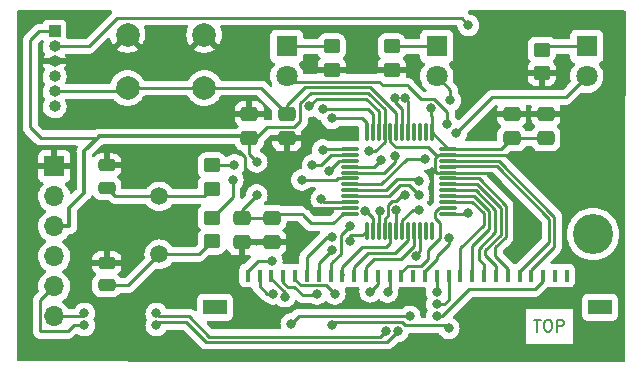
<source format=gbr>
%TF.GenerationSoftware,KiCad,Pcbnew,6.0.9-8da3e8f707~116~ubuntu20.04.1*%
%TF.CreationDate,2022-11-22T17:17:17+01:00*%
%TF.ProjectId,sda_keyboard,7364615f-6b65-4796-926f-6172642e6b69,rev?*%
%TF.SameCoordinates,Original*%
%TF.FileFunction,Copper,L1,Top*%
%TF.FilePolarity,Positive*%
%FSLAX46Y46*%
G04 Gerber Fmt 4.6, Leading zero omitted, Abs format (unit mm)*
G04 Created by KiCad (PCBNEW 6.0.9-8da3e8f707~116~ubuntu20.04.1) date 2022-11-22 17:17:17*
%MOMM*%
%LPD*%
G01*
G04 APERTURE LIST*
G04 Aperture macros list*
%AMRoundRect*
0 Rectangle with rounded corners*
0 $1 Rounding radius*
0 $2 $3 $4 $5 $6 $7 $8 $9 X,Y pos of 4 corners*
0 Add a 4 corners polygon primitive as box body*
4,1,4,$2,$3,$4,$5,$6,$7,$8,$9,$2,$3,0*
0 Add four circle primitives for the rounded corners*
1,1,$1+$1,$2,$3*
1,1,$1+$1,$4,$5*
1,1,$1+$1,$6,$7*
1,1,$1+$1,$8,$9*
0 Add four rect primitives between the rounded corners*
20,1,$1+$1,$2,$3,$4,$5,0*
20,1,$1+$1,$4,$5,$6,$7,0*
20,1,$1+$1,$6,$7,$8,$9,0*
20,1,$1+$1,$8,$9,$2,$3,0*%
G04 Aperture macros list end*
%ADD10C,0.200000*%
%TA.AperFunction,NonConductor*%
%ADD11C,0.200000*%
%TD*%
%TA.AperFunction,ComponentPad*%
%ADD12C,3.400000*%
%TD*%
%TA.AperFunction,ComponentPad*%
%ADD13R,1.800000X1.800000*%
%TD*%
%TA.AperFunction,ComponentPad*%
%ADD14C,1.800000*%
%TD*%
%TA.AperFunction,ComponentPad*%
%ADD15C,1.500000*%
%TD*%
%TA.AperFunction,SMDPad,CuDef*%
%ADD16RoundRect,0.075000X-0.075000X0.662500X-0.075000X-0.662500X0.075000X-0.662500X0.075000X0.662500X0*%
%TD*%
%TA.AperFunction,SMDPad,CuDef*%
%ADD17RoundRect,0.075000X-0.662500X0.075000X-0.662500X-0.075000X0.662500X-0.075000X0.662500X0.075000X0*%
%TD*%
%TA.AperFunction,ComponentPad*%
%ADD18C,2.000000*%
%TD*%
%TA.AperFunction,SMDPad,CuDef*%
%ADD19RoundRect,0.250000X-0.450000X0.350000X-0.450000X-0.350000X0.450000X-0.350000X0.450000X0.350000X0*%
%TD*%
%TA.AperFunction,SMDPad,CuDef*%
%ADD20R,0.400000X1.000000*%
%TD*%
%TA.AperFunction,SMDPad,CuDef*%
%ADD21R,2.000000X1.300000*%
%TD*%
%TA.AperFunction,ComponentPad*%
%ADD22O,1.000000X1.000000*%
%TD*%
%TA.AperFunction,ComponentPad*%
%ADD23R,1.000000X1.000000*%
%TD*%
%TA.AperFunction,ComponentPad*%
%ADD24R,1.700000X1.700000*%
%TD*%
%TA.AperFunction,ComponentPad*%
%ADD25O,1.700000X1.700000*%
%TD*%
%TA.AperFunction,SMDPad,CuDef*%
%ADD26RoundRect,0.250000X0.475000X-0.337500X0.475000X0.337500X-0.475000X0.337500X-0.475000X-0.337500X0*%
%TD*%
%TA.AperFunction,SMDPad,CuDef*%
%ADD27RoundRect,0.250000X-0.475000X0.337500X-0.475000X-0.337500X0.475000X-0.337500X0.475000X0.337500X0*%
%TD*%
%TA.AperFunction,SMDPad,CuDef*%
%ADD28RoundRect,0.250000X0.475000X-0.250000X0.475000X0.250000X-0.475000X0.250000X-0.475000X-0.250000X0*%
%TD*%
%TA.AperFunction,ViaPad*%
%ADD29C,0.800000*%
%TD*%
%TA.AperFunction,Conductor*%
%ADD30C,0.300000*%
%TD*%
%TA.AperFunction,Conductor*%
%ADD31C,0.250000*%
%TD*%
G04 APERTURE END LIST*
D10*
D11*
X158090476Y-90452380D02*
X158661904Y-90452380D01*
X158376190Y-91452380D02*
X158376190Y-90452380D01*
X159185714Y-90452380D02*
X159376190Y-90452380D01*
X159471428Y-90500000D01*
X159566666Y-90595238D01*
X159614285Y-90785714D01*
X159614285Y-91119047D01*
X159566666Y-91309523D01*
X159471428Y-91404761D01*
X159376190Y-91452380D01*
X159185714Y-91452380D01*
X159090476Y-91404761D01*
X158995238Y-91309523D01*
X158947619Y-91119047D01*
X158947619Y-90785714D01*
X158995238Y-90595238D01*
X159090476Y-90500000D01*
X159185714Y-90452380D01*
X160042857Y-91452380D02*
X160042857Y-90452380D01*
X160423809Y-90452380D01*
X160519047Y-90500000D01*
X160566666Y-90547619D01*
X160614285Y-90642857D01*
X160614285Y-90785714D01*
X160566666Y-90880952D01*
X160519047Y-90928571D01*
X160423809Y-90976190D01*
X160042857Y-90976190D01*
D12*
%TO.P,REF\u002A\u002A,1*%
%TO.N,N/C*%
X163100000Y-83200000D03*
%TD*%
D13*
%TO.P,D3,1,K*%
%TO.N,Net-(D3-Pad1)*%
X162560000Y-67310000D03*
D14*
%TO.P,D3,2,A*%
%TO.N,Led_03*%
X162560000Y-69850000D03*
%TD*%
D13*
%TO.P,D2,1,K*%
%TO.N,Net-(D2-Pad1)*%
X137160000Y-67310000D03*
D14*
%TO.P,D2,2,A*%
%TO.N,Led_02*%
X137160000Y-69850000D03*
%TD*%
D13*
%TO.P,D1,1,K*%
%TO.N,Net-(D1-Pad1)*%
X149860000Y-67310000D03*
D14*
%TO.P,D1,2,A*%
%TO.N,Led_01*%
X149860000Y-69850000D03*
%TD*%
D15*
%TO.P,Y1,1,1*%
%TO.N,Net-(C1-Pad1)*%
X126365000Y-84910000D03*
%TO.P,Y1,2,2*%
%TO.N,Net-(C2-Pad1)*%
X126365000Y-80010000D03*
%TD*%
D16*
%TO.P,U1,1,VBAT*%
%TO.N,+3.3V*%
X149435000Y-74577500D03*
%TO.P,U1,2,PC13*%
%TO.N,unconnected-(U1-Pad2)*%
X148935000Y-74577500D03*
%TO.P,U1,3,PC14*%
%TO.N,unconnected-(U1-Pad3)*%
X148435000Y-74577500D03*
%TO.P,U1,4,PC15*%
%TO.N,unconnected-(U1-Pad4)*%
X147935000Y-74577500D03*
%TO.P,U1,5,PF0*%
%TO.N,Net-(R4-Pad1)*%
X147435000Y-74577500D03*
%TO.P,U1,6,PF1*%
%TO.N,Net-(R5-Pad1)*%
X146935000Y-74577500D03*
%TO.P,U1,7,NRST*%
%TO.N,RESET*%
X146435000Y-74577500D03*
%TO.P,U1,8,VSSA*%
%TO.N,GND*%
X145935000Y-74577500D03*
%TO.P,U1,9,VDDA*%
%TO.N,+3.3V*%
X145435000Y-74577500D03*
%TO.P,U1,10,PA0*%
%TO.N,Kbd_01*%
X144935000Y-74577500D03*
%TO.P,U1,11,PA1*%
%TO.N,Kbd_02*%
X144435000Y-74577500D03*
%TO.P,U1,12,PA2*%
%TO.N,Kbd_03*%
X143935000Y-74577500D03*
D17*
%TO.P,U1,13,PA3*%
%TO.N,Kbd_04*%
X142522500Y-75990000D03*
%TO.P,U1,14,PA4*%
%TO.N,Kbd_05*%
X142522500Y-76490000D03*
%TO.P,U1,15,PA5*%
%TO.N,Kbd_06*%
X142522500Y-76990000D03*
%TO.P,U1,16,PA6*%
%TO.N,Kbd_07*%
X142522500Y-77490000D03*
%TO.P,U1,17,PA7*%
%TO.N,Kbd_08*%
X142522500Y-77990000D03*
%TO.P,U1,18,PB0*%
%TO.N,Kbd_15*%
X142522500Y-78490000D03*
%TO.P,U1,19,PB1*%
%TO.N,Kbd_16*%
X142522500Y-78990000D03*
%TO.P,U1,20,PB2*%
%TO.N,Kbd_17*%
X142522500Y-79490000D03*
%TO.P,U1,21,PB10*%
%TO.N,Kbd_25*%
X142522500Y-79990000D03*
%TO.P,U1,22,PB11*%
%TO.N,Kbd_12*%
X142522500Y-80490000D03*
%TO.P,U1,23,VSS*%
%TO.N,GND*%
X142522500Y-80990000D03*
%TO.P,U1,24,VDD*%
%TO.N,+3.3V*%
X142522500Y-81490000D03*
D16*
%TO.P,U1,25,PB12*%
%TO.N,Kbd_13*%
X143935000Y-82902500D03*
%TO.P,U1,26,PB13*%
%TO.N,Led_01*%
X144435000Y-82902500D03*
%TO.P,U1,27,PB14*%
%TO.N,Led_02*%
X144935000Y-82902500D03*
%TO.P,U1,28,PB15*%
%TO.N,Led_03*%
X145435000Y-82902500D03*
%TO.P,U1,29,PA8*%
%TO.N,Kbd_09*%
X145935000Y-82902500D03*
%TO.P,U1,30,PA9*%
%TO.N,Conn_RX*%
X146435000Y-82902500D03*
%TO.P,U1,31,PA10*%
%TO.N,Conn_Tx*%
X146935000Y-82902500D03*
%TO.P,U1,32,PA11*%
%TO.N,Kbd_10*%
X147435000Y-82902500D03*
%TO.P,U1,33,PA12*%
%TO.N,Kbd_11*%
X147935000Y-82902500D03*
%TO.P,U1,34,PA13*%
%TO.N,SWD_TMS*%
X148435000Y-82902500D03*
%TO.P,U1,35,PF6*%
%TO.N,unconnected-(U1-Pad35)*%
X148935000Y-82902500D03*
%TO.P,U1,36,PF7*%
%TO.N,unconnected-(U1-Pad36)*%
X149435000Y-82902500D03*
D17*
%TO.P,U1,37,PA14*%
%TO.N,SWD_TCK*%
X150847500Y-81490000D03*
%TO.P,U1,38,PA15*%
%TO.N,Kbd_14*%
X150847500Y-80990000D03*
%TO.P,U1,39,PB3*%
%TO.N,Kbd_18*%
X150847500Y-80490000D03*
%TO.P,U1,40,PB4*%
%TO.N,Kbd_19*%
X150847500Y-79990000D03*
%TO.P,U1,41,PB5*%
%TO.N,Kbd_20*%
X150847500Y-79490000D03*
%TO.P,U1,42,PB6*%
%TO.N,Kbd_21*%
X150847500Y-78990000D03*
%TO.P,U1,43,PB7*%
%TO.N,Kbd_22*%
X150847500Y-78490000D03*
%TO.P,U1,44,BOOT0*%
%TO.N,GND*%
X150847500Y-77990000D03*
%TO.P,U1,45,PB8*%
%TO.N,Kbd_23*%
X150847500Y-77490000D03*
%TO.P,U1,46,PB9*%
%TO.N,Kbd_24*%
X150847500Y-76990000D03*
%TO.P,U1,47,VSS*%
%TO.N,GND*%
X150847500Y-76490000D03*
%TO.P,U1,48,VDD*%
%TO.N,+3.3V*%
X150847500Y-75990000D03*
%TD*%
D18*
%TO.P,RESET,1,1*%
%TO.N,GND*%
X130175000Y-66330000D03*
X123675000Y-66330000D03*
%TO.P,RESET,2,2*%
%TO.N,RESET*%
X130175000Y-70830000D03*
X123675000Y-70830000D03*
%TD*%
D19*
%TO.P,R5,1*%
%TO.N,Net-(R5-Pad1)*%
X130810000Y-77380000D03*
%TO.P,R5,2*%
%TO.N,Net-(C2-Pad1)*%
X130810000Y-79380000D03*
%TD*%
%TO.P,R4,1*%
%TO.N,Net-(R4-Pad1)*%
X130810000Y-81820000D03*
%TO.P,R4,2*%
%TO.N,Net-(C1-Pad1)*%
X130810000Y-83820000D03*
%TD*%
%TO.P,R3,1*%
%TO.N,Net-(D3-Pad1)*%
X158750000Y-67580000D03*
%TO.P,R3,2*%
%TO.N,GND*%
X158750000Y-69580000D03*
%TD*%
%TO.P,R2,1*%
%TO.N,Net-(D2-Pad1)*%
X140970000Y-67310000D03*
%TO.P,R2,2*%
%TO.N,GND*%
X140970000Y-69310000D03*
%TD*%
%TO.P,R1,1*%
%TO.N,Net-(D1-Pad1)*%
X146050000Y-67310000D03*
%TO.P,R1,2*%
%TO.N,GND*%
X146050000Y-69310000D03*
%TD*%
D20*
%TO.P,J3,1,Pin_1*%
%TO.N,Kbd_01*%
X133864000Y-86708000D03*
%TO.P,J3,2,Pin_2*%
%TO.N,Kbd_02*%
X134864000Y-86708000D03*
%TO.P,J3,3,Pin_3*%
%TO.N,Kbd_03*%
X135864000Y-86708000D03*
%TO.P,J3,4,Pin_4*%
%TO.N,Kbd_04*%
X136864000Y-86708000D03*
%TO.P,J3,5,Pin_5*%
%TO.N,Kbd_05*%
X137864000Y-86708000D03*
%TO.P,J3,6,Pin_6*%
%TO.N,Kbd_06*%
X138864000Y-86708000D03*
%TO.P,J3,7,Pin_7*%
%TO.N,Kbd_07*%
X139864000Y-86708000D03*
%TO.P,J3,8,Pin_8*%
%TO.N,Kbd_08*%
X140864000Y-86708000D03*
%TO.P,J3,9,Pin_9*%
%TO.N,Kbd_09*%
X141864000Y-86708000D03*
%TO.P,J3,10,Pin_10*%
%TO.N,Kbd_10*%
X142864000Y-86708000D03*
%TO.P,J3,11,Pin_11*%
%TO.N,Kbd_11*%
X143864000Y-86708000D03*
%TO.P,J3,12,Pin_12*%
%TO.N,Kbd_12*%
X144864000Y-86708000D03*
%TO.P,J3,13,Pin_13*%
%TO.N,Kbd_13*%
X145864000Y-86708000D03*
%TO.P,J3,14,Pin_14*%
%TO.N,Kbd_14*%
X146864000Y-86708000D03*
%TO.P,J3,15,Pin_15*%
%TO.N,unconnected-(J3-Pad15)*%
X147864000Y-86708000D03*
%TO.P,J3,16,Pin_16*%
%TO.N,Kbd_15*%
X148864000Y-86708000D03*
%TO.P,J3,17,Pin_17*%
%TO.N,Kbd_16*%
X149864000Y-86708000D03*
%TO.P,J3,18,Pin_18*%
%TO.N,Kbd_17*%
X150864000Y-86708000D03*
%TO.P,J3,19,Pin_19*%
%TO.N,Kbd_18*%
X151864000Y-86708000D03*
%TO.P,J3,20,Pin_20*%
%TO.N,Kbd_19*%
X152864000Y-86708000D03*
%TO.P,J3,21,Pin_21*%
%TO.N,Kbd_20*%
X153864000Y-86708000D03*
%TO.P,J3,22,Pin_22*%
%TO.N,Kbd_21*%
X154864000Y-86708000D03*
%TO.P,J3,23,Pin_23*%
%TO.N,Kbd_22*%
X155864000Y-86708000D03*
%TO.P,J3,24,Pin_24*%
%TO.N,Kbd_23*%
X156864000Y-86708000D03*
%TO.P,J3,25,Pin_25*%
%TO.N,Kbd_24*%
X157864000Y-86708000D03*
%TO.P,J3,26,Pin_26*%
%TO.N,Kbd_25*%
X158864000Y-86708000D03*
%TO.P,J3,27,Pin_27*%
%TO.N,unconnected-(J3-Pad27)*%
X159864000Y-86708000D03*
%TO.P,J3,28,Pin_28*%
%TO.N,unconnected-(J3-Pad28)*%
X160864000Y-86708000D03*
D21*
%TO.P,J3,MP*%
%TO.N,N/C*%
X163664000Y-89408000D03*
X131064000Y-89408000D03*
%TD*%
D22*
%TO.P,PROG,6,Pin_6*%
%TO.N,unconnected-(J2-Pad6)*%
X117500000Y-72390000D03*
%TO.P,PROG,5,Pin_5*%
%TO.N,RESET*%
X117500000Y-71120000D03*
%TO.P,PROG,4,Pin_4*%
%TO.N,SWD_TMS*%
X117500000Y-69850000D03*
%TO.P,PROG,3,Pin_3*%
%TO.N,GND*%
X117500000Y-68580000D03*
%TO.P,PROG,2,Pin_2*%
%TO.N,SWD_TCK*%
X117500000Y-67310000D03*
D23*
%TO.P,PROG,1,Pin_1*%
%TO.N,+3.3V*%
X117500000Y-66040000D03*
%TD*%
D24*
%TO.P,Device,1,Pin_1*%
%TO.N,GND*%
X117475000Y-77470000D03*
D25*
%TO.P,Device,2,Pin_2*%
%TO.N,unconnected-(J1-Pad2)*%
X117475000Y-80010000D03*
%TO.P,Device,3,Pin_3*%
%TO.N,+3.3V*%
X117475000Y-82550000D03*
%TO.P,Device,4,Pin_4*%
%TO.N,unconnected-(J1-Pad4)*%
X117475000Y-85090000D03*
%TO.P,Device,5,Pin_5*%
%TO.N,Conn_Tx*%
X117475000Y-87630000D03*
%TO.P,Device,6,Pin_6*%
%TO.N,Conn_RX*%
X117475000Y-90170000D03*
%TD*%
D26*
%TO.P,C8,1*%
%TO.N,+3.3V*%
X133985000Y-75100000D03*
%TO.P,C8,2*%
%TO.N,GND*%
X133985000Y-73025000D03*
%TD*%
%TO.P,C7,1*%
%TO.N,+3.3V*%
X159100000Y-75100000D03*
%TO.P,C7,2*%
%TO.N,GND*%
X159100000Y-73025000D03*
%TD*%
D27*
%TO.P,C6,1*%
%TO.N,+3.3V*%
X135890000Y-81835000D03*
%TO.P,C6,2*%
%TO.N,GND*%
X135890000Y-83910000D03*
%TD*%
D26*
%TO.P,C5,1*%
%TO.N,+3.3V*%
X156210000Y-75100000D03*
%TO.P,C5,2*%
%TO.N,GND*%
X156210000Y-73025000D03*
%TD*%
D27*
%TO.P,C4,1*%
%TO.N,RESET*%
X137160000Y-73025000D03*
%TO.P,C4,2*%
%TO.N,GND*%
X137160000Y-75100000D03*
%TD*%
%TO.P,C3,1*%
%TO.N,+3.3V*%
X133350000Y-81835000D03*
%TO.P,C3,2*%
%TO.N,GND*%
X133350000Y-83910000D03*
%TD*%
D28*
%TO.P,C2,1*%
%TO.N,Net-(C2-Pad1)*%
X121920000Y-79280000D03*
%TO.P,C2,2*%
%TO.N,GND*%
X121920000Y-77380000D03*
%TD*%
%TO.P,C1,1*%
%TO.N,Net-(C1-Pad1)*%
X121920000Y-87540000D03*
%TO.P,C1,2*%
%TO.N,GND*%
X121920000Y-85640000D03*
%TD*%
D29*
%TO.N,Kbd_13*%
X145700000Y-88100000D03*
%TO.N,GND*%
X127508000Y-76454000D03*
X127508000Y-73152000D03*
%TO.N,Conn_Tx*%
X120015000Y-90932000D03*
X126111000Y-90932000D03*
%TO.N,Conn_RX*%
X120015000Y-89916000D03*
X126111000Y-89916000D03*
%TO.N,+3.3V*%
X134620000Y-77089000D03*
X134620000Y-79883000D03*
%TO.N,Kbd_06*%
X140970000Y-83439000D03*
%TO.N,Kbd_12*%
X140081000Y-80264000D03*
%TO.N,Led_01*%
X151003000Y-71882000D03*
X143764000Y-81280000D03*
%TO.N,Led_02*%
X150749000Y-73914000D03*
X145034000Y-81280000D03*
%TO.N,Led_03*%
X147156000Y-79920000D03*
X151511000Y-74676000D03*
%TO.N,+3.3V*%
X149352000Y-72517000D03*
X144145000Y-76200000D03*
%TO.N,Kbd_06*%
X140716000Y-77851000D03*
%TO.N,Kbd_05*%
X139327598Y-77343000D03*
%TO.N,Kbd_15*%
X138430000Y-78613000D03*
%TO.N,Kbd_04*%
X140208000Y-76073000D03*
%TO.N,Conn_RX*%
X145537701Y-91435701D03*
X146430458Y-81152458D03*
%TO.N,Conn_Tx*%
X146558000Y-91440000D03*
X148336000Y-81153000D03*
%TO.N,Kbd_15*%
X150876000Y-91186000D03*
X140970000Y-90894500D03*
%TO.N,SWD_TMS*%
X137541000Y-90800000D03*
X147574000Y-90170000D03*
%TO.N,Net-(R4-Pad1)*%
X132588000Y-78613000D03*
X147200000Y-71700000D03*
%TO.N,Net-(R5-Pad1)*%
X132715000Y-77343000D03*
X146300000Y-71700000D03*
%TO.N,SWD_TMS*%
X148082000Y-85090000D03*
%TO.N,SWD_TCK*%
X152527000Y-65532000D03*
X152527000Y-81407000D03*
%TO.N,Kbd_15*%
X150876000Y-83566000D03*
%TO.N,Kbd_25*%
X148336000Y-79883000D03*
X149860000Y-90170000D03*
%TO.N,Kbd_17*%
X149860000Y-89154000D03*
X148336000Y-78740000D03*
%TO.N,Kbd_16*%
X149860000Y-88138000D03*
X148844000Y-76835000D03*
%TO.N,Kbd_12*%
X144217000Y-88083000D03*
%TO.N,Kbd_13*%
X142494000Y-83820000D03*
%TO.N,Kbd_08*%
X146304000Y-76581000D03*
X142494000Y-82550000D03*
%TO.N,Kbd_07*%
X145097500Y-76898500D03*
X140970000Y-84582000D03*
%TO.N,Kbd_05*%
X141224000Y-88265000D03*
%TO.N,Kbd_04*%
X139700000Y-88265000D03*
%TO.N,Kbd_03*%
X140970000Y-73406000D03*
X137000000Y-88500000D03*
%TO.N,Kbd_02*%
X140208000Y-72644000D03*
X136017000Y-88265000D03*
%TO.N,Kbd_01*%
X139065000Y-72390000D03*
X135890000Y-85471000D03*
%TD*%
D30*
%TO.N,+3.3V*%
X121158000Y-75057000D02*
X120015000Y-76200000D01*
X120015000Y-76200000D02*
X120015000Y-79685000D01*
X118745000Y-82550000D02*
X117475000Y-82550000D01*
X120015000Y-79685000D02*
X118745000Y-80955000D01*
X118745000Y-80955000D02*
X118745000Y-82550000D01*
D31*
%TO.N,Kbd_25*%
X149860000Y-90170000D02*
X150330000Y-90170000D01*
X150330000Y-90170000D02*
X152616000Y-87884000D01*
X152616000Y-87884000D02*
X158150000Y-87884000D01*
X158150000Y-87884000D02*
X158864000Y-87170000D01*
%TO.N,Kbd_13*%
X145864000Y-86708000D02*
X145864000Y-87936000D01*
X145864000Y-87936000D02*
X145700000Y-88100000D01*
%TO.N,Kbd_12*%
X144864000Y-86708000D02*
X144864000Y-87436000D01*
X144864000Y-87436000D02*
X144217000Y-88083000D01*
%TO.N,SWD_TMS*%
X147574000Y-90170000D02*
X138171000Y-90170000D01*
X138171000Y-90170000D02*
X137541000Y-90800000D01*
%TO.N,Kbd_03*%
X137000000Y-88500000D02*
X137000000Y-88171000D01*
X137000000Y-88171000D02*
X137033000Y-88138000D01*
%TO.N,Kbd_04*%
X136864000Y-86708000D02*
X136864000Y-87332604D01*
X136864000Y-87332604D02*
X137231396Y-87700000D01*
X137231396Y-87700000D02*
X137800000Y-87700000D01*
X137800000Y-87700000D02*
X138492000Y-88392000D01*
X138492000Y-88392000D02*
X139573000Y-88392000D01*
X139573000Y-88392000D02*
X139700000Y-88265000D01*
%TO.N,Led_02*%
X137160000Y-69850000D02*
X137598846Y-70288846D01*
X137598846Y-70288846D02*
X144906917Y-70288846D01*
X145288928Y-70611070D02*
X147388930Y-70611070D01*
X144906917Y-70288846D02*
X144965852Y-70288775D01*
X144965852Y-70288775D02*
X145288928Y-70611070D01*
X147388930Y-70688930D02*
X148492000Y-71792000D01*
X147388930Y-70611070D02*
X147388930Y-70688930D01*
X148492000Y-71792000D02*
X149652306Y-71792000D01*
X149652306Y-71792000D02*
X150749000Y-72888695D01*
X150749000Y-72888695D02*
X150749000Y-73914000D01*
%TO.N,Net-(R4-Pad1)*%
X147435000Y-74577500D02*
X147435000Y-71935000D01*
X147435000Y-71935000D02*
X147200000Y-71700000D01*
%TO.N,Net-(R5-Pad1)*%
X146910000Y-72590000D02*
X146910000Y-74549000D01*
X146300000Y-71700000D02*
X146300000Y-71980000D01*
X146300000Y-71980000D02*
X146910000Y-72590000D01*
%TO.N,RESET*%
X137160000Y-73025000D02*
X137160000Y-72263000D01*
X137160000Y-72263000D02*
X138684000Y-70739000D01*
X138684000Y-70739000D02*
X144239000Y-70739000D01*
X144239000Y-70739000D02*
X146435000Y-72935000D01*
X146435000Y-72935000D02*
X146435000Y-74577500D01*
%TO.N,Kbd_15*%
X148864000Y-86708000D02*
X148864000Y-86340000D01*
X148864000Y-86340000D02*
X149860000Y-85344000D01*
X149860000Y-85344000D02*
X149860000Y-85090000D01*
X149860000Y-85090000D02*
X150876000Y-84074000D01*
X150876000Y-84074000D02*
X150876000Y-83566000D01*
%TO.N,Kbd_14*%
X147389000Y-85883000D02*
X148559000Y-85883000D01*
X148559000Y-85883000D02*
X149098000Y-85344000D01*
X150114000Y-83566000D02*
X150114000Y-82278315D01*
X150114000Y-83566000D02*
X149098000Y-84582000D01*
X149098000Y-84582000D02*
X149098000Y-85344000D01*
%TO.N,Kbd_10*%
X147435000Y-82902500D02*
X147435000Y-83705685D01*
X147175685Y-83965000D02*
X147175000Y-83965000D01*
X147435000Y-83705685D02*
X147175685Y-83965000D01*
X146304000Y-84836000D02*
X144018000Y-84836000D01*
X147175000Y-83965000D02*
X146304000Y-84836000D01*
X144018000Y-84836000D02*
X142864000Y-85990000D01*
X142864000Y-85990000D02*
X142864000Y-86708000D01*
%TO.N,Kbd_11*%
X143864000Y-86708000D02*
X143864000Y-86006000D01*
X143864000Y-86006000D02*
X144530653Y-85339347D01*
X147818695Y-84328000D02*
X146807347Y-85339347D01*
X144530653Y-85339347D02*
X146807347Y-85339347D01*
%TO.N,Kbd_09*%
X141864000Y-86708000D02*
X141864000Y-85974000D01*
X143510000Y-84328000D02*
X145542000Y-84328000D01*
X141864000Y-85974000D02*
X143510000Y-84328000D01*
X145546653Y-84332653D02*
X145920305Y-83959000D01*
X145542000Y-84328000D02*
X145546653Y-84332653D01*
X145920305Y-83959000D02*
X145935000Y-83959000D01*
X145935000Y-83959000D02*
X145935000Y-82902500D01*
%TO.N,Led_02*%
X144935000Y-82902500D02*
X144935000Y-81379000D01*
X144935000Y-81379000D02*
X145034000Y-81280000D01*
%TO.N,Led_03*%
X147156000Y-79920000D02*
X146902000Y-79920000D01*
X146902000Y-79920000D02*
X146420709Y-80401291D01*
X146420709Y-80401291D02*
X146079709Y-80401291D01*
X146079709Y-80401291D02*
X145705458Y-80775542D01*
X145705458Y-80775542D02*
X145705458Y-81624542D01*
X145705458Y-81624542D02*
X145435000Y-81895000D01*
X145435000Y-81895000D02*
X145435000Y-82902500D01*
%TO.N,Led_01*%
X144435000Y-82902500D02*
X144435000Y-81860000D01*
X144435000Y-81860000D02*
X143764000Y-81189000D01*
%TO.N,Kbd_13*%
X142494000Y-83820000D02*
X142494000Y-83312000D01*
X142494000Y-83312000D02*
X143525500Y-83312000D01*
X143525500Y-83312000D02*
X143935000Y-82902500D01*
%TO.N,Kbd_08*%
X140864000Y-86708000D02*
X140864000Y-85704000D01*
X140864000Y-85704000D02*
X140970000Y-85598000D01*
X140970000Y-85598000D02*
X140979305Y-85598000D01*
X140979305Y-85598000D02*
X141732000Y-84845305D01*
X141732000Y-84845305D02*
X141732000Y-83312000D01*
X141732000Y-83312000D02*
X142494000Y-82550000D01*
%TO.N,Kbd_11*%
X147935000Y-82902500D02*
X147935000Y-84221000D01*
X147935000Y-84221000D02*
X147828000Y-84328000D01*
X147828000Y-84328000D02*
X147818695Y-84328000D01*
%TO.N,Kbd_14*%
X146864000Y-86708000D02*
X146864000Y-86408000D01*
X149675685Y-81358630D02*
X150044315Y-80990000D01*
X146864000Y-86408000D02*
X147389000Y-85883000D01*
X150114000Y-82278315D02*
X149675685Y-81840000D01*
X149675685Y-81840000D02*
X149675685Y-81358630D01*
X150044315Y-80990000D02*
X150847500Y-80990000D01*
%TO.N,Kbd_07*%
X139864000Y-86708000D02*
X139864000Y-85688000D01*
X139864000Y-85688000D02*
X140970000Y-84582000D01*
%TO.N,Kbd_06*%
X138864000Y-86708000D02*
X138864000Y-85164000D01*
X138864000Y-85164000D02*
X140589000Y-83439000D01*
X140589000Y-83439000D02*
X140970000Y-83439000D01*
%TO.N,Kbd_05*%
X141224000Y-88265000D02*
X140499000Y-87540000D01*
X140499000Y-87540000D02*
X138340000Y-87540000D01*
X138340000Y-87540000D02*
X137864000Y-87064000D01*
X137864000Y-87064000D02*
X137864000Y-86708000D01*
%TO.N,Kbd_03*%
X137033000Y-88138000D02*
X135864000Y-86969000D01*
X135864000Y-86969000D02*
X135864000Y-86708000D01*
%TO.N,Kbd_02*%
X136017000Y-88265000D02*
X135509000Y-88265000D01*
X135509000Y-88265000D02*
X134864000Y-87620000D01*
X134864000Y-87620000D02*
X134864000Y-86708000D01*
%TO.N,Kbd_01*%
X133864000Y-86708000D02*
X133864000Y-86354000D01*
X133864000Y-86354000D02*
X134747000Y-85471000D01*
X134747000Y-85471000D02*
X135890000Y-85471000D01*
%TO.N,Kbd_24*%
X150847500Y-76990000D02*
X155095000Y-76990000D01*
X155095000Y-76990000D02*
X159820000Y-81715000D01*
X159820000Y-81715000D02*
X159820000Y-84274000D01*
X159820000Y-84274000D02*
X157864000Y-86230000D01*
X157864000Y-86230000D02*
X157864000Y-86708000D01*
%TO.N,Kbd_23*%
X159370000Y-81901396D02*
X159370000Y-83551000D01*
X156864000Y-86708000D02*
X156864000Y-86358000D01*
X156864000Y-86358000D02*
X159370000Y-83852000D01*
X159370000Y-83852000D02*
X159370000Y-83551000D01*
%TO.N,Kbd_22*%
X150847500Y-78490000D02*
X153421396Y-78490000D01*
X155864000Y-86141000D02*
X155864000Y-86708000D01*
X153421396Y-78490000D02*
X155712302Y-80780906D01*
X155712302Y-83431490D02*
X154813000Y-84330792D01*
X155712302Y-80780906D02*
X155712302Y-83431490D01*
X154813000Y-84330792D02*
X154813000Y-85090000D01*
X154813000Y-85090000D02*
X155864000Y-86141000D01*
%TO.N,Kbd_21*%
X154864000Y-86708000D02*
X154864000Y-85903000D01*
X154864000Y-85903000D02*
X153924698Y-84963698D01*
X155262302Y-83245094D02*
X155262302Y-80967302D01*
X155262302Y-80967302D02*
X153285000Y-78990000D01*
X153924698Y-84963698D02*
X153924698Y-84582698D01*
X153924698Y-84582698D02*
X155262302Y-83245094D01*
X153285000Y-78990000D02*
X150847500Y-78990000D01*
%TO.N,Kbd_20*%
X150847500Y-79490000D02*
X153148604Y-79490000D01*
X153148604Y-79490000D02*
X154812302Y-81153698D01*
X154812302Y-81153698D02*
X154812302Y-83058698D01*
X154812302Y-83058698D02*
X153416000Y-84455000D01*
X153416000Y-84455000D02*
X153416000Y-85344000D01*
X153416000Y-85344000D02*
X153864000Y-85792000D01*
X153864000Y-85792000D02*
X153864000Y-86708000D01*
%TO.N,Kbd_19*%
X152864000Y-86708000D02*
X152864000Y-84245000D01*
X152864000Y-84245000D02*
X154305000Y-82804000D01*
X154305000Y-82804000D02*
X154305000Y-81282792D01*
X154305000Y-81282792D02*
X153012208Y-79990000D01*
X153012208Y-79990000D02*
X150847500Y-79990000D01*
%TO.N,Kbd_18*%
X153820000Y-82400000D02*
X153820000Y-81434188D01*
X151864000Y-86708000D02*
X151864000Y-84356000D01*
X151864000Y-84356000D02*
X153820000Y-82400000D01*
%TO.N,Kbd_17*%
X149860000Y-89154000D02*
X150495000Y-89154000D01*
X150864000Y-86708000D02*
X150864000Y-88785000D01*
X150864000Y-88785000D02*
X150495000Y-89154000D01*
%TO.N,Kbd_16*%
X149860000Y-88138000D02*
X149860000Y-86712000D01*
X149860000Y-86712000D02*
X149864000Y-86708000D01*
%TO.N,Kbd_23*%
X150847500Y-77490000D02*
X150866802Y-77470698D01*
X150866802Y-77470698D02*
X154939302Y-77470698D01*
X154939302Y-77470698D02*
X159370000Y-81901396D01*
%TO.N,GND*%
X154444000Y-77990000D02*
X155194000Y-78740000D01*
X150847500Y-77990000D02*
X154444000Y-77990000D01*
%TO.N,+3.3V*%
X145435000Y-74577500D02*
X145435000Y-72634604D01*
X145435000Y-72634604D02*
X144047396Y-71247000D01*
X144047396Y-71247000D02*
X139182695Y-71247000D01*
X139182695Y-71247000D02*
X138303000Y-72126695D01*
X134577000Y-75100000D02*
X133985000Y-75100000D01*
X138303000Y-72126695D02*
X138303000Y-73660000D01*
X138303000Y-73660000D02*
X137795000Y-74168000D01*
X137795000Y-74168000D02*
X135509000Y-74168000D01*
X135509000Y-74168000D02*
X134577000Y-75100000D01*
%TO.N,SWD_TCK*%
X152004053Y-64882053D02*
X122823947Y-64882053D01*
X152527000Y-65532000D02*
X152004053Y-64882053D01*
X122823947Y-64882053D02*
X120396000Y-67310000D01*
X120396000Y-67310000D02*
X117500000Y-67310000D01*
%TO.N,GND*%
X124841000Y-76454000D02*
X127508000Y-76454000D01*
X124333000Y-76962000D02*
X124841000Y-76454000D01*
X121920000Y-77380000D02*
X123915000Y-77380000D01*
X123915000Y-77380000D02*
X124333000Y-76962000D01*
X158151000Y-76490000D02*
X158242000Y-76581000D01*
X150847500Y-76490000D02*
X158151000Y-76490000D01*
X149872000Y-77990000D02*
X149733000Y-77851000D01*
X150847500Y-77990000D02*
X149872000Y-77990000D01*
X149733000Y-77851000D02*
X149733000Y-76717000D01*
X145935000Y-74577500D02*
X145935000Y-75380685D01*
X145935000Y-75380685D02*
X146373315Y-75819000D01*
X146373315Y-75819000D02*
X149089000Y-75819000D01*
X149089000Y-75819000D02*
X149860000Y-76590000D01*
%TO.N,Kbd_16*%
X148844000Y-76835000D02*
X147320000Y-76835000D01*
X147320000Y-76835000D02*
X145165000Y-78990000D01*
X145165000Y-78990000D02*
X142522500Y-78990000D01*
%TO.N,Kbd_17*%
X146494500Y-78549500D02*
X145542000Y-79502000D01*
X146494500Y-78549500D02*
X148145500Y-78549500D01*
X148145500Y-78549500D02*
X148336000Y-78740000D01*
X142534500Y-79502000D02*
X142522500Y-79490000D01*
X145542000Y-79502000D02*
X142534500Y-79502000D01*
%TO.N,Kbd_25*%
X148336000Y-79883000D02*
X147478750Y-79025750D01*
X147478750Y-79025750D02*
X146780250Y-79025750D01*
X146780250Y-79025750D02*
X145816000Y-79990000D01*
X145816000Y-79990000D02*
X142522500Y-79990000D01*
%TO.N,Kbd_08*%
X145986500Y-77406500D02*
X145403000Y-77990000D01*
X145986500Y-77406500D02*
X146304000Y-77089000D01*
X146304000Y-77089000D02*
X146304000Y-76581000D01*
X145403000Y-77990000D02*
X142522500Y-77990000D01*
%TO.N,Kbd_07*%
X145097500Y-76898500D02*
X144506000Y-77490000D01*
X144506000Y-77490000D02*
X142522500Y-77490000D01*
%TO.N,+3.3V*%
X145435000Y-75418000D02*
X145435000Y-74577500D01*
X144653000Y-76200000D02*
X145435000Y-75418000D01*
X144145000Y-76200000D02*
X144653000Y-76200000D01*
%TO.N,GND*%
X149860000Y-76590000D02*
X149733000Y-76717000D01*
X150847500Y-76490000D02*
X149960000Y-76490000D01*
X149960000Y-76490000D02*
X149860000Y-76590000D01*
%TO.N,Conn_Tx*%
X128651000Y-90678000D02*
X126365000Y-90678000D01*
X120015000Y-90932000D02*
X119126000Y-90932000D01*
X126365000Y-90678000D02*
X126111000Y-90932000D01*
X118618000Y-91440000D02*
X119126000Y-90932000D01*
%TO.N,Conn_RX*%
X127000000Y-90170000D02*
X128905000Y-90170000D01*
X126365000Y-90170000D02*
X126111000Y-89916000D01*
X127000000Y-90170000D02*
X126365000Y-90170000D01*
X117475000Y-90170000D02*
X119761000Y-90170000D01*
X119761000Y-90170000D02*
X120015000Y-89916000D01*
%TO.N,GND*%
X133604000Y-76708000D02*
X133096000Y-76200000D01*
X136144000Y-78232000D02*
X134239000Y-78232000D01*
X136652000Y-78740000D02*
X136144000Y-78232000D01*
X133096000Y-76200000D02*
X132334000Y-76200000D01*
X142522500Y-80990000D02*
X138902000Y-80990000D01*
X138902000Y-80990000D02*
X136652000Y-78740000D01*
X133604000Y-77807305D02*
X133604000Y-76708000D01*
X134239000Y-78232000D02*
X134028695Y-78232000D01*
X134028695Y-78232000D02*
X133604000Y-77807305D01*
%TO.N,Kbd_12*%
X142522500Y-80490000D02*
X140307000Y-80490000D01*
X140307000Y-80490000D02*
X140081000Y-80264000D01*
%TO.N,+3.3V*%
X133350000Y-81835000D02*
X133350000Y-81153000D01*
X133350000Y-81153000D02*
X134620000Y-79883000D01*
X133985000Y-75100000D02*
X133985000Y-76454000D01*
X133985000Y-76454000D02*
X134620000Y-77089000D01*
D30*
X121158000Y-75057000D02*
X121285000Y-74930000D01*
D31*
X117500000Y-66040000D02*
X116205000Y-66040000D01*
X116205000Y-66040000D02*
X115443000Y-66802000D01*
X115443000Y-66802000D02*
X115443000Y-74168000D01*
X115443000Y-74168000D02*
X116332000Y-75057000D01*
X116332000Y-75057000D02*
X121158000Y-75057000D01*
%TO.N,Kbd_07*%
X139820000Y-86720000D02*
X139820000Y-87020000D01*
%TO.N,Kbd_05*%
X141065000Y-88265000D02*
X141224000Y-88265000D01*
%TO.N,Kbd_09*%
X141820000Y-86720000D02*
X141944701Y-86595299D01*
%TO.N,+3.3V*%
X142522500Y-81490000D02*
X141903000Y-81490000D01*
X141903000Y-81490000D02*
X141097000Y-82296000D01*
X139192000Y-82296000D02*
X138499000Y-81603000D01*
X141097000Y-82296000D02*
X139192000Y-82296000D01*
X138499000Y-81603000D02*
X138499000Y-81465000D01*
X138499000Y-81465000D02*
X136260000Y-81465000D01*
X136260000Y-81465000D02*
X135890000Y-81835000D01*
%TO.N,GND*%
X146050000Y-69310000D02*
X145510000Y-69310000D01*
X121425000Y-69456000D02*
X121412000Y-69469000D01*
%TO.N,Kbd_01*%
X135820000Y-85541000D02*
X135890000Y-85471000D01*
%TO.N,Conn_Tx*%
X117475000Y-87630000D02*
X116300000Y-88805000D01*
X130302000Y-92329000D02*
X145669000Y-92329000D01*
X116300000Y-88805000D02*
X116300000Y-91408000D01*
X116300000Y-91408000D02*
X116332000Y-91440000D01*
X116332000Y-91440000D02*
X118618000Y-91440000D01*
X128651000Y-90678000D02*
X130302000Y-92329000D01*
X145669000Y-92329000D02*
X146558000Y-91440000D01*
%TO.N,Conn_RX*%
X128905000Y-90170000D02*
X130614000Y-91879000D01*
X130614000Y-91879000D02*
X145094402Y-91879000D01*
X145094402Y-91879000D02*
X145537701Y-91435701D01*
%TO.N,GND*%
X135382000Y-65659000D02*
X142367000Y-65659000D01*
X134711000Y-66330000D02*
X135382000Y-65659000D01*
X142367000Y-65659000D02*
X143256000Y-66548000D01*
X143256000Y-66548000D02*
X143256000Y-67024000D01*
%TO.N,Kbd_11*%
X143820000Y-86431000D02*
X143820000Y-86720000D01*
%TO.N,Conn_Tx*%
X146935000Y-82046000D02*
X146935000Y-82902500D01*
X148336000Y-81153000D02*
X147828000Y-81153000D01*
X147828000Y-81153000D02*
X146935000Y-82046000D01*
%TO.N,Conn_RX*%
X146430458Y-81152458D02*
X146426734Y-82894234D01*
X146426734Y-82894234D02*
X146435000Y-82902500D01*
%TO.N,Led_01*%
X151003000Y-71882000D02*
X151003000Y-70993000D01*
X151003000Y-70993000D02*
X149860000Y-69850000D01*
%TO.N,Led_03*%
X154559000Y-71628000D02*
X160782000Y-71628000D01*
X151511000Y-74676000D02*
X154559000Y-71628000D01*
X160782000Y-71628000D02*
X162560000Y-69850000D01*
%TO.N,+3.3V*%
X149352000Y-73152000D02*
X149479000Y-73279000D01*
X149352000Y-72517000D02*
X149352000Y-73152000D01*
X149479000Y-73279000D02*
X149479000Y-74533500D01*
X149479000Y-74533500D02*
X149435000Y-74577500D01*
%TO.N,Kbd_06*%
X142522500Y-76990000D02*
X141577000Y-76990000D01*
X141577000Y-76990000D02*
X140716000Y-77851000D01*
%TO.N,Kbd_05*%
X140081000Y-77343000D02*
X139327598Y-77343000D01*
X140208000Y-77216000D02*
X140081000Y-77343000D01*
X142522500Y-76490000D02*
X140934000Y-76490000D01*
X140934000Y-76490000D02*
X140208000Y-77216000D01*
%TO.N,Kbd_15*%
X141351000Y-78613000D02*
X141478000Y-78486000D01*
X138430000Y-78613000D02*
X141351000Y-78613000D01*
X141478000Y-78486000D02*
X142518500Y-78486000D01*
X142518500Y-78486000D02*
X142522500Y-78490000D01*
%TO.N,Kbd_04*%
X140208000Y-76073000D02*
X140291000Y-75990000D01*
X140291000Y-75990000D02*
X142522500Y-75990000D01*
%TO.N,Kbd_15*%
X140970000Y-90894500D02*
X141244500Y-90620000D01*
X146881000Y-90620000D02*
X147193000Y-90932000D01*
X150622000Y-90932000D02*
X150876000Y-91186000D01*
X141244500Y-90620000D02*
X146881000Y-90620000D01*
X147193000Y-90932000D02*
X150622000Y-90932000D01*
%TO.N,Kbd_09*%
X145935000Y-83300000D02*
X145910000Y-83325000D01*
%TO.N,Net-(D3-Pad1)*%
X158750000Y-67580000D02*
X159020000Y-67310000D01*
X159020000Y-67310000D02*
X162560000Y-67310000D01*
%TO.N,Net-(D1-Pad1)*%
X146050000Y-67310000D02*
X149860000Y-67310000D01*
%TO.N,Net-(D2-Pad1)*%
X137160000Y-67310000D02*
X140970000Y-67310000D01*
%TO.N,Net-(R4-Pad1)*%
X132588000Y-78613000D02*
X132588000Y-80042000D01*
X132588000Y-80042000D02*
X130810000Y-81820000D01*
%TO.N,Net-(R5-Pad1)*%
X130810000Y-77380000D02*
X132678000Y-77380000D01*
X132678000Y-77380000D02*
X132715000Y-77343000D01*
%TO.N,SWD_TMS*%
X148435000Y-82902500D02*
X148435000Y-84610000D01*
X148435000Y-84610000D02*
X147828000Y-85217000D01*
%TO.N,SWD_TCK*%
X150847500Y-81490000D02*
X152444000Y-81490000D01*
X152444000Y-81490000D02*
X152527000Y-81407000D01*
%TO.N,unconnected-(J3-Pad28)*%
X160820000Y-86720000D02*
X160820000Y-87084000D01*
%TO.N,GND*%
X140970000Y-69310000D02*
X146050000Y-69310000D01*
X117500000Y-68580000D02*
X121425000Y-68580000D01*
X121425000Y-68580000D02*
X123675000Y-66330000D01*
%TO.N,Kbd_15*%
X150820000Y-83622000D02*
X150876000Y-83566000D01*
%TO.N,Kbd_01*%
X139065000Y-72390000D02*
X139700000Y-71755000D01*
X139700000Y-71755000D02*
X143891000Y-71755000D01*
X143891000Y-71755000D02*
X144935000Y-72771000D01*
X144935000Y-72771000D02*
X144935000Y-74577500D01*
%TO.N,Kbd_03*%
X143510000Y-73406000D02*
X140970000Y-73406000D01*
X143935000Y-74577500D02*
X143935000Y-73831000D01*
X143935000Y-73831000D02*
X143510000Y-73406000D01*
%TO.N,Kbd_02*%
X144435000Y-73061000D02*
X144018000Y-72644000D01*
X144435000Y-74577500D02*
X144435000Y-73061000D01*
X144018000Y-72644000D02*
X140208000Y-72644000D01*
%TO.N,Kbd_12*%
X144820000Y-86720000D02*
X144820000Y-86420000D01*
%TO.N,Kbd_18*%
X153820000Y-81434188D02*
X152875812Y-80490000D01*
X152875812Y-80490000D02*
X150847500Y-80490000D01*
%TO.N,Net-(C1-Pad1)*%
X126365000Y-84910000D02*
X129720000Y-84910000D01*
X129720000Y-84910000D02*
X130810000Y-83820000D01*
%TO.N,Net-(C2-Pad1)*%
X126365000Y-80010000D02*
X130180000Y-80010000D01*
X130180000Y-80010000D02*
X130810000Y-79380000D01*
X121920000Y-79280000D02*
X122650000Y-80010000D01*
X122650000Y-80010000D02*
X126365000Y-80010000D01*
%TO.N,Net-(C1-Pad1)*%
X121920000Y-87540000D02*
X123735000Y-87540000D01*
X123735000Y-87540000D02*
X126365000Y-84910000D01*
%TO.N,RESET*%
X117500000Y-71120000D02*
X123385000Y-71120000D01*
X123385000Y-71120000D02*
X123675000Y-70830000D01*
X123675000Y-70830000D02*
X130175000Y-70830000D01*
X137160000Y-73025000D02*
X134965000Y-70830000D01*
X134965000Y-70830000D02*
X130175000Y-70830000D01*
%TO.N,+3.3V*%
X149435000Y-74577500D02*
X150847500Y-75990000D01*
X156210000Y-75100000D02*
X159385000Y-75100000D01*
X150847500Y-75990000D02*
X155320000Y-75990000D01*
X155320000Y-75990000D02*
X156210000Y-75100000D01*
X133350000Y-81835000D02*
X135890000Y-81835000D01*
D30*
X121285000Y-74930000D02*
X133815000Y-74930000D01*
D31*
X133815000Y-74930000D02*
X133985000Y-75100000D01*
%TD*%
%TA.AperFunction,Conductor*%
%TO.N,GND*%
G36*
X122312027Y-64282002D02*
G01*
X122358520Y-64335658D01*
X122368624Y-64405932D01*
X122339130Y-64470512D01*
X122333001Y-64477095D01*
X120170500Y-66639595D01*
X120108188Y-66673621D01*
X120081405Y-66676500D01*
X118634500Y-66676500D01*
X118566379Y-66656498D01*
X118519886Y-66602842D01*
X118508500Y-66550500D01*
X118508500Y-65491866D01*
X118501745Y-65429684D01*
X118450615Y-65293295D01*
X118363261Y-65176739D01*
X118246705Y-65089385D01*
X118110316Y-65038255D01*
X118048134Y-65031500D01*
X116951866Y-65031500D01*
X116889684Y-65038255D01*
X116753295Y-65089385D01*
X116636739Y-65176739D01*
X116549385Y-65293295D01*
X116546233Y-65301703D01*
X116546231Y-65301707D01*
X116537599Y-65324731D01*
X116494957Y-65381495D01*
X116428395Y-65406194D01*
X116419618Y-65406500D01*
X116283768Y-65406500D01*
X116272585Y-65405973D01*
X116265092Y-65404298D01*
X116257166Y-65404547D01*
X116257165Y-65404547D01*
X116197002Y-65406438D01*
X116193044Y-65406500D01*
X116165144Y-65406500D01*
X116161154Y-65407004D01*
X116149320Y-65407936D01*
X116105111Y-65409326D01*
X116097497Y-65411538D01*
X116097492Y-65411539D01*
X116085659Y-65414977D01*
X116066296Y-65418988D01*
X116046203Y-65421526D01*
X116038836Y-65424443D01*
X116038831Y-65424444D01*
X116005092Y-65437802D01*
X115993865Y-65441646D01*
X115951407Y-65453982D01*
X115944581Y-65458019D01*
X115933972Y-65464293D01*
X115916224Y-65472988D01*
X115897383Y-65480448D01*
X115890967Y-65485110D01*
X115890966Y-65485110D01*
X115861613Y-65506436D01*
X115851693Y-65512952D01*
X115820465Y-65531420D01*
X115820462Y-65531422D01*
X115813638Y-65535458D01*
X115799317Y-65549779D01*
X115784284Y-65562619D01*
X115767893Y-65574528D01*
X115741516Y-65606413D01*
X115739712Y-65608593D01*
X115731722Y-65617374D01*
X115050742Y-66298353D01*
X115042463Y-66305887D01*
X115035982Y-66310000D01*
X114991984Y-66356854D01*
X114989357Y-66359651D01*
X114986602Y-66362493D01*
X114966865Y-66382230D01*
X114964385Y-66385427D01*
X114956682Y-66394447D01*
X114926414Y-66426679D01*
X114922595Y-66433625D01*
X114922593Y-66433628D01*
X114916652Y-66444434D01*
X114905801Y-66460953D01*
X114893386Y-66476959D01*
X114890241Y-66484228D01*
X114890238Y-66484232D01*
X114875826Y-66517537D01*
X114870609Y-66528187D01*
X114849305Y-66566940D01*
X114847334Y-66574615D01*
X114847334Y-66574616D01*
X114844267Y-66586562D01*
X114837863Y-66605266D01*
X114829819Y-66623855D01*
X114828580Y-66631678D01*
X114828577Y-66631688D01*
X114822901Y-66667524D01*
X114820495Y-66679144D01*
X114811472Y-66714289D01*
X114809500Y-66721970D01*
X114809500Y-66742224D01*
X114807949Y-66761934D01*
X114804780Y-66781943D01*
X114805526Y-66789835D01*
X114808941Y-66825961D01*
X114809500Y-66837819D01*
X114809500Y-74089233D01*
X114808973Y-74100416D01*
X114807298Y-74107909D01*
X114807547Y-74115835D01*
X114807547Y-74115836D01*
X114809438Y-74175986D01*
X114809500Y-74179945D01*
X114809500Y-74207856D01*
X114809997Y-74211790D01*
X114809997Y-74211791D01*
X114810005Y-74211856D01*
X114810938Y-74223693D01*
X114812327Y-74267889D01*
X114817978Y-74287339D01*
X114821987Y-74306700D01*
X114824526Y-74326797D01*
X114827445Y-74334168D01*
X114827445Y-74334170D01*
X114840804Y-74367912D01*
X114844649Y-74379142D01*
X114856982Y-74421593D01*
X114861015Y-74428412D01*
X114861017Y-74428417D01*
X114867293Y-74439028D01*
X114875988Y-74456776D01*
X114883448Y-74475617D01*
X114888110Y-74482033D01*
X114888110Y-74482034D01*
X114909436Y-74511387D01*
X114915952Y-74521307D01*
X114938458Y-74559362D01*
X114952779Y-74573683D01*
X114965619Y-74588716D01*
X114977528Y-74605107D01*
X114983633Y-74610158D01*
X114983638Y-74610163D01*
X115011604Y-74633299D01*
X115020382Y-74641287D01*
X115828348Y-75449253D01*
X115835888Y-75457539D01*
X115840000Y-75464018D01*
X115845777Y-75469443D01*
X115889651Y-75510643D01*
X115892493Y-75513398D01*
X115912230Y-75533135D01*
X115915427Y-75535615D01*
X115924447Y-75543318D01*
X115956679Y-75573586D01*
X115963625Y-75577405D01*
X115963628Y-75577407D01*
X115974434Y-75583348D01*
X115990953Y-75594199D01*
X116006959Y-75606614D01*
X116014228Y-75609759D01*
X116014232Y-75609762D01*
X116047537Y-75624174D01*
X116058187Y-75629391D01*
X116096940Y-75650695D01*
X116104615Y-75652666D01*
X116104616Y-75652666D01*
X116116562Y-75655733D01*
X116135267Y-75662137D01*
X116153855Y-75670181D01*
X116161678Y-75671420D01*
X116161688Y-75671423D01*
X116197524Y-75677099D01*
X116209144Y-75679505D01*
X116244289Y-75688528D01*
X116251970Y-75690500D01*
X116272224Y-75690500D01*
X116291934Y-75692051D01*
X116311943Y-75695220D01*
X116319835Y-75694474D01*
X116355961Y-75691059D01*
X116367819Y-75690500D01*
X119326151Y-75690500D01*
X119394272Y-75710502D01*
X119440765Y-75764158D01*
X119450869Y-75834432D01*
X119441787Y-75866542D01*
X119425345Y-75904536D01*
X119420124Y-75915195D01*
X119397876Y-75955663D01*
X119392541Y-75976441D01*
X119386142Y-75995131D01*
X119377620Y-76014824D01*
X119370687Y-76058596D01*
X119370394Y-76060448D01*
X119367987Y-76072071D01*
X119366063Y-76079565D01*
X119356500Y-76116812D01*
X119356500Y-76138259D01*
X119354949Y-76157969D01*
X119351594Y-76179152D01*
X119355803Y-76223673D01*
X119355941Y-76225138D01*
X119356500Y-76236996D01*
X119356500Y-79360050D01*
X119336498Y-79428171D01*
X119319595Y-79449146D01*
X119009435Y-79759305D01*
X118947123Y-79793330D01*
X118876307Y-79788265D01*
X118819472Y-79745718D01*
X118798136Y-79700905D01*
X118786341Y-79653947D01*
X118765431Y-79570702D01*
X118676354Y-79365840D01*
X118631010Y-79295749D01*
X118557822Y-79182617D01*
X118557820Y-79182614D01*
X118555014Y-79178277D01*
X118551540Y-79174459D01*
X118551533Y-79174450D01*
X118407435Y-79016088D01*
X118376383Y-78952242D01*
X118384779Y-78881744D01*
X118429956Y-78826976D01*
X118456400Y-78813307D01*
X118563052Y-78773325D01*
X118578649Y-78764786D01*
X118680724Y-78688285D01*
X118693285Y-78675724D01*
X118769786Y-78573649D01*
X118778324Y-78558054D01*
X118823478Y-78437606D01*
X118827105Y-78422351D01*
X118832631Y-78371486D01*
X118833000Y-78364672D01*
X118833000Y-77742115D01*
X118828525Y-77726876D01*
X118827135Y-77725671D01*
X118819452Y-77724000D01*
X116135116Y-77724000D01*
X116119877Y-77728475D01*
X116118672Y-77729865D01*
X116117001Y-77737548D01*
X116117001Y-78364669D01*
X116117371Y-78371490D01*
X116122895Y-78422352D01*
X116126521Y-78437604D01*
X116171676Y-78558054D01*
X116180214Y-78573649D01*
X116256715Y-78675724D01*
X116269276Y-78688285D01*
X116371351Y-78764786D01*
X116386946Y-78773324D01*
X116495827Y-78814142D01*
X116552591Y-78856784D01*
X116577291Y-78923345D01*
X116562083Y-78992694D01*
X116542691Y-79019175D01*
X116454410Y-79111556D01*
X116415629Y-79152138D01*
X116412715Y-79156410D01*
X116412714Y-79156411D01*
X116349026Y-79249774D01*
X116289743Y-79336680D01*
X116242715Y-79437993D01*
X116203953Y-79521500D01*
X116195688Y-79539305D01*
X116135989Y-79754570D01*
X116112251Y-79976695D01*
X116112548Y-79981848D01*
X116112548Y-79981851D01*
X116121858Y-80143315D01*
X116125110Y-80199715D01*
X116126247Y-80204761D01*
X116126248Y-80204767D01*
X116137469Y-80254556D01*
X116174222Y-80417639D01*
X116229121Y-80552841D01*
X116251817Y-80608733D01*
X116258266Y-80624616D01*
X116272731Y-80648220D01*
X116371394Y-80809224D01*
X116374987Y-80815088D01*
X116521250Y-80983938D01*
X116693126Y-81126632D01*
X116721996Y-81143502D01*
X116766445Y-81169476D01*
X116815169Y-81221114D01*
X116828240Y-81290897D01*
X116801509Y-81356669D01*
X116761055Y-81390027D01*
X116748607Y-81396507D01*
X116744474Y-81399610D01*
X116744471Y-81399612D01*
X116574100Y-81527530D01*
X116569965Y-81530635D01*
X116415629Y-81692138D01*
X116289743Y-81876680D01*
X116195688Y-82079305D01*
X116135989Y-82294570D01*
X116112251Y-82516695D01*
X116112548Y-82521848D01*
X116112548Y-82521851D01*
X116122503Y-82694498D01*
X116125110Y-82739715D01*
X116126247Y-82744761D01*
X116126248Y-82744767D01*
X116143201Y-82819991D01*
X116174222Y-82957639D01*
X116221240Y-83073432D01*
X116248690Y-83141032D01*
X116258266Y-83164616D01*
X116285158Y-83208500D01*
X116350565Y-83315234D01*
X116374987Y-83355088D01*
X116521250Y-83523938D01*
X116644787Y-83626500D01*
X116674930Y-83651525D01*
X116693126Y-83666632D01*
X116704864Y-83673491D01*
X116766445Y-83709476D01*
X116815169Y-83761114D01*
X116828240Y-83830897D01*
X116801509Y-83896669D01*
X116761055Y-83930027D01*
X116748607Y-83936507D01*
X116744474Y-83939610D01*
X116744471Y-83939612D01*
X116574100Y-84067530D01*
X116569965Y-84070635D01*
X116566393Y-84074373D01*
X116475139Y-84169865D01*
X116415629Y-84232138D01*
X116412715Y-84236410D01*
X116412714Y-84236411D01*
X116359742Y-84314065D01*
X116289743Y-84416680D01*
X116274003Y-84450590D01*
X116221789Y-84563076D01*
X116195688Y-84619305D01*
X116135989Y-84834570D01*
X116112251Y-85056695D01*
X116112548Y-85061848D01*
X116112548Y-85061851D01*
X116120438Y-85198690D01*
X116125110Y-85279715D01*
X116126247Y-85284761D01*
X116126248Y-85284767D01*
X116144980Y-85367885D01*
X116174222Y-85497639D01*
X116231898Y-85639679D01*
X116256189Y-85699500D01*
X116258266Y-85704616D01*
X116282339Y-85743899D01*
X116366298Y-85880908D01*
X116374987Y-85895088D01*
X116521250Y-86063938D01*
X116693126Y-86206632D01*
X116713876Y-86218757D01*
X116766445Y-86249476D01*
X116815169Y-86301114D01*
X116828240Y-86370897D01*
X116801509Y-86436669D01*
X116761055Y-86470027D01*
X116748607Y-86476507D01*
X116744474Y-86479610D01*
X116744471Y-86479612D01*
X116574100Y-86607530D01*
X116569965Y-86610635D01*
X116551605Y-86629848D01*
X116492668Y-86691522D01*
X116415629Y-86772138D01*
X116412715Y-86776410D01*
X116412714Y-86776411D01*
X116388766Y-86811517D01*
X116289743Y-86956680D01*
X116274003Y-86990590D01*
X116209936Y-87128611D01*
X116195688Y-87159305D01*
X116135989Y-87374570D01*
X116112251Y-87596695D01*
X116112548Y-87601848D01*
X116112548Y-87601851D01*
X116119159Y-87716500D01*
X116125110Y-87819715D01*
X116126247Y-87824761D01*
X116126248Y-87824767D01*
X116158453Y-87967668D01*
X116153917Y-88038520D01*
X116124631Y-88084464D01*
X115907747Y-88301348D01*
X115899461Y-88308888D01*
X115892982Y-88313000D01*
X115887557Y-88318777D01*
X115846357Y-88362651D01*
X115843602Y-88365493D01*
X115823865Y-88385230D01*
X115821385Y-88388427D01*
X115813682Y-88397447D01*
X115783414Y-88429679D01*
X115779595Y-88436625D01*
X115779593Y-88436628D01*
X115773652Y-88447434D01*
X115762801Y-88463953D01*
X115750386Y-88479959D01*
X115747241Y-88487228D01*
X115747238Y-88487232D01*
X115732826Y-88520537D01*
X115727609Y-88531187D01*
X115706305Y-88569940D01*
X115704334Y-88577615D01*
X115704334Y-88577616D01*
X115701267Y-88589562D01*
X115694863Y-88608266D01*
X115686819Y-88626855D01*
X115685580Y-88634678D01*
X115685577Y-88634688D01*
X115679901Y-88670524D01*
X115677495Y-88682144D01*
X115668472Y-88717289D01*
X115666500Y-88724970D01*
X115666500Y-88745224D01*
X115664949Y-88764934D01*
X115661780Y-88784943D01*
X115662526Y-88792835D01*
X115665941Y-88828961D01*
X115666500Y-88840819D01*
X115666500Y-91329233D01*
X115665973Y-91340416D01*
X115664298Y-91347909D01*
X115664547Y-91355835D01*
X115664547Y-91355836D01*
X115666438Y-91415986D01*
X115666500Y-91419945D01*
X115666500Y-91447856D01*
X115666997Y-91451790D01*
X115666997Y-91451791D01*
X115667005Y-91451856D01*
X115667938Y-91463693D01*
X115669327Y-91507889D01*
X115674978Y-91527339D01*
X115678987Y-91546700D01*
X115680359Y-91557556D01*
X115681526Y-91566797D01*
X115684445Y-91574168D01*
X115684445Y-91574170D01*
X115697804Y-91607912D01*
X115701649Y-91619142D01*
X115704783Y-91629928D01*
X115713982Y-91661593D01*
X115718015Y-91668412D01*
X115718017Y-91668417D01*
X115724293Y-91679028D01*
X115732988Y-91696776D01*
X115740448Y-91715617D01*
X115745110Y-91722033D01*
X115745110Y-91722034D01*
X115766436Y-91751387D01*
X115772952Y-91761307D01*
X115795458Y-91799362D01*
X115809782Y-91813686D01*
X115822617Y-91828713D01*
X115834528Y-91845107D01*
X115858413Y-91864866D01*
X115860348Y-91866467D01*
X115866286Y-91871702D01*
X115889654Y-91893646D01*
X115892496Y-91896401D01*
X115912230Y-91916135D01*
X115915427Y-91918615D01*
X115924447Y-91926318D01*
X115956679Y-91956586D01*
X115963625Y-91960405D01*
X115963628Y-91960407D01*
X115974434Y-91966348D01*
X115990953Y-91977199D01*
X116006959Y-91989614D01*
X116014228Y-91992759D01*
X116014232Y-91992762D01*
X116047537Y-92007174D01*
X116058187Y-92012391D01*
X116096940Y-92033695D01*
X116104615Y-92035666D01*
X116104616Y-92035666D01*
X116116562Y-92038733D01*
X116135267Y-92045137D01*
X116153855Y-92053181D01*
X116161678Y-92054420D01*
X116161688Y-92054423D01*
X116197524Y-92060099D01*
X116209144Y-92062505D01*
X116240959Y-92070673D01*
X116251970Y-92073500D01*
X116272224Y-92073500D01*
X116291934Y-92075051D01*
X116311943Y-92078220D01*
X116319835Y-92077474D01*
X116338580Y-92075702D01*
X116355962Y-92074059D01*
X116367819Y-92073500D01*
X118539233Y-92073500D01*
X118550416Y-92074027D01*
X118557909Y-92075702D01*
X118565835Y-92075453D01*
X118565836Y-92075453D01*
X118625986Y-92073562D01*
X118629945Y-92073500D01*
X118657856Y-92073500D01*
X118661791Y-92073003D01*
X118661856Y-92072995D01*
X118673693Y-92072062D01*
X118705951Y-92071048D01*
X118709970Y-92070922D01*
X118717889Y-92070673D01*
X118737343Y-92065021D01*
X118756700Y-92061013D01*
X118768930Y-92059468D01*
X118768931Y-92059468D01*
X118776797Y-92058474D01*
X118784168Y-92055555D01*
X118784170Y-92055555D01*
X118817912Y-92042196D01*
X118829142Y-92038351D01*
X118863983Y-92028229D01*
X118863984Y-92028229D01*
X118871593Y-92026018D01*
X118878412Y-92021985D01*
X118878417Y-92021983D01*
X118889028Y-92015707D01*
X118906776Y-92007012D01*
X118925617Y-91999552D01*
X118961387Y-91973564D01*
X118971307Y-91967048D01*
X119002535Y-91948580D01*
X119002538Y-91948578D01*
X119009362Y-91944542D01*
X119023683Y-91930221D01*
X119038717Y-91917380D01*
X119048694Y-91910131D01*
X119055107Y-91905472D01*
X119083298Y-91871395D01*
X119091288Y-91862616D01*
X119292490Y-91661414D01*
X119354802Y-91627388D01*
X119425617Y-91632453D01*
X119455646Y-91648573D01*
X119550143Y-91717229D01*
X119558248Y-91723118D01*
X119564276Y-91725802D01*
X119564278Y-91725803D01*
X119644022Y-91761307D01*
X119732712Y-91800794D01*
X119826112Y-91820647D01*
X119913056Y-91839128D01*
X119913061Y-91839128D01*
X119919513Y-91840500D01*
X120110487Y-91840500D01*
X120116939Y-91839128D01*
X120116944Y-91839128D01*
X120203887Y-91820647D01*
X120297288Y-91800794D01*
X120385978Y-91761307D01*
X120465722Y-91725803D01*
X120465724Y-91725802D01*
X120471752Y-91723118D01*
X120479858Y-91717229D01*
X120547041Y-91668417D01*
X120626253Y-91610866D01*
X120649091Y-91585502D01*
X120749621Y-91473852D01*
X120749622Y-91473851D01*
X120754040Y-91468944D01*
X120849527Y-91303556D01*
X120908542Y-91121928D01*
X120911551Y-91093305D01*
X120927814Y-90938565D01*
X120928504Y-90932000D01*
X120915547Y-90808721D01*
X120909232Y-90748635D01*
X120909232Y-90748633D01*
X120908542Y-90742072D01*
X120849527Y-90560444D01*
X120807124Y-90487000D01*
X120790386Y-90418005D01*
X120807124Y-90361000D01*
X120846223Y-90293279D01*
X120846224Y-90293278D01*
X120849527Y-90287556D01*
X120908542Y-90105928D01*
X120928504Y-89916000D01*
X120913317Y-89771502D01*
X120909232Y-89732635D01*
X120909232Y-89732633D01*
X120908542Y-89726072D01*
X120849527Y-89544444D01*
X120845228Y-89536997D01*
X120808568Y-89473501D01*
X120754040Y-89379056D01*
X120746036Y-89370166D01*
X120630675Y-89242045D01*
X120630674Y-89242044D01*
X120626253Y-89237134D01*
X120511829Y-89154000D01*
X120477094Y-89128763D01*
X120477093Y-89128762D01*
X120471752Y-89124882D01*
X120465724Y-89122198D01*
X120465722Y-89122197D01*
X120303319Y-89049891D01*
X120303318Y-89049891D01*
X120297288Y-89047206D01*
X120195170Y-89025500D01*
X120116944Y-89008872D01*
X120116939Y-89008872D01*
X120110487Y-89007500D01*
X119919513Y-89007500D01*
X119913061Y-89008872D01*
X119913056Y-89008872D01*
X119834830Y-89025500D01*
X119732712Y-89047206D01*
X119726682Y-89049891D01*
X119726681Y-89049891D01*
X119564278Y-89122197D01*
X119564276Y-89122198D01*
X119558248Y-89124882D01*
X119552907Y-89128762D01*
X119552906Y-89128763D01*
X119518171Y-89154000D01*
X119403747Y-89237134D01*
X119399326Y-89242044D01*
X119399325Y-89242045D01*
X119283965Y-89370166D01*
X119275960Y-89379056D01*
X119221432Y-89473501D01*
X119170049Y-89522494D01*
X119112313Y-89536500D01*
X118751805Y-89536500D01*
X118683684Y-89516498D01*
X118646013Y-89478940D01*
X118557822Y-89342617D01*
X118557820Y-89342614D01*
X118555014Y-89338277D01*
X118404670Y-89173051D01*
X118400619Y-89169852D01*
X118400615Y-89169848D01*
X118233414Y-89037800D01*
X118233410Y-89037798D01*
X118229359Y-89034598D01*
X118188053Y-89011796D01*
X118138084Y-88961364D01*
X118123312Y-88891921D01*
X118148428Y-88825516D01*
X118175780Y-88798909D01*
X118248196Y-88747255D01*
X118354860Y-88671173D01*
X118513096Y-88513489D01*
X118518294Y-88506256D01*
X118640435Y-88336277D01*
X118643453Y-88332077D01*
X118650027Y-88318777D01*
X118740136Y-88136453D01*
X118740137Y-88136451D01*
X118742430Y-88131811D01*
X118798254Y-87948072D01*
X118805865Y-87923023D01*
X118805865Y-87923021D01*
X118807370Y-87918069D01*
X118836529Y-87696590D01*
X118836879Y-87682253D01*
X118838074Y-87633365D01*
X118838074Y-87633361D01*
X118838156Y-87630000D01*
X118819852Y-87407361D01*
X118765431Y-87190702D01*
X118676354Y-86985840D01*
X118586407Y-86846803D01*
X118557822Y-86802617D01*
X118557820Y-86802614D01*
X118555014Y-86798277D01*
X118404670Y-86633051D01*
X118400619Y-86629852D01*
X118400615Y-86629848D01*
X118233414Y-86497800D01*
X118233410Y-86497798D01*
X118229359Y-86494598D01*
X118188053Y-86471796D01*
X118138084Y-86421364D01*
X118123312Y-86351921D01*
X118148428Y-86285516D01*
X118175780Y-86258909D01*
X118232071Y-86218757D01*
X118354860Y-86131173D01*
X118513096Y-85973489D01*
X118557198Y-85912115D01*
X118640435Y-85796277D01*
X118643453Y-85792077D01*
X118660769Y-85757042D01*
X118740136Y-85596453D01*
X118740137Y-85596451D01*
X118742430Y-85591811D01*
X118800640Y-85400221D01*
X118805865Y-85383023D01*
X118805865Y-85383021D01*
X118807370Y-85378069D01*
X118808711Y-85367885D01*
X120687000Y-85367885D01*
X120691475Y-85383124D01*
X120692865Y-85384329D01*
X120700548Y-85386000D01*
X121647885Y-85386000D01*
X121663124Y-85381525D01*
X121664329Y-85380135D01*
X121666000Y-85372452D01*
X121666000Y-85367885D01*
X122174000Y-85367885D01*
X122178475Y-85383124D01*
X122179865Y-85384329D01*
X122187548Y-85386000D01*
X123134884Y-85386000D01*
X123150123Y-85381525D01*
X123151328Y-85380135D01*
X123152999Y-85372452D01*
X123152999Y-85342905D01*
X123152662Y-85336386D01*
X123142743Y-85240794D01*
X123139851Y-85227400D01*
X123088412Y-85073216D01*
X123082239Y-85060038D01*
X122996937Y-84922193D01*
X122987901Y-84910792D01*
X122873171Y-84796261D01*
X122861760Y-84787249D01*
X122723757Y-84702184D01*
X122710576Y-84696037D01*
X122556290Y-84644862D01*
X122542914Y-84641995D01*
X122448562Y-84632328D01*
X122442145Y-84632000D01*
X122192115Y-84632000D01*
X122176876Y-84636475D01*
X122175671Y-84637865D01*
X122174000Y-84645548D01*
X122174000Y-85367885D01*
X121666000Y-85367885D01*
X121666000Y-84650116D01*
X121661525Y-84634877D01*
X121660135Y-84633672D01*
X121652452Y-84632001D01*
X121397905Y-84632001D01*
X121391386Y-84632338D01*
X121295794Y-84642257D01*
X121282400Y-84645149D01*
X121128216Y-84696588D01*
X121115038Y-84702761D01*
X120977193Y-84788063D01*
X120965792Y-84797099D01*
X120851261Y-84911829D01*
X120842249Y-84923240D01*
X120757184Y-85061243D01*
X120751037Y-85074424D01*
X120699862Y-85228710D01*
X120696995Y-85242086D01*
X120687328Y-85336438D01*
X120687000Y-85342855D01*
X120687000Y-85367885D01*
X118808711Y-85367885D01*
X118836529Y-85156590D01*
X118837328Y-85123892D01*
X118838074Y-85093365D01*
X118838074Y-85093361D01*
X118838156Y-85090000D01*
X118819852Y-84867361D01*
X118765431Y-84650702D01*
X118676354Y-84445840D01*
X118636906Y-84384862D01*
X118557822Y-84262617D01*
X118557820Y-84262614D01*
X118555014Y-84258277D01*
X118404670Y-84093051D01*
X118400619Y-84089852D01*
X118400615Y-84089848D01*
X118233414Y-83957800D01*
X118233410Y-83957798D01*
X118229359Y-83954598D01*
X118188053Y-83931796D01*
X118138084Y-83881364D01*
X118123312Y-83811921D01*
X118148428Y-83745516D01*
X118175780Y-83718909D01*
X118239454Y-83673491D01*
X118354860Y-83591173D01*
X118513096Y-83433489D01*
X118572594Y-83350689D01*
X118635627Y-83262968D01*
X118691622Y-83219320D01*
X118730038Y-83210743D01*
X118756302Y-83209091D01*
X118761736Y-83208749D01*
X118769647Y-83208500D01*
X118786432Y-83208500D01*
X118803090Y-83206396D01*
X118810966Y-83205652D01*
X118861461Y-83202475D01*
X118861463Y-83202475D01*
X118869371Y-83201977D01*
X118877951Y-83199189D01*
X118901105Y-83194014D01*
X118902203Y-83193875D01*
X118910064Y-83192882D01*
X118917429Y-83189966D01*
X118917433Y-83189965D01*
X118964506Y-83171327D01*
X118971956Y-83168645D01*
X119020061Y-83153015D01*
X119020062Y-83153015D01*
X119027604Y-83150564D01*
X119034298Y-83146316D01*
X119034304Y-83146313D01*
X119035232Y-83145724D01*
X119056355Y-83134961D01*
X119064756Y-83131635D01*
X119112116Y-83097226D01*
X119118663Y-83092777D01*
X119124773Y-83088899D01*
X119168080Y-83061416D01*
X119174268Y-83054827D01*
X119192051Y-83039149D01*
X119199357Y-83033841D01*
X119230086Y-82996697D01*
X119236665Y-82988745D01*
X119241896Y-82982811D01*
X119276547Y-82945910D01*
X119281972Y-82940133D01*
X119285788Y-82933191D01*
X119285792Y-82933186D01*
X119286325Y-82932216D01*
X119299652Y-82912605D01*
X119300356Y-82911754D01*
X119305409Y-82905646D01*
X119330331Y-82852685D01*
X119333924Y-82845633D01*
X119358304Y-82801286D01*
X119358305Y-82801285D01*
X119362124Y-82794337D01*
X119364370Y-82785590D01*
X119372403Y-82763278D01*
X119372873Y-82762280D01*
X119372874Y-82762277D01*
X119376249Y-82755105D01*
X119387219Y-82697596D01*
X119388945Y-82689875D01*
X119396905Y-82658872D01*
X119403500Y-82633188D01*
X119403500Y-82624155D01*
X119405732Y-82600546D01*
X119405939Y-82599462D01*
X119405939Y-82599460D01*
X119407424Y-82591676D01*
X119403749Y-82533264D01*
X119403500Y-82525353D01*
X119403500Y-81279950D01*
X119423502Y-81211829D01*
X119440405Y-81190855D01*
X120422605Y-80208655D01*
X120431385Y-80200665D01*
X120431387Y-80200663D01*
X120438080Y-80196416D01*
X120462313Y-80170611D01*
X120486604Y-80144743D01*
X120489359Y-80141901D01*
X120509927Y-80121333D01*
X120512647Y-80117826D01*
X120520353Y-80108804D01*
X120546546Y-80080911D01*
X120551972Y-80075133D01*
X120555790Y-80068188D01*
X120555793Y-80068184D01*
X120562300Y-80056347D01*
X120573157Y-80039818D01*
X120581446Y-80029132D01*
X120586304Y-80022869D01*
X120602287Y-79985935D01*
X120647696Y-79931364D01*
X120715403Y-79910004D01*
X120783910Y-79928641D01*
X120825065Y-79969674D01*
X120846522Y-80004348D01*
X120971697Y-80129305D01*
X120977927Y-80133145D01*
X120977928Y-80133146D01*
X121114490Y-80217324D01*
X121122262Y-80222115D01*
X121176184Y-80240000D01*
X121283611Y-80275632D01*
X121283613Y-80275632D01*
X121290139Y-80277797D01*
X121296975Y-80278497D01*
X121296978Y-80278498D01*
X121340031Y-80282909D01*
X121394600Y-80288500D01*
X121980405Y-80288500D01*
X122048526Y-80308502D01*
X122069500Y-80325405D01*
X122146348Y-80402253D01*
X122153888Y-80410539D01*
X122158000Y-80417018D01*
X122163777Y-80422443D01*
X122207651Y-80463643D01*
X122210493Y-80466398D01*
X122230230Y-80486135D01*
X122233427Y-80488615D01*
X122242447Y-80496318D01*
X122274679Y-80526586D01*
X122281625Y-80530405D01*
X122281628Y-80530407D01*
X122292434Y-80536348D01*
X122308953Y-80547199D01*
X122324959Y-80559614D01*
X122332228Y-80562759D01*
X122332232Y-80562762D01*
X122365537Y-80577174D01*
X122376187Y-80582391D01*
X122414940Y-80603695D01*
X122422615Y-80605666D01*
X122422616Y-80605666D01*
X122434562Y-80608733D01*
X122453267Y-80615137D01*
X122471855Y-80623181D01*
X122479678Y-80624420D01*
X122479688Y-80624423D01*
X122515524Y-80630099D01*
X122527144Y-80632505D01*
X122558959Y-80640673D01*
X122569970Y-80643500D01*
X122590224Y-80643500D01*
X122609934Y-80645051D01*
X122629943Y-80648220D01*
X122637835Y-80647474D01*
X122673961Y-80644059D01*
X122685819Y-80643500D01*
X125206646Y-80643500D01*
X125274767Y-80663502D01*
X125309858Y-80697228D01*
X125348117Y-80751868D01*
X125392385Y-80815088D01*
X125397251Y-80822038D01*
X125552962Y-80977749D01*
X125557471Y-80980906D01*
X125557473Y-80980908D01*
X125592874Y-81005696D01*
X125733346Y-81104056D01*
X125932924Y-81197120D01*
X126145629Y-81254115D01*
X126365000Y-81273307D01*
X126584371Y-81254115D01*
X126797076Y-81197120D01*
X126996654Y-81104056D01*
X127137126Y-81005696D01*
X127172527Y-80980908D01*
X127172529Y-80980906D01*
X127177038Y-80977749D01*
X127332749Y-80822038D01*
X127337616Y-80815088D01*
X127381883Y-80751868D01*
X127420142Y-80697228D01*
X127475598Y-80652901D01*
X127523354Y-80643500D01*
X129812886Y-80643500D01*
X129881007Y-80663502D01*
X129927500Y-80717158D01*
X129937604Y-80787432D01*
X129908110Y-80852012D01*
X129891523Y-80867889D01*
X129885652Y-80871522D01*
X129760695Y-80996697D01*
X129756855Y-81002927D01*
X129756854Y-81002928D01*
X129675958Y-81134166D01*
X129667885Y-81147262D01*
X129649895Y-81201500D01*
X129615023Y-81306638D01*
X129612203Y-81315139D01*
X129611503Y-81321975D01*
X129611502Y-81321978D01*
X129608093Y-81355255D01*
X129601500Y-81419600D01*
X129601500Y-82220400D01*
X129601837Y-82223646D01*
X129601837Y-82223650D01*
X129611225Y-82314127D01*
X129612474Y-82326166D01*
X129614655Y-82332702D01*
X129614655Y-82332704D01*
X129622738Y-82356930D01*
X129668450Y-82493946D01*
X129761522Y-82644348D01*
X129811760Y-82694498D01*
X129848109Y-82730784D01*
X129882188Y-82793066D01*
X129877185Y-82863886D01*
X129848264Y-82908975D01*
X129807808Y-82949502D01*
X129760695Y-82996697D01*
X129756855Y-83002927D01*
X129756854Y-83002928D01*
X129677518Y-83131635D01*
X129667885Y-83147262D01*
X129648518Y-83205652D01*
X129636284Y-83242538D01*
X129612203Y-83315139D01*
X129611503Y-83321975D01*
X129611502Y-83321978D01*
X129608446Y-83351807D01*
X129601500Y-83419600D01*
X129601500Y-84080405D01*
X129581498Y-84148526D01*
X129564595Y-84169500D01*
X129494500Y-84239595D01*
X129432188Y-84273621D01*
X129405405Y-84276500D01*
X127523354Y-84276500D01*
X127455233Y-84256498D01*
X127420141Y-84222771D01*
X127382841Y-84169500D01*
X127368154Y-84148526D01*
X127335908Y-84102473D01*
X127335906Y-84102470D01*
X127332749Y-84097962D01*
X127177038Y-83942251D01*
X127166879Y-83935137D01*
X127075277Y-83870997D01*
X126996654Y-83815944D01*
X126797076Y-83722880D01*
X126584371Y-83665885D01*
X126365000Y-83646693D01*
X126145629Y-83665885D01*
X125932924Y-83722880D01*
X125884381Y-83745516D01*
X125738334Y-83813618D01*
X125738329Y-83813621D01*
X125733347Y-83815944D01*
X125728840Y-83819100D01*
X125728838Y-83819101D01*
X125557473Y-83939092D01*
X125557470Y-83939094D01*
X125552962Y-83942251D01*
X125397251Y-84097962D01*
X125394094Y-84102470D01*
X125394092Y-84102473D01*
X125290765Y-84250039D01*
X125270944Y-84278347D01*
X125268621Y-84283329D01*
X125268618Y-84283334D01*
X125232071Y-84361711D01*
X125177880Y-84477924D01*
X125120885Y-84690629D01*
X125101693Y-84910000D01*
X125120885Y-85129371D01*
X125122309Y-85134685D01*
X125129284Y-85160717D01*
X125127594Y-85231694D01*
X125096672Y-85282423D01*
X123509500Y-86869595D01*
X123447188Y-86903621D01*
X123420405Y-86906500D01*
X123119899Y-86906500D01*
X123051778Y-86886498D01*
X123012755Y-86846803D01*
X122997332Y-86821880D01*
X122993478Y-86815652D01*
X122868303Y-86690695D01*
X122863765Y-86687898D01*
X122823176Y-86630647D01*
X122819946Y-86559724D01*
X122855572Y-86498313D01*
X122864068Y-86490938D01*
X122874207Y-86482902D01*
X122988739Y-86368171D01*
X122997751Y-86356760D01*
X123082816Y-86218757D01*
X123088963Y-86205576D01*
X123140138Y-86051290D01*
X123143005Y-86037914D01*
X123152672Y-85943562D01*
X123153000Y-85937146D01*
X123153000Y-85912115D01*
X123148525Y-85896876D01*
X123147135Y-85895671D01*
X123139452Y-85894000D01*
X120705116Y-85894000D01*
X120689877Y-85898475D01*
X120688672Y-85899865D01*
X120687001Y-85907548D01*
X120687001Y-85937095D01*
X120687338Y-85943614D01*
X120697257Y-86039206D01*
X120700149Y-86052600D01*
X120751588Y-86206784D01*
X120757761Y-86219962D01*
X120843063Y-86357807D01*
X120852099Y-86369208D01*
X120966828Y-86483738D01*
X120975762Y-86490794D01*
X121016823Y-86548712D01*
X121020053Y-86619635D01*
X120984426Y-86681046D01*
X120976593Y-86687846D01*
X120970652Y-86691522D01*
X120845695Y-86816697D01*
X120752885Y-86967262D01*
X120697203Y-87135139D01*
X120686500Y-87239600D01*
X120686500Y-87840400D01*
X120686837Y-87843646D01*
X120686837Y-87843650D01*
X120695073Y-87923023D01*
X120697474Y-87946166D01*
X120699655Y-87952702D01*
X120699655Y-87952704D01*
X120704822Y-87968192D01*
X120753450Y-88113946D01*
X120846522Y-88264348D01*
X120971697Y-88389305D01*
X120977927Y-88393145D01*
X120977928Y-88393146D01*
X121115090Y-88477694D01*
X121122262Y-88482115D01*
X121183643Y-88502474D01*
X121283611Y-88535632D01*
X121283613Y-88535632D01*
X121290139Y-88537797D01*
X121296975Y-88538497D01*
X121296978Y-88538498D01*
X121340031Y-88542909D01*
X121394600Y-88548500D01*
X122445400Y-88548500D01*
X122448646Y-88548163D01*
X122448650Y-88548163D01*
X122544308Y-88538238D01*
X122544312Y-88538237D01*
X122551166Y-88537526D01*
X122557702Y-88535345D01*
X122557704Y-88535345D01*
X122705020Y-88486196D01*
X122718946Y-88481550D01*
X122869348Y-88388478D01*
X122994305Y-88263303D01*
X123012749Y-88233382D01*
X123065522Y-88185890D01*
X123120008Y-88173500D01*
X123656233Y-88173500D01*
X123667416Y-88174027D01*
X123674909Y-88175702D01*
X123682835Y-88175453D01*
X123682836Y-88175453D01*
X123742986Y-88173562D01*
X123746945Y-88173500D01*
X123774856Y-88173500D01*
X123778791Y-88173003D01*
X123778856Y-88172995D01*
X123790693Y-88172062D01*
X123822951Y-88171048D01*
X123826970Y-88170922D01*
X123834889Y-88170673D01*
X123854343Y-88165021D01*
X123873700Y-88161013D01*
X123885930Y-88159468D01*
X123885931Y-88159468D01*
X123893797Y-88158474D01*
X123901168Y-88155555D01*
X123901170Y-88155555D01*
X123934912Y-88142196D01*
X123946142Y-88138351D01*
X123980983Y-88128229D01*
X123980984Y-88128229D01*
X123988593Y-88126018D01*
X123995412Y-88121985D01*
X123995417Y-88121983D01*
X124006028Y-88115707D01*
X124023776Y-88107012D01*
X124042617Y-88099552D01*
X124051037Y-88093435D01*
X124078387Y-88073564D01*
X124088307Y-88067048D01*
X124119535Y-88048580D01*
X124119538Y-88048578D01*
X124126362Y-88044542D01*
X124140683Y-88030221D01*
X124155717Y-88017380D01*
X124165694Y-88010131D01*
X124172107Y-88005472D01*
X124200298Y-87971395D01*
X124208288Y-87962616D01*
X125992576Y-86178328D01*
X126054888Y-86144302D01*
X126114281Y-86145716D01*
X126140312Y-86152691D01*
X126140319Y-86152692D01*
X126145629Y-86154115D01*
X126365000Y-86173307D01*
X126584371Y-86154115D01*
X126797076Y-86097120D01*
X126996654Y-86004056D01*
X127134481Y-85907548D01*
X127172527Y-85880908D01*
X127172529Y-85880906D01*
X127177038Y-85877749D01*
X127332749Y-85722038D01*
X127341865Y-85709020D01*
X127389995Y-85640282D01*
X127420142Y-85597228D01*
X127475598Y-85552901D01*
X127523354Y-85543500D01*
X129641233Y-85543500D01*
X129652416Y-85544027D01*
X129659909Y-85545702D01*
X129667835Y-85545453D01*
X129667836Y-85545453D01*
X129727986Y-85543562D01*
X129731945Y-85543500D01*
X129759856Y-85543500D01*
X129763791Y-85543003D01*
X129763856Y-85542995D01*
X129775693Y-85542062D01*
X129807951Y-85541048D01*
X129811970Y-85540922D01*
X129819889Y-85540673D01*
X129839343Y-85535021D01*
X129858700Y-85531013D01*
X129870930Y-85529468D01*
X129870931Y-85529468D01*
X129878797Y-85528474D01*
X129886168Y-85525555D01*
X129886170Y-85525555D01*
X129919912Y-85512196D01*
X129931142Y-85508351D01*
X129965983Y-85498229D01*
X129965984Y-85498229D01*
X129973593Y-85496018D01*
X129980412Y-85491985D01*
X129980417Y-85491983D01*
X129991028Y-85485707D01*
X130008776Y-85477012D01*
X130027617Y-85469552D01*
X130063387Y-85443564D01*
X130073307Y-85437048D01*
X130104535Y-85418580D01*
X130104538Y-85418578D01*
X130111362Y-85414542D01*
X130125683Y-85400221D01*
X130140717Y-85387380D01*
X130157107Y-85375472D01*
X130185298Y-85341395D01*
X130193288Y-85332616D01*
X130560499Y-84965405D01*
X130622811Y-84931379D01*
X130649594Y-84928500D01*
X131310400Y-84928500D01*
X131313646Y-84928163D01*
X131313650Y-84928163D01*
X131409308Y-84918238D01*
X131409312Y-84918237D01*
X131416166Y-84917526D01*
X131422702Y-84915345D01*
X131422704Y-84915345D01*
X131576998Y-84863868D01*
X131583946Y-84861550D01*
X131734348Y-84768478D01*
X131859305Y-84643303D01*
X131944053Y-84505817D01*
X131996826Y-84458324D01*
X132066897Y-84446902D01*
X132132021Y-84475176D01*
X132170837Y-84532059D01*
X132181587Y-84564282D01*
X132187761Y-84577462D01*
X132273063Y-84715307D01*
X132282099Y-84726708D01*
X132396829Y-84841239D01*
X132408240Y-84850251D01*
X132546243Y-84935316D01*
X132559424Y-84941463D01*
X132713710Y-84992638D01*
X132727086Y-84995505D01*
X132821438Y-85005172D01*
X132827854Y-85005500D01*
X133077885Y-85005500D01*
X133093124Y-85001025D01*
X133094329Y-84999635D01*
X133096000Y-84991952D01*
X133096000Y-83782000D01*
X133116002Y-83713879D01*
X133169658Y-83667386D01*
X133222000Y-83656000D01*
X134564882Y-83656000D01*
X134578992Y-83651857D01*
X134641273Y-83649632D01*
X134670547Y-83656000D01*
X137104884Y-83656000D01*
X137120123Y-83651525D01*
X137121328Y-83650135D01*
X137122999Y-83642452D01*
X137122999Y-83525405D01*
X137122662Y-83518886D01*
X137112743Y-83423294D01*
X137109851Y-83409900D01*
X137058412Y-83255716D01*
X137052239Y-83242538D01*
X136966937Y-83104693D01*
X136957901Y-83093292D01*
X136843172Y-82978762D01*
X136834238Y-82971706D01*
X136793177Y-82913788D01*
X136789947Y-82842865D01*
X136825574Y-82781454D01*
X136833407Y-82774654D01*
X136839348Y-82770978D01*
X136964305Y-82645803D01*
X136973293Y-82631222D01*
X137053275Y-82501468D01*
X137053276Y-82501466D01*
X137057115Y-82495238D01*
X137102939Y-82357082D01*
X137110632Y-82333889D01*
X137110632Y-82333887D01*
X137112797Y-82327361D01*
X137113622Y-82319308D01*
X137123173Y-82226096D01*
X137123173Y-82226087D01*
X137123500Y-82222900D01*
X137123500Y-82219684D01*
X137123582Y-82218076D01*
X137147031Y-82151063D01*
X137202988Y-82107367D01*
X137249418Y-82098500D01*
X138046405Y-82098500D01*
X138114526Y-82118502D01*
X138135501Y-82135405D01*
X138688353Y-82688258D01*
X138695887Y-82696537D01*
X138700000Y-82703018D01*
X138739079Y-82739715D01*
X138749651Y-82749643D01*
X138752493Y-82752398D01*
X138772230Y-82772135D01*
X138775427Y-82774615D01*
X138784447Y-82782318D01*
X138816679Y-82812586D01*
X138823625Y-82816405D01*
X138823628Y-82816407D01*
X138834434Y-82822348D01*
X138850953Y-82833199D01*
X138866959Y-82845614D01*
X138874228Y-82848759D01*
X138874232Y-82848762D01*
X138907537Y-82863174D01*
X138918187Y-82868391D01*
X138956940Y-82889695D01*
X138964615Y-82891666D01*
X138964616Y-82891666D01*
X138976562Y-82894733D01*
X138995267Y-82901137D01*
X139013855Y-82909181D01*
X139021678Y-82910420D01*
X139021688Y-82910423D01*
X139057524Y-82916099D01*
X139069144Y-82918505D01*
X139104289Y-82927528D01*
X139111970Y-82929500D01*
X139132224Y-82929500D01*
X139151934Y-82931051D01*
X139171943Y-82934220D01*
X139179835Y-82933474D01*
X139215961Y-82930059D01*
X139227819Y-82929500D01*
X139898405Y-82929500D01*
X139966526Y-82949502D01*
X140013019Y-83003158D01*
X140023123Y-83073432D01*
X139993629Y-83138012D01*
X139987500Y-83144595D01*
X138471747Y-84660348D01*
X138463461Y-84667888D01*
X138456982Y-84672000D01*
X138451557Y-84677777D01*
X138410357Y-84721651D01*
X138407602Y-84724493D01*
X138387865Y-84744230D01*
X138385385Y-84747427D01*
X138377682Y-84756447D01*
X138347414Y-84788679D01*
X138343595Y-84795625D01*
X138343593Y-84795628D01*
X138337652Y-84806434D01*
X138326801Y-84822953D01*
X138314386Y-84838959D01*
X138311241Y-84846228D01*
X138311238Y-84846232D01*
X138296826Y-84879537D01*
X138291609Y-84890187D01*
X138270305Y-84928940D01*
X138268334Y-84936615D01*
X138268334Y-84936616D01*
X138265267Y-84948562D01*
X138258863Y-84967266D01*
X138250819Y-84985855D01*
X138249580Y-84993678D01*
X138249577Y-84993688D01*
X138243901Y-85029524D01*
X138241495Y-85041144D01*
X138236644Y-85060038D01*
X138230500Y-85083970D01*
X138230500Y-85104224D01*
X138228949Y-85123934D01*
X138225780Y-85143943D01*
X138226526Y-85151835D01*
X138229941Y-85187961D01*
X138230500Y-85199819D01*
X138230500Y-85573500D01*
X138210498Y-85641621D01*
X138156842Y-85688114D01*
X138104500Y-85699500D01*
X137615866Y-85699500D01*
X137553684Y-85706255D01*
X137523616Y-85717527D01*
X137425699Y-85754234D01*
X137425696Y-85754236D01*
X137417295Y-85757385D01*
X137416976Y-85756534D01*
X137355151Y-85770055D01*
X137310834Y-85757042D01*
X137310705Y-85757385D01*
X137306019Y-85755628D01*
X137306015Y-85755627D01*
X137302304Y-85754236D01*
X137302301Y-85754234D01*
X137204384Y-85717527D01*
X137174316Y-85706255D01*
X137112134Y-85699500D01*
X136919425Y-85699500D01*
X136851304Y-85679498D01*
X136804811Y-85625842D01*
X136794115Y-85560329D01*
X136795653Y-85545702D01*
X136803504Y-85471000D01*
X136800620Y-85443564D01*
X136784232Y-85287635D01*
X136784232Y-85287633D01*
X136783542Y-85281072D01*
X136724527Y-85099444D01*
X136721222Y-85093719D01*
X136707787Y-85070448D01*
X136691050Y-85001452D01*
X136714272Y-84934361D01*
X136750604Y-84900306D01*
X136832807Y-84849437D01*
X136844208Y-84840401D01*
X136958739Y-84725671D01*
X136967751Y-84714260D01*
X137052816Y-84576257D01*
X137058963Y-84563076D01*
X137110138Y-84408790D01*
X137113005Y-84395414D01*
X137122672Y-84301062D01*
X137123000Y-84294646D01*
X137123000Y-84182115D01*
X137118525Y-84166876D01*
X137117135Y-84165671D01*
X137109452Y-84164000D01*
X134675118Y-84164000D01*
X134661008Y-84168143D01*
X134598727Y-84170368D01*
X134569453Y-84164000D01*
X133622115Y-84164000D01*
X133606876Y-84168475D01*
X133605671Y-84169865D01*
X133604000Y-84177548D01*
X133604000Y-84987384D01*
X133608475Y-85002623D01*
X133609865Y-85003828D01*
X133617548Y-85005499D01*
X133872095Y-85005499D01*
X133878614Y-85005162D01*
X133974206Y-84995243D01*
X133987605Y-84992350D01*
X133994433Y-84990072D01*
X134065383Y-84987486D01*
X134126467Y-85023670D01*
X134158292Y-85087134D01*
X134150754Y-85157729D01*
X134123405Y-85198690D01*
X133654791Y-85667304D01*
X133592479Y-85701330D01*
X133579304Y-85703472D01*
X133553684Y-85706255D01*
X133417295Y-85757385D01*
X133300739Y-85844739D01*
X133213385Y-85961295D01*
X133162255Y-86097684D01*
X133155500Y-86159866D01*
X133155500Y-87256134D01*
X133162255Y-87318316D01*
X133213385Y-87454705D01*
X133300739Y-87571261D01*
X133417295Y-87658615D01*
X133553684Y-87709745D01*
X133615866Y-87716500D01*
X134112134Y-87716500D01*
X134120952Y-87715542D01*
X134190834Y-87728070D01*
X134242850Y-87776390D01*
X134251712Y-87794422D01*
X134261804Y-87819912D01*
X134265649Y-87831142D01*
X134277982Y-87873593D01*
X134282015Y-87880412D01*
X134282017Y-87880417D01*
X134288293Y-87891028D01*
X134296988Y-87908776D01*
X134304448Y-87927617D01*
X134309110Y-87934033D01*
X134309110Y-87934034D01*
X134330436Y-87963387D01*
X134336952Y-87973307D01*
X134359458Y-88011362D01*
X134373779Y-88025683D01*
X134386619Y-88040716D01*
X134398528Y-88057107D01*
X134420244Y-88075072D01*
X134432593Y-88085288D01*
X134441374Y-88093278D01*
X135005353Y-88657258D01*
X135012887Y-88665537D01*
X135017000Y-88672018D01*
X135060943Y-88713283D01*
X135066651Y-88718643D01*
X135069493Y-88721398D01*
X135089230Y-88741135D01*
X135092427Y-88743615D01*
X135101447Y-88751318D01*
X135133679Y-88781586D01*
X135140625Y-88785405D01*
X135140628Y-88785407D01*
X135151434Y-88791348D01*
X135167953Y-88802199D01*
X135183959Y-88814614D01*
X135191228Y-88817759D01*
X135191232Y-88817762D01*
X135224537Y-88832174D01*
X135235187Y-88837391D01*
X135273940Y-88858695D01*
X135281615Y-88860666D01*
X135281616Y-88860666D01*
X135293562Y-88863733D01*
X135312266Y-88870137D01*
X135330855Y-88878181D01*
X135329547Y-88881204D01*
X135374938Y-88909649D01*
X135405747Y-88943866D01*
X135411089Y-88947747D01*
X135411091Y-88947749D01*
X135551226Y-89049563D01*
X135560248Y-89056118D01*
X135566276Y-89058802D01*
X135566278Y-89058803D01*
X135714695Y-89124882D01*
X135734712Y-89133794D01*
X135798888Y-89147435D01*
X135915056Y-89172128D01*
X135915061Y-89172128D01*
X135921513Y-89173500D01*
X136112487Y-89173500D01*
X136118939Y-89172128D01*
X136118944Y-89172128D01*
X136269202Y-89140189D01*
X136339993Y-89145591D01*
X136379709Y-89169800D01*
X136384331Y-89173962D01*
X136388747Y-89178866D01*
X136543248Y-89291118D01*
X136549276Y-89293802D01*
X136549278Y-89293803D01*
X136675962Y-89350206D01*
X136717712Y-89368794D01*
X136792892Y-89384774D01*
X136898056Y-89407128D01*
X136898061Y-89407128D01*
X136904513Y-89408500D01*
X137095487Y-89408500D01*
X137101939Y-89407128D01*
X137101944Y-89407128D01*
X137207108Y-89384774D01*
X137282288Y-89368794D01*
X137324038Y-89350206D01*
X137450722Y-89293803D01*
X137450724Y-89293802D01*
X137456752Y-89291118D01*
X137611253Y-89178866D01*
X137627731Y-89160565D01*
X137734621Y-89041852D01*
X137734622Y-89041851D01*
X137739040Y-89036944D01*
X137834527Y-88871556D01*
X137834808Y-88870691D01*
X137879416Y-88818205D01*
X137947343Y-88797553D01*
X138015651Y-88816903D01*
X138034800Y-88831697D01*
X138049651Y-88845643D01*
X138052493Y-88848398D01*
X138072230Y-88868135D01*
X138075427Y-88870615D01*
X138084447Y-88878318D01*
X138116679Y-88908586D01*
X138123625Y-88912405D01*
X138123628Y-88912407D01*
X138134434Y-88918348D01*
X138150953Y-88929199D01*
X138166959Y-88941614D01*
X138174228Y-88944759D01*
X138174232Y-88944762D01*
X138207537Y-88959174D01*
X138218187Y-88964391D01*
X138256940Y-88985695D01*
X138274206Y-88990128D01*
X138276562Y-88990733D01*
X138295267Y-88997137D01*
X138313855Y-89005181D01*
X138321678Y-89006420D01*
X138321688Y-89006423D01*
X138357524Y-89012099D01*
X138369144Y-89014505D01*
X138404289Y-89023528D01*
X138411970Y-89025500D01*
X138432224Y-89025500D01*
X138451934Y-89027051D01*
X138471943Y-89030220D01*
X138479835Y-89029474D01*
X138515961Y-89026059D01*
X138527819Y-89025500D01*
X139160166Y-89025500D01*
X139234226Y-89049563D01*
X139237907Y-89052238D01*
X139237910Y-89052240D01*
X139243248Y-89056118D01*
X139249276Y-89058802D01*
X139249278Y-89058803D01*
X139397695Y-89124882D01*
X139417712Y-89133794D01*
X139481888Y-89147435D01*
X139598056Y-89172128D01*
X139598061Y-89172128D01*
X139604513Y-89173500D01*
X139795487Y-89173500D01*
X139801939Y-89172128D01*
X139801944Y-89172128D01*
X139918112Y-89147435D01*
X139982288Y-89133794D01*
X140002305Y-89124882D01*
X140150722Y-89058803D01*
X140150724Y-89058802D01*
X140156752Y-89056118D01*
X140169019Y-89047206D01*
X140243352Y-88993199D01*
X140311253Y-88943866D01*
X140368365Y-88880436D01*
X140428810Y-88843198D01*
X140499794Y-88844550D01*
X140555634Y-88880436D01*
X140612747Y-88943866D01*
X140680648Y-88993199D01*
X140754982Y-89047206D01*
X140767248Y-89056118D01*
X140773276Y-89058802D01*
X140773278Y-89058803D01*
X140921695Y-89124882D01*
X140941712Y-89133794D01*
X141005888Y-89147435D01*
X141122056Y-89172128D01*
X141122061Y-89172128D01*
X141128513Y-89173500D01*
X141319487Y-89173500D01*
X141325939Y-89172128D01*
X141325944Y-89172128D01*
X141442112Y-89147435D01*
X141506288Y-89133794D01*
X141526305Y-89124882D01*
X141674722Y-89058803D01*
X141674724Y-89058802D01*
X141680752Y-89056118D01*
X141693019Y-89047206D01*
X141767352Y-88993199D01*
X141835253Y-88943866D01*
X141853932Y-88923121D01*
X141958621Y-88806852D01*
X141958622Y-88806851D01*
X141963040Y-88801944D01*
X142052102Y-88647684D01*
X142055223Y-88642279D01*
X142055224Y-88642278D01*
X142058527Y-88636556D01*
X142117542Y-88454928D01*
X142119466Y-88436628D01*
X142136814Y-88271565D01*
X142137504Y-88265000D01*
X142123993Y-88136453D01*
X142118232Y-88081635D01*
X142118232Y-88081633D01*
X142117542Y-88075072D01*
X142058527Y-87893444D01*
X142055396Y-87888021D01*
X142045979Y-87817781D01*
X142076085Y-87753484D01*
X142136174Y-87715670D01*
X142156910Y-87711636D01*
X142159864Y-87711315D01*
X142174316Y-87709745D01*
X142230499Y-87688683D01*
X142302301Y-87661766D01*
X142302304Y-87661764D01*
X142310705Y-87658615D01*
X142311024Y-87659466D01*
X142372849Y-87645945D01*
X142417166Y-87658958D01*
X142417295Y-87658615D01*
X142421981Y-87660372D01*
X142421985Y-87660373D01*
X142425696Y-87661764D01*
X142425699Y-87661766D01*
X142497501Y-87688683D01*
X142553684Y-87709745D01*
X142615866Y-87716500D01*
X143112134Y-87716500D01*
X143119775Y-87715670D01*
X143126465Y-87714943D01*
X143174316Y-87709745D01*
X143181711Y-87706973D01*
X143182530Y-87706778D01*
X143253430Y-87710481D01*
X143311073Y-87751927D01*
X143337158Y-87817958D01*
X143331508Y-87868296D01*
X143323458Y-87893072D01*
X143322768Y-87899633D01*
X143322768Y-87899635D01*
X143316149Y-87962616D01*
X143303496Y-88083000D01*
X143304186Y-88089565D01*
X143321902Y-88258120D01*
X143323458Y-88272928D01*
X143382473Y-88454556D01*
X143385776Y-88460278D01*
X143385777Y-88460279D01*
X143417984Y-88516062D01*
X143477960Y-88619944D01*
X143482378Y-88624851D01*
X143482379Y-88624852D01*
X143526786Y-88674171D01*
X143605747Y-88761866D01*
X143678348Y-88814614D01*
X143754769Y-88870137D01*
X143760248Y-88874118D01*
X143766276Y-88876802D01*
X143766278Y-88876803D01*
X143928681Y-88949109D01*
X143934712Y-88951794D01*
X144028112Y-88971647D01*
X144115056Y-88990128D01*
X144115061Y-88990128D01*
X144121513Y-88991500D01*
X144312487Y-88991500D01*
X144318939Y-88990128D01*
X144318944Y-88990128D01*
X144405888Y-88971647D01*
X144499288Y-88951794D01*
X144505319Y-88949109D01*
X144667722Y-88876803D01*
X144667724Y-88876802D01*
X144673752Y-88874118D01*
X144679094Y-88870237D01*
X144822909Y-88765749D01*
X144822911Y-88765747D01*
X144828253Y-88761866D01*
X144832671Y-88756959D01*
X144832678Y-88756953D01*
X144857211Y-88729706D01*
X144917657Y-88692466D01*
X144988641Y-88693818D01*
X145044481Y-88729704D01*
X145088747Y-88778866D01*
X145169306Y-88837396D01*
X145229603Y-88881204D01*
X145243248Y-88891118D01*
X145249276Y-88893802D01*
X145249278Y-88893803D01*
X145401403Y-88961533D01*
X145417712Y-88968794D01*
X145497225Y-88985695D01*
X145598056Y-89007128D01*
X145598061Y-89007128D01*
X145604513Y-89008500D01*
X145795487Y-89008500D01*
X145801939Y-89007128D01*
X145801944Y-89007128D01*
X145902775Y-88985695D01*
X145982288Y-88968794D01*
X145998597Y-88961533D01*
X146150722Y-88893803D01*
X146150724Y-88893802D01*
X146156752Y-88891118D01*
X146170398Y-88881204D01*
X146230694Y-88837396D01*
X146311253Y-88778866D01*
X146341544Y-88745224D01*
X146434621Y-88641852D01*
X146434622Y-88641851D01*
X146439040Y-88636944D01*
X146508831Y-88516062D01*
X146531223Y-88477279D01*
X146531224Y-88477278D01*
X146534527Y-88471556D01*
X146593542Y-88289928D01*
X146596341Y-88263303D01*
X146612814Y-88106565D01*
X146613504Y-88100000D01*
X146610884Y-88075072D01*
X146594232Y-87916635D01*
X146594232Y-87916633D01*
X146593542Y-87910072D01*
X146584237Y-87881434D01*
X146582211Y-87810467D01*
X146618874Y-87749670D01*
X146682587Y-87718345D01*
X146704071Y-87716500D01*
X147112134Y-87716500D01*
X147174316Y-87709745D01*
X147230499Y-87688683D01*
X147302301Y-87661766D01*
X147302304Y-87661764D01*
X147310705Y-87658615D01*
X147311024Y-87659466D01*
X147372849Y-87645945D01*
X147417166Y-87658958D01*
X147417295Y-87658615D01*
X147421981Y-87660372D01*
X147421985Y-87660373D01*
X147425696Y-87661764D01*
X147425699Y-87661766D01*
X147497501Y-87688683D01*
X147553684Y-87709745D01*
X147615866Y-87716500D01*
X148112134Y-87716500D01*
X148174316Y-87709745D01*
X148230499Y-87688683D01*
X148302301Y-87661766D01*
X148302304Y-87661764D01*
X148310705Y-87658615D01*
X148311024Y-87659466D01*
X148372849Y-87645945D01*
X148417166Y-87658958D01*
X148417295Y-87658615D01*
X148421981Y-87660372D01*
X148421985Y-87660373D01*
X148425696Y-87661764D01*
X148425699Y-87661766D01*
X148497501Y-87688683D01*
X148553684Y-87709745D01*
X148615866Y-87716500D01*
X148868277Y-87716500D01*
X148936398Y-87736502D01*
X148982891Y-87790158D01*
X148992995Y-87860432D01*
X148988112Y-87881428D01*
X148966458Y-87948072D01*
X148965768Y-87954633D01*
X148965768Y-87954635D01*
X148958561Y-88023207D01*
X148946496Y-88138000D01*
X148947186Y-88144565D01*
X148964661Y-88310827D01*
X148966458Y-88327928D01*
X149025473Y-88509556D01*
X149028776Y-88515278D01*
X149028777Y-88515279D01*
X149042183Y-88538498D01*
X149064768Y-88577616D01*
X149067876Y-88583000D01*
X149084614Y-88651995D01*
X149067876Y-88709000D01*
X149029102Y-88776159D01*
X149025473Y-88782444D01*
X148966458Y-88964072D01*
X148965768Y-88970633D01*
X148965768Y-88970635D01*
X148947948Y-89140189D01*
X148946496Y-89154000D01*
X148947186Y-89160565D01*
X148965463Y-89334457D01*
X148966458Y-89343928D01*
X149025473Y-89525556D01*
X149028776Y-89531278D01*
X149028777Y-89531279D01*
X149053635Y-89574334D01*
X149065160Y-89594295D01*
X149067876Y-89599000D01*
X149084614Y-89667995D01*
X149067876Y-89725000D01*
X149025473Y-89798444D01*
X148966458Y-89980072D01*
X148965768Y-89986633D01*
X148965768Y-89986635D01*
X148952851Y-90109531D01*
X148946496Y-90170000D01*
X148946871Y-90173571D01*
X148927184Y-90240621D01*
X148873528Y-90287114D01*
X148821186Y-90298500D01*
X148612814Y-90298500D01*
X148544693Y-90278498D01*
X148498200Y-90224842D01*
X148487102Y-90173824D01*
X148487504Y-90170000D01*
X148481149Y-90109531D01*
X148468232Y-89986635D01*
X148468232Y-89986633D01*
X148467542Y-89980072D01*
X148408527Y-89798444D01*
X148313040Y-89633056D01*
X148298798Y-89617238D01*
X148189675Y-89496045D01*
X148189674Y-89496044D01*
X148185253Y-89491134D01*
X148038862Y-89384774D01*
X148036094Y-89382763D01*
X148036093Y-89382762D01*
X148030752Y-89378882D01*
X148024724Y-89376198D01*
X148024722Y-89376197D01*
X147862319Y-89303891D01*
X147862318Y-89303891D01*
X147856288Y-89301206D01*
X147762887Y-89281353D01*
X147675944Y-89262872D01*
X147675939Y-89262872D01*
X147669487Y-89261500D01*
X147478513Y-89261500D01*
X147472061Y-89262872D01*
X147472056Y-89262872D01*
X147385113Y-89281353D01*
X147291712Y-89301206D01*
X147285682Y-89303891D01*
X147285681Y-89303891D01*
X147123278Y-89376197D01*
X147123276Y-89376198D01*
X147117248Y-89378882D01*
X147111907Y-89382762D01*
X147111906Y-89382763D01*
X147109138Y-89384774D01*
X146962747Y-89491134D01*
X146958332Y-89496037D01*
X146953420Y-89500460D01*
X146952295Y-89499211D01*
X146898986Y-89532051D01*
X146865800Y-89536500D01*
X138249768Y-89536500D01*
X138238585Y-89535973D01*
X138231092Y-89534298D01*
X138223166Y-89534547D01*
X138223165Y-89534547D01*
X138163002Y-89536438D01*
X138159044Y-89536500D01*
X138131144Y-89536500D01*
X138127154Y-89537004D01*
X138115320Y-89537936D01*
X138071111Y-89539326D01*
X138063495Y-89541539D01*
X138063493Y-89541539D01*
X138051652Y-89544979D01*
X138032293Y-89548988D01*
X138030983Y-89549154D01*
X138012203Y-89551526D01*
X138004837Y-89554442D01*
X138004831Y-89554444D01*
X137971098Y-89567800D01*
X137959868Y-89571645D01*
X137943828Y-89576305D01*
X137917407Y-89583981D01*
X137910584Y-89588016D01*
X137899966Y-89594295D01*
X137882213Y-89602992D01*
X137874568Y-89606019D01*
X137863383Y-89610448D01*
X137843021Y-89625242D01*
X137827612Y-89636437D01*
X137817695Y-89642951D01*
X137779638Y-89665458D01*
X137765317Y-89679779D01*
X137750284Y-89692619D01*
X137733893Y-89704528D01*
X137728840Y-89710636D01*
X137705708Y-89738598D01*
X137697718Y-89747378D01*
X137590501Y-89854595D01*
X137528189Y-89888621D01*
X137501406Y-89891500D01*
X137445513Y-89891500D01*
X137439061Y-89892872D01*
X137439056Y-89892872D01*
X137361136Y-89909435D01*
X137258712Y-89931206D01*
X137252682Y-89933891D01*
X137252681Y-89933891D01*
X137090278Y-90006197D01*
X137090276Y-90006198D01*
X137084248Y-90008882D01*
X136929747Y-90121134D01*
X136925326Y-90126044D01*
X136925325Y-90126045D01*
X136822161Y-90240621D01*
X136801960Y-90263056D01*
X136706473Y-90428444D01*
X136647458Y-90610072D01*
X136646768Y-90616633D01*
X136646768Y-90616635D01*
X136642760Y-90654774D01*
X136627496Y-90800000D01*
X136628186Y-90806565D01*
X136642060Y-90938565D01*
X136647458Y-90989928D01*
X136676908Y-91080565D01*
X136678936Y-91151531D01*
X136642274Y-91212329D01*
X136578562Y-91243654D01*
X136557075Y-91245500D01*
X130928595Y-91245500D01*
X130860474Y-91225498D01*
X130839499Y-91208595D01*
X130412500Y-90781595D01*
X130378475Y-90719283D01*
X130383540Y-90648467D01*
X130426087Y-90591632D01*
X130492607Y-90566821D01*
X130501596Y-90566500D01*
X132112134Y-90566500D01*
X132174316Y-90559745D01*
X132310705Y-90508615D01*
X132427261Y-90421261D01*
X132514615Y-90304705D01*
X132565745Y-90168316D01*
X132572500Y-90106134D01*
X132572500Y-88709866D01*
X132565745Y-88647684D01*
X132524813Y-88538498D01*
X132517767Y-88519702D01*
X132517766Y-88519700D01*
X132514615Y-88511295D01*
X132427261Y-88394739D01*
X132310705Y-88307385D01*
X132174316Y-88256255D01*
X132112134Y-88249500D01*
X130015866Y-88249500D01*
X129953684Y-88256255D01*
X129817295Y-88307385D01*
X129700739Y-88394739D01*
X129613385Y-88511295D01*
X129610234Y-88519700D01*
X129610233Y-88519702D01*
X129603187Y-88538498D01*
X129562255Y-88647684D01*
X129555500Y-88709866D01*
X129555500Y-89620405D01*
X129535498Y-89688526D01*
X129481842Y-89735019D01*
X129411568Y-89745123D01*
X129346988Y-89715629D01*
X129340405Y-89709500D01*
X129324770Y-89693865D01*
X129321573Y-89691385D01*
X129312551Y-89683680D01*
X129308397Y-89679779D01*
X129280321Y-89653414D01*
X129273375Y-89649595D01*
X129273372Y-89649593D01*
X129262566Y-89643652D01*
X129246047Y-89632801D01*
X129240048Y-89628148D01*
X129230041Y-89620386D01*
X129222772Y-89617241D01*
X129222768Y-89617238D01*
X129189463Y-89602826D01*
X129178813Y-89597609D01*
X129140060Y-89576305D01*
X129120437Y-89571267D01*
X129101734Y-89564863D01*
X129090420Y-89559967D01*
X129090419Y-89559967D01*
X129083145Y-89556819D01*
X129075322Y-89555580D01*
X129075312Y-89555577D01*
X129039476Y-89549901D01*
X129027856Y-89547495D01*
X128992711Y-89538472D01*
X128992710Y-89538472D01*
X128985030Y-89536500D01*
X128964776Y-89536500D01*
X128945065Y-89534949D01*
X128932886Y-89533020D01*
X128925057Y-89531780D01*
X128895786Y-89534547D01*
X128881039Y-89535941D01*
X128869181Y-89536500D01*
X127013687Y-89536500D01*
X126945566Y-89516498D01*
X126904568Y-89473501D01*
X126850040Y-89379056D01*
X126842036Y-89370166D01*
X126726675Y-89242045D01*
X126726674Y-89242044D01*
X126722253Y-89237134D01*
X126607829Y-89154000D01*
X126573094Y-89128763D01*
X126573093Y-89128762D01*
X126567752Y-89124882D01*
X126561724Y-89122198D01*
X126561722Y-89122197D01*
X126399319Y-89049891D01*
X126399318Y-89049891D01*
X126393288Y-89047206D01*
X126291170Y-89025500D01*
X126212944Y-89008872D01*
X126212939Y-89008872D01*
X126206487Y-89007500D01*
X126015513Y-89007500D01*
X126009061Y-89008872D01*
X126009056Y-89008872D01*
X125930830Y-89025500D01*
X125828712Y-89047206D01*
X125822682Y-89049891D01*
X125822681Y-89049891D01*
X125660278Y-89122197D01*
X125660276Y-89122198D01*
X125654248Y-89124882D01*
X125648907Y-89128762D01*
X125648906Y-89128763D01*
X125614171Y-89154000D01*
X125499747Y-89237134D01*
X125495326Y-89242044D01*
X125495325Y-89242045D01*
X125379965Y-89370166D01*
X125371960Y-89379056D01*
X125317432Y-89473501D01*
X125280773Y-89536997D01*
X125276473Y-89544444D01*
X125217458Y-89726072D01*
X125216768Y-89732633D01*
X125216768Y-89732635D01*
X125212683Y-89771502D01*
X125197496Y-89916000D01*
X125217458Y-90105928D01*
X125276473Y-90287556D01*
X125279776Y-90293278D01*
X125279777Y-90293279D01*
X125318876Y-90361000D01*
X125335614Y-90429995D01*
X125318876Y-90487000D01*
X125276473Y-90560444D01*
X125217458Y-90742072D01*
X125216768Y-90748633D01*
X125216768Y-90748635D01*
X125210453Y-90808721D01*
X125197496Y-90932000D01*
X125198186Y-90938565D01*
X125214450Y-91093305D01*
X125217458Y-91121928D01*
X125276473Y-91303556D01*
X125371960Y-91468944D01*
X125376378Y-91473851D01*
X125376379Y-91473852D01*
X125476909Y-91585502D01*
X125499747Y-91610866D01*
X125578959Y-91668417D01*
X125646143Y-91717229D01*
X125654248Y-91723118D01*
X125660276Y-91725802D01*
X125660278Y-91725803D01*
X125740022Y-91761307D01*
X125828712Y-91800794D01*
X125922112Y-91820647D01*
X126009056Y-91839128D01*
X126009061Y-91839128D01*
X126015513Y-91840500D01*
X126206487Y-91840500D01*
X126212939Y-91839128D01*
X126212944Y-91839128D01*
X126299887Y-91820647D01*
X126393288Y-91800794D01*
X126481978Y-91761307D01*
X126561722Y-91725803D01*
X126561724Y-91725802D01*
X126567752Y-91723118D01*
X126575858Y-91717229D01*
X126643041Y-91668417D01*
X126722253Y-91610866D01*
X126745091Y-91585502D01*
X126845621Y-91473852D01*
X126845622Y-91473851D01*
X126850040Y-91468944D01*
X126904569Y-91374498D01*
X126955951Y-91325506D01*
X127013687Y-91311500D01*
X128336406Y-91311500D01*
X128404527Y-91331502D01*
X128425501Y-91348405D01*
X129798343Y-92721247D01*
X129805887Y-92729537D01*
X129810000Y-92736018D01*
X129815777Y-92741443D01*
X129859667Y-92782658D01*
X129862509Y-92785413D01*
X129882231Y-92805135D01*
X129885355Y-92807558D01*
X129885359Y-92807562D01*
X129885424Y-92807612D01*
X129894445Y-92815317D01*
X129926679Y-92845586D01*
X129933627Y-92849405D01*
X129933629Y-92849407D01*
X129944432Y-92855346D01*
X129960959Y-92866202D01*
X129970698Y-92873757D01*
X129970700Y-92873758D01*
X129976960Y-92878614D01*
X130017540Y-92896174D01*
X130028188Y-92901391D01*
X130052976Y-92915018D01*
X130066940Y-92922695D01*
X130074616Y-92924666D01*
X130074619Y-92924667D01*
X130086562Y-92927733D01*
X130105267Y-92934137D01*
X130123855Y-92942181D01*
X130131678Y-92943420D01*
X130131688Y-92943423D01*
X130167524Y-92949099D01*
X130179144Y-92951505D01*
X130210959Y-92959673D01*
X130221970Y-92962500D01*
X130242224Y-92962500D01*
X130261934Y-92964051D01*
X130281943Y-92967220D01*
X130289835Y-92966474D01*
X130308580Y-92964702D01*
X130325962Y-92963059D01*
X130337819Y-92962500D01*
X145590233Y-92962500D01*
X145601416Y-92963027D01*
X145608909Y-92964702D01*
X145616835Y-92964453D01*
X145616836Y-92964453D01*
X145676986Y-92962562D01*
X145680945Y-92962500D01*
X145708856Y-92962500D01*
X145712791Y-92962003D01*
X145712856Y-92961995D01*
X145724693Y-92961062D01*
X145756951Y-92960048D01*
X145760970Y-92959922D01*
X145768889Y-92959673D01*
X145788343Y-92954021D01*
X145807700Y-92950013D01*
X145819930Y-92948468D01*
X145819931Y-92948468D01*
X145827797Y-92947474D01*
X145835168Y-92944555D01*
X145835170Y-92944555D01*
X145868912Y-92931196D01*
X145880142Y-92927351D01*
X145914983Y-92917229D01*
X145914984Y-92917229D01*
X145922593Y-92915018D01*
X145929412Y-92910985D01*
X145929417Y-92910983D01*
X145940028Y-92904707D01*
X145957776Y-92896012D01*
X145976617Y-92888552D01*
X146012387Y-92862564D01*
X146022307Y-92856048D01*
X146053535Y-92837580D01*
X146053538Y-92837578D01*
X146060362Y-92833542D01*
X146074683Y-92819221D01*
X146089717Y-92806380D01*
X146091431Y-92805135D01*
X146106107Y-92794472D01*
X146111158Y-92788367D01*
X146111163Y-92788362D01*
X146134294Y-92760402D01*
X146142281Y-92751624D01*
X146430404Y-92463500D01*
X157386738Y-92463500D01*
X161413262Y-92463500D01*
X161413262Y-90106134D01*
X162155500Y-90106134D01*
X162162255Y-90168316D01*
X162213385Y-90304705D01*
X162300739Y-90421261D01*
X162417295Y-90508615D01*
X162553684Y-90559745D01*
X162615866Y-90566500D01*
X164712134Y-90566500D01*
X164774316Y-90559745D01*
X164910705Y-90508615D01*
X165027261Y-90421261D01*
X165114615Y-90304705D01*
X165165745Y-90168316D01*
X165172500Y-90106134D01*
X165172500Y-88709866D01*
X165165745Y-88647684D01*
X165124813Y-88538498D01*
X165117767Y-88519702D01*
X165117766Y-88519700D01*
X165114615Y-88511295D01*
X165027261Y-88394739D01*
X164910705Y-88307385D01*
X164774316Y-88256255D01*
X164712134Y-88249500D01*
X162615866Y-88249500D01*
X162553684Y-88256255D01*
X162417295Y-88307385D01*
X162300739Y-88394739D01*
X162213385Y-88511295D01*
X162210234Y-88519700D01*
X162210233Y-88519702D01*
X162203187Y-88538498D01*
X162162255Y-88647684D01*
X162155500Y-88709866D01*
X162155500Y-90106134D01*
X161413262Y-90106134D01*
X161413262Y-89536500D01*
X157386738Y-89536500D01*
X157386738Y-92463500D01*
X146430404Y-92463500D01*
X146508499Y-92385405D01*
X146570812Y-92351380D01*
X146597595Y-92348500D01*
X146653487Y-92348500D01*
X146659939Y-92347128D01*
X146659944Y-92347128D01*
X146746888Y-92328647D01*
X146840288Y-92308794D01*
X146846319Y-92306109D01*
X147008722Y-92233803D01*
X147008724Y-92233802D01*
X147014752Y-92231118D01*
X147169253Y-92118866D01*
X147205851Y-92078220D01*
X147292621Y-91981852D01*
X147292622Y-91981851D01*
X147297040Y-91976944D01*
X147392527Y-91811556D01*
X147444187Y-91652564D01*
X147484261Y-91593958D01*
X147549657Y-91566321D01*
X147564020Y-91565500D01*
X149973313Y-91565500D01*
X150041434Y-91585502D01*
X150082431Y-91628498D01*
X150136960Y-91722944D01*
X150141378Y-91727851D01*
X150141379Y-91727852D01*
X150260325Y-91859955D01*
X150264747Y-91864866D01*
X150419248Y-91977118D01*
X150425276Y-91979802D01*
X150425278Y-91979803D01*
X150587681Y-92052109D01*
X150593712Y-92054794D01*
X150679378Y-92073003D01*
X150774056Y-92093128D01*
X150774061Y-92093128D01*
X150780513Y-92094500D01*
X150971487Y-92094500D01*
X150977939Y-92093128D01*
X150977944Y-92093128D01*
X151072622Y-92073003D01*
X151158288Y-92054794D01*
X151164319Y-92052109D01*
X151326722Y-91979803D01*
X151326724Y-91979802D01*
X151332752Y-91977118D01*
X151487253Y-91864866D01*
X151491675Y-91859955D01*
X151610621Y-91727852D01*
X151610622Y-91727851D01*
X151615040Y-91722944D01*
X151677507Y-91614749D01*
X151707223Y-91563279D01*
X151707224Y-91563278D01*
X151710527Y-91557556D01*
X151769542Y-91375928D01*
X151789504Y-91186000D01*
X151780630Y-91101568D01*
X151770232Y-91002635D01*
X151770232Y-91002633D01*
X151769542Y-90996072D01*
X151710527Y-90814444D01*
X151704209Y-90803500D01*
X151618341Y-90654774D01*
X151615040Y-90649056D01*
X151540996Y-90566821D01*
X151491675Y-90512045D01*
X151491674Y-90512044D01*
X151487253Y-90507134D01*
X151371069Y-90422721D01*
X151338094Y-90398763D01*
X151338093Y-90398762D01*
X151332752Y-90394882D01*
X151326726Y-90392199D01*
X151326719Y-90392195D01*
X151270699Y-90367254D01*
X151216603Y-90321274D01*
X151195953Y-90253347D01*
X151215305Y-90185039D01*
X151232852Y-90163052D01*
X152841499Y-88554405D01*
X152903811Y-88520379D01*
X152930594Y-88517500D01*
X158071233Y-88517500D01*
X158082416Y-88518027D01*
X158089909Y-88519702D01*
X158097835Y-88519453D01*
X158097836Y-88519453D01*
X158157986Y-88517562D01*
X158161945Y-88517500D01*
X158189856Y-88517500D01*
X158193791Y-88517003D01*
X158193856Y-88516995D01*
X158205693Y-88516062D01*
X158237951Y-88515048D01*
X158241970Y-88514922D01*
X158249889Y-88514673D01*
X158269343Y-88509021D01*
X158288700Y-88505013D01*
X158300930Y-88503468D01*
X158300931Y-88503468D01*
X158308797Y-88502474D01*
X158316168Y-88499555D01*
X158316170Y-88499555D01*
X158349912Y-88486196D01*
X158361142Y-88482351D01*
X158395983Y-88472229D01*
X158395984Y-88472229D01*
X158403593Y-88470018D01*
X158410412Y-88465985D01*
X158410417Y-88465983D01*
X158421028Y-88459707D01*
X158438776Y-88451012D01*
X158457617Y-88443552D01*
X158493387Y-88417564D01*
X158503307Y-88411048D01*
X158534535Y-88392580D01*
X158534538Y-88392578D01*
X158541362Y-88388542D01*
X158555683Y-88374221D01*
X158570717Y-88361380D01*
X158580694Y-88354131D01*
X158587107Y-88349472D01*
X158615298Y-88315395D01*
X158623288Y-88306616D01*
X159228346Y-87701558D01*
X159273211Y-87672671D01*
X159302301Y-87661766D01*
X159302304Y-87661765D01*
X159310705Y-87658615D01*
X159311024Y-87659466D01*
X159372849Y-87645945D01*
X159417166Y-87658958D01*
X159417295Y-87658615D01*
X159421981Y-87660372D01*
X159421985Y-87660373D01*
X159425696Y-87661764D01*
X159425699Y-87661766D01*
X159497501Y-87688683D01*
X159553684Y-87709745D01*
X159615866Y-87716500D01*
X160112134Y-87716500D01*
X160174316Y-87709745D01*
X160230499Y-87688683D01*
X160302301Y-87661766D01*
X160302304Y-87661764D01*
X160310705Y-87658615D01*
X160311024Y-87659466D01*
X160372849Y-87645945D01*
X160417166Y-87658958D01*
X160417295Y-87658615D01*
X160421981Y-87660372D01*
X160421985Y-87660373D01*
X160425696Y-87661764D01*
X160425699Y-87661766D01*
X160497501Y-87688683D01*
X160553684Y-87709745D01*
X160615866Y-87716500D01*
X160742965Y-87716500D01*
X160766575Y-87718732D01*
X160772120Y-87719790D01*
X160772122Y-87719790D01*
X160779906Y-87721275D01*
X160851846Y-87716749D01*
X160859757Y-87716500D01*
X161112134Y-87716500D01*
X161174316Y-87709745D01*
X161310705Y-87658615D01*
X161427261Y-87571261D01*
X161514615Y-87454705D01*
X161565745Y-87318316D01*
X161572500Y-87256134D01*
X161572500Y-86159866D01*
X161565745Y-86097684D01*
X161514615Y-85961295D01*
X161427261Y-85844739D01*
X161310705Y-85757385D01*
X161174316Y-85706255D01*
X161112134Y-85699500D01*
X160615866Y-85699500D01*
X160553684Y-85706255D01*
X160523616Y-85717527D01*
X160425699Y-85754234D01*
X160425696Y-85754236D01*
X160417295Y-85757385D01*
X160416976Y-85756534D01*
X160355151Y-85770055D01*
X160310834Y-85757042D01*
X160310705Y-85757385D01*
X160306019Y-85755628D01*
X160306015Y-85755627D01*
X160302304Y-85754236D01*
X160302301Y-85754234D01*
X160204384Y-85717527D01*
X160174316Y-85706255D01*
X160112134Y-85699500D01*
X159615866Y-85699500D01*
X159606444Y-85700524D01*
X159536564Y-85687998D01*
X159484547Y-85639679D01*
X159466910Y-85570908D01*
X159489254Y-85503519D01*
X159503740Y-85486166D01*
X160212258Y-84777648D01*
X160220538Y-84770113D01*
X160227018Y-84766000D01*
X160273644Y-84716348D01*
X160276398Y-84713507D01*
X160296135Y-84693770D01*
X160298615Y-84690573D01*
X160306320Y-84681551D01*
X160318729Y-84668337D01*
X160336586Y-84649321D01*
X160340405Y-84642375D01*
X160340407Y-84642372D01*
X160346348Y-84631566D01*
X160357199Y-84615047D01*
X160364758Y-84605301D01*
X160369614Y-84599041D01*
X160372759Y-84591772D01*
X160372762Y-84591768D01*
X160387174Y-84558463D01*
X160392391Y-84547813D01*
X160413695Y-84509060D01*
X160418733Y-84489437D01*
X160425137Y-84470734D01*
X160430033Y-84459420D01*
X160430033Y-84459419D01*
X160433181Y-84452145D01*
X160434420Y-84444322D01*
X160434423Y-84444312D01*
X160440099Y-84408476D01*
X160442505Y-84396856D01*
X160451528Y-84361711D01*
X160451528Y-84361710D01*
X160453500Y-84354030D01*
X160453500Y-84333776D01*
X160455051Y-84314065D01*
X160456980Y-84301886D01*
X160458220Y-84294057D01*
X160454059Y-84250038D01*
X160453500Y-84238181D01*
X160453500Y-83200000D01*
X160886761Y-83200000D01*
X160887031Y-83204119D01*
X160903249Y-83451547D01*
X160905696Y-83488886D01*
X160906500Y-83492926D01*
X160906500Y-83492929D01*
X160960179Y-83762791D01*
X160962175Y-83772828D01*
X160963501Y-83776734D01*
X160963502Y-83776738D01*
X161021009Y-83946148D01*
X161055234Y-84046970D01*
X161057055Y-84050663D01*
X161057056Y-84050665D01*
X161082605Y-84102473D01*
X161183279Y-84306619D01*
X161344119Y-84547335D01*
X161346831Y-84550427D01*
X161346836Y-84550434D01*
X161516793Y-84744230D01*
X161535004Y-84764996D01*
X161538093Y-84767705D01*
X161749565Y-84953163D01*
X161749571Y-84953168D01*
X161752665Y-84955881D01*
X161993380Y-85116721D01*
X161997079Y-85118545D01*
X161997084Y-85118548D01*
X162247595Y-85242086D01*
X162253030Y-85244766D01*
X162256928Y-85246089D01*
X162256930Y-85246090D01*
X162523262Y-85336498D01*
X162523266Y-85336499D01*
X162527172Y-85337825D01*
X162531216Y-85338629D01*
X162531222Y-85338631D01*
X162807071Y-85393500D01*
X162807074Y-85393500D01*
X162811114Y-85394304D01*
X162815225Y-85394573D01*
X162815229Y-85394574D01*
X163095881Y-85412969D01*
X163100000Y-85413239D01*
X163104119Y-85412969D01*
X163384771Y-85394574D01*
X163384775Y-85394573D01*
X163388886Y-85394304D01*
X163392926Y-85393500D01*
X163392929Y-85393500D01*
X163668778Y-85338631D01*
X163668784Y-85338629D01*
X163672828Y-85337825D01*
X163676734Y-85336499D01*
X163676738Y-85336498D01*
X163943070Y-85246090D01*
X163943072Y-85246089D01*
X163946970Y-85244766D01*
X163952405Y-85242086D01*
X164202916Y-85118548D01*
X164202921Y-85118545D01*
X164206620Y-85116721D01*
X164447335Y-84955881D01*
X164450429Y-84953168D01*
X164450435Y-84953163D01*
X164661907Y-84767705D01*
X164664996Y-84764996D01*
X164683207Y-84744230D01*
X164853164Y-84550434D01*
X164853169Y-84550427D01*
X164855881Y-84547335D01*
X165016721Y-84306619D01*
X165117395Y-84102473D01*
X165142944Y-84050665D01*
X165142945Y-84050663D01*
X165144766Y-84046970D01*
X165178991Y-83946148D01*
X165236498Y-83776738D01*
X165236499Y-83776734D01*
X165237825Y-83772828D01*
X165239822Y-83762791D01*
X165293500Y-83492929D01*
X165293500Y-83492926D01*
X165294304Y-83488886D01*
X165296752Y-83451547D01*
X165312969Y-83204119D01*
X165313239Y-83200000D01*
X165309703Y-83146054D01*
X165294574Y-82915229D01*
X165294573Y-82915225D01*
X165294304Y-82911114D01*
X165293500Y-82907071D01*
X165238631Y-82631222D01*
X165238629Y-82631216D01*
X165237825Y-82627172D01*
X165223117Y-82583842D01*
X165146090Y-82356930D01*
X165146089Y-82356928D01*
X165144766Y-82353030D01*
X165142254Y-82347935D01*
X165018550Y-82097090D01*
X165016721Y-82093381D01*
X164855881Y-81852665D01*
X164853169Y-81849573D01*
X164853164Y-81849566D01*
X164667705Y-81638093D01*
X164664996Y-81635004D01*
X164609277Y-81586139D01*
X164450435Y-81446837D01*
X164450429Y-81446832D01*
X164447335Y-81444119D01*
X164206620Y-81283279D01*
X164202921Y-81281455D01*
X164202916Y-81281452D01*
X163950665Y-81157056D01*
X163950663Y-81157055D01*
X163946970Y-81155234D01*
X163934406Y-81150969D01*
X163676738Y-81063502D01*
X163676734Y-81063501D01*
X163672828Y-81062175D01*
X163668784Y-81061371D01*
X163668778Y-81061369D01*
X163392929Y-81006500D01*
X163392926Y-81006500D01*
X163388886Y-81005696D01*
X163384775Y-81005427D01*
X163384771Y-81005426D01*
X163104119Y-80987031D01*
X163100000Y-80986761D01*
X163095881Y-80987031D01*
X162815229Y-81005426D01*
X162815225Y-81005427D01*
X162811114Y-81005696D01*
X162807074Y-81006500D01*
X162807071Y-81006500D01*
X162531222Y-81061369D01*
X162531216Y-81061371D01*
X162527172Y-81062175D01*
X162523266Y-81063501D01*
X162523262Y-81063502D01*
X162265594Y-81150969D01*
X162253030Y-81155234D01*
X162249337Y-81157055D01*
X162249335Y-81157056D01*
X162199772Y-81181498D01*
X161993381Y-81283279D01*
X161752665Y-81444119D01*
X161749573Y-81446831D01*
X161749566Y-81446836D01*
X161590723Y-81586139D01*
X161535004Y-81635004D01*
X161532295Y-81638093D01*
X161346836Y-81849566D01*
X161346831Y-81849573D01*
X161344119Y-81852665D01*
X161183279Y-82093381D01*
X161181450Y-82097090D01*
X161057747Y-82347935D01*
X161055234Y-82353030D01*
X161053911Y-82356928D01*
X161053910Y-82356930D01*
X160976884Y-82583842D01*
X160962175Y-82627172D01*
X160961371Y-82631216D01*
X160961369Y-82631222D01*
X160906500Y-82907071D01*
X160905696Y-82911114D01*
X160905427Y-82915225D01*
X160905426Y-82915229D01*
X160890297Y-83146054D01*
X160886761Y-83200000D01*
X160453500Y-83200000D01*
X160453500Y-81793767D01*
X160454027Y-81782584D01*
X160455702Y-81775091D01*
X160453562Y-81707014D01*
X160453500Y-81703055D01*
X160453500Y-81675144D01*
X160452995Y-81671144D01*
X160452062Y-81659301D01*
X160451396Y-81638093D01*
X160450673Y-81615111D01*
X160445021Y-81595657D01*
X160441013Y-81576300D01*
X160439468Y-81564070D01*
X160439468Y-81564069D01*
X160438474Y-81556203D01*
X160428351Y-81530635D01*
X160422196Y-81515088D01*
X160418351Y-81503858D01*
X160408229Y-81469017D01*
X160408229Y-81469016D01*
X160406018Y-81461407D01*
X160401985Y-81454588D01*
X160401983Y-81454583D01*
X160395707Y-81443972D01*
X160387012Y-81426224D01*
X160379552Y-81407383D01*
X160353564Y-81371613D01*
X160347048Y-81361693D01*
X160328580Y-81330465D01*
X160328578Y-81330462D01*
X160324542Y-81323638D01*
X160310221Y-81309317D01*
X160297380Y-81294283D01*
X160290131Y-81284306D01*
X160285472Y-81277893D01*
X160251395Y-81249702D01*
X160242616Y-81241712D01*
X155690117Y-76689212D01*
X155656091Y-76626900D01*
X155661156Y-76556085D01*
X155701984Y-76500559D01*
X155704538Y-76498577D01*
X155711362Y-76494542D01*
X155725683Y-76480221D01*
X155740717Y-76467380D01*
X155745427Y-76463958D01*
X155757107Y-76455472D01*
X155762158Y-76449367D01*
X155762163Y-76449362D01*
X155785294Y-76421402D01*
X155793281Y-76412624D01*
X155972999Y-76232905D01*
X156035311Y-76198880D01*
X156062095Y-76196000D01*
X156735400Y-76196000D01*
X156738646Y-76195663D01*
X156738650Y-76195663D01*
X156834308Y-76185738D01*
X156834312Y-76185737D01*
X156841166Y-76185026D01*
X156847702Y-76182845D01*
X156847704Y-76182845D01*
X156981343Y-76138259D01*
X157008946Y-76129050D01*
X157159348Y-76035978D01*
X157187729Y-76007548D01*
X157279134Y-75915983D01*
X157284305Y-75910803D01*
X157356684Y-75793383D01*
X157409455Y-75745891D01*
X157463943Y-75733500D01*
X157845954Y-75733500D01*
X157914075Y-75753502D01*
X157953098Y-75793197D01*
X157971850Y-75823500D01*
X158026522Y-75911848D01*
X158151697Y-76036805D01*
X158157927Y-76040645D01*
X158157928Y-76040646D01*
X158295288Y-76125316D01*
X158302262Y-76129615D01*
X158313695Y-76133407D01*
X158463611Y-76183132D01*
X158463613Y-76183132D01*
X158470139Y-76185297D01*
X158476975Y-76185997D01*
X158476978Y-76185998D01*
X158520031Y-76190409D01*
X158574600Y-76196000D01*
X159625400Y-76196000D01*
X159628646Y-76195663D01*
X159628650Y-76195663D01*
X159724308Y-76185738D01*
X159724312Y-76185737D01*
X159731166Y-76185026D01*
X159737702Y-76182845D01*
X159737704Y-76182845D01*
X159871343Y-76138259D01*
X159898946Y-76129050D01*
X160049348Y-76035978D01*
X160077729Y-76007548D01*
X160169134Y-75915983D01*
X160174305Y-75910803D01*
X160179649Y-75902134D01*
X160263275Y-75766468D01*
X160263276Y-75766466D01*
X160267115Y-75760238D01*
X160298030Y-75667033D01*
X160320632Y-75598889D01*
X160320632Y-75598887D01*
X160322797Y-75592361D01*
X160323721Y-75583348D01*
X160329069Y-75531148D01*
X160333500Y-75487900D01*
X160333500Y-74712100D01*
X160332045Y-74698073D01*
X160323238Y-74613192D01*
X160323237Y-74613188D01*
X160322526Y-74606334D01*
X160316649Y-74588717D01*
X160268868Y-74445502D01*
X160266550Y-74438554D01*
X160173478Y-74288152D01*
X160048303Y-74163195D01*
X160043765Y-74160398D01*
X160003176Y-74103147D01*
X159999946Y-74032224D01*
X160035572Y-73970813D01*
X160044068Y-73963438D01*
X160054207Y-73955402D01*
X160168739Y-73840671D01*
X160177751Y-73829260D01*
X160262816Y-73691257D01*
X160268963Y-73678076D01*
X160320138Y-73523790D01*
X160323005Y-73510414D01*
X160332672Y-73416062D01*
X160333000Y-73409646D01*
X160333000Y-73297115D01*
X160328525Y-73281876D01*
X160327135Y-73280671D01*
X160319452Y-73279000D01*
X157885116Y-73279000D01*
X157869877Y-73283475D01*
X157868672Y-73284865D01*
X157867001Y-73292548D01*
X157867001Y-73409595D01*
X157867338Y-73416114D01*
X157877257Y-73511706D01*
X157880149Y-73525100D01*
X157931588Y-73679284D01*
X157937761Y-73692462D01*
X158023063Y-73830307D01*
X158032099Y-73841708D01*
X158146828Y-73956238D01*
X158155762Y-73963294D01*
X158196823Y-74021212D01*
X158200053Y-74092135D01*
X158164426Y-74153546D01*
X158156593Y-74160346D01*
X158150652Y-74164022D01*
X158025695Y-74289197D01*
X158021855Y-74295427D01*
X158021854Y-74295428D01*
X158015145Y-74306312D01*
X157986350Y-74353027D01*
X157953317Y-74406616D01*
X157900545Y-74454109D01*
X157846057Y-74466500D01*
X157464046Y-74466500D01*
X157395925Y-74446498D01*
X157356902Y-74406803D01*
X157287332Y-74294380D01*
X157283478Y-74288152D01*
X157158303Y-74163195D01*
X157153765Y-74160398D01*
X157113176Y-74103147D01*
X157109946Y-74032224D01*
X157145572Y-73970813D01*
X157154068Y-73963438D01*
X157164207Y-73955402D01*
X157278739Y-73840671D01*
X157287751Y-73829260D01*
X157372816Y-73691257D01*
X157378963Y-73678076D01*
X157430138Y-73523790D01*
X157433005Y-73510414D01*
X157442672Y-73416062D01*
X157443000Y-73409646D01*
X157443000Y-73297115D01*
X157438525Y-73281876D01*
X157437135Y-73280671D01*
X157429452Y-73279000D01*
X154995116Y-73279000D01*
X154979877Y-73283475D01*
X154978672Y-73284865D01*
X154977001Y-73292548D01*
X154977001Y-73409595D01*
X154977338Y-73416114D01*
X154987257Y-73511706D01*
X154990149Y-73525100D01*
X155041588Y-73679284D01*
X155047761Y-73692462D01*
X155133063Y-73830307D01*
X155142099Y-73841708D01*
X155256828Y-73956238D01*
X155265762Y-73963294D01*
X155306823Y-74021212D01*
X155310053Y-74092135D01*
X155274426Y-74153546D01*
X155266593Y-74160346D01*
X155260652Y-74164022D01*
X155135695Y-74289197D01*
X155131855Y-74295427D01*
X155131854Y-74295428D01*
X155054085Y-74421593D01*
X155042885Y-74439762D01*
X155028864Y-74482034D01*
X154991453Y-74594827D01*
X154987203Y-74607639D01*
X154986503Y-74614475D01*
X154986502Y-74614478D01*
X154984574Y-74633299D01*
X154976500Y-74712100D01*
X154976500Y-75230500D01*
X154956498Y-75298621D01*
X154902842Y-75345114D01*
X154850500Y-75356500D01*
X152385396Y-75356500D01*
X152317275Y-75336498D01*
X152270782Y-75282842D01*
X152260678Y-75212568D01*
X152276277Y-75167500D01*
X152342223Y-75053279D01*
X152342224Y-75053278D01*
X152345527Y-75047556D01*
X152404542Y-74865928D01*
X152406637Y-74846000D01*
X152420362Y-74715405D01*
X152421907Y-74700706D01*
X152448920Y-74635050D01*
X152458122Y-74624782D01*
X154784500Y-72298405D01*
X154846812Y-72264379D01*
X154873595Y-72261500D01*
X154903120Y-72261500D01*
X154971241Y-72281502D01*
X155017734Y-72335158D01*
X155027838Y-72405432D01*
X155022713Y-72427167D01*
X154989863Y-72526207D01*
X154986995Y-72539586D01*
X154977328Y-72633938D01*
X154977000Y-72640355D01*
X154977000Y-72752885D01*
X154981475Y-72768124D01*
X154982865Y-72769329D01*
X154990548Y-72771000D01*
X157424884Y-72771000D01*
X157440123Y-72766525D01*
X157441328Y-72765135D01*
X157442999Y-72757452D01*
X157442999Y-72640405D01*
X157442662Y-72633886D01*
X157432743Y-72538294D01*
X157429851Y-72524900D01*
X157397315Y-72427376D01*
X157394731Y-72356426D01*
X157430915Y-72295342D01*
X157494379Y-72263518D01*
X157516839Y-72261500D01*
X157793120Y-72261500D01*
X157861241Y-72281502D01*
X157907734Y-72335158D01*
X157917838Y-72405432D01*
X157912713Y-72427167D01*
X157879863Y-72526207D01*
X157876995Y-72539586D01*
X157867328Y-72633938D01*
X157867000Y-72640355D01*
X157867000Y-72752885D01*
X157871475Y-72768124D01*
X157872865Y-72769329D01*
X157880548Y-72771000D01*
X160314884Y-72771000D01*
X160330123Y-72766525D01*
X160331328Y-72765135D01*
X160332999Y-72757452D01*
X160332999Y-72640405D01*
X160332662Y-72633886D01*
X160322743Y-72538294D01*
X160319851Y-72524900D01*
X160287315Y-72427376D01*
X160284731Y-72356426D01*
X160320915Y-72295342D01*
X160384379Y-72263518D01*
X160406839Y-72261500D01*
X160703233Y-72261500D01*
X160714416Y-72262027D01*
X160721909Y-72263702D01*
X160729835Y-72263453D01*
X160729836Y-72263453D01*
X160789986Y-72261562D01*
X160793945Y-72261500D01*
X160821856Y-72261500D01*
X160825791Y-72261003D01*
X160825856Y-72260995D01*
X160837693Y-72260062D01*
X160869951Y-72259048D01*
X160873970Y-72258922D01*
X160881889Y-72258673D01*
X160901343Y-72253021D01*
X160920700Y-72249013D01*
X160932930Y-72247468D01*
X160932931Y-72247468D01*
X160940797Y-72246474D01*
X160948168Y-72243555D01*
X160948170Y-72243555D01*
X160981912Y-72230196D01*
X160993142Y-72226351D01*
X161027983Y-72216229D01*
X161027984Y-72216229D01*
X161035593Y-72214018D01*
X161042412Y-72209985D01*
X161042417Y-72209983D01*
X161053028Y-72203707D01*
X161070776Y-72195012D01*
X161089617Y-72187552D01*
X161105994Y-72175654D01*
X161125387Y-72161564D01*
X161135307Y-72155048D01*
X161166535Y-72136580D01*
X161166538Y-72136578D01*
X161173362Y-72132542D01*
X161187683Y-72118221D01*
X161202717Y-72105380D01*
X161212694Y-72098131D01*
X161219107Y-72093472D01*
X161247298Y-72059395D01*
X161255288Y-72050616D01*
X162062148Y-71243756D01*
X162124460Y-71209730D01*
X162176363Y-71209380D01*
X162267108Y-71227842D01*
X162392656Y-71253385D01*
X162523324Y-71258176D01*
X162618949Y-71261683D01*
X162618953Y-71261683D01*
X162624113Y-71261872D01*
X162629233Y-71261216D01*
X162629235Y-71261216D01*
X162702270Y-71251860D01*
X162853847Y-71232442D01*
X162858795Y-71230957D01*
X162858802Y-71230956D01*
X163070747Y-71167369D01*
X163075690Y-71165886D01*
X163092055Y-71157869D01*
X163279049Y-71066262D01*
X163279052Y-71066260D01*
X163283684Y-71063991D01*
X163472243Y-70929494D01*
X163636303Y-70766005D01*
X163771458Y-70577917D01*
X163774243Y-70572283D01*
X163871784Y-70374922D01*
X163871785Y-70374920D01*
X163874078Y-70370280D01*
X163941408Y-70148671D01*
X163971640Y-69919041D01*
X163971840Y-69910849D01*
X163973245Y-69853365D01*
X163973245Y-69853361D01*
X163973327Y-69850000D01*
X163959953Y-69687327D01*
X163954773Y-69624318D01*
X163954772Y-69624312D01*
X163954349Y-69619167D01*
X163916813Y-69469731D01*
X163899184Y-69399544D01*
X163899183Y-69399540D01*
X163897925Y-69394533D01*
X163895841Y-69389740D01*
X163807630Y-69186868D01*
X163807628Y-69186865D01*
X163805570Y-69182131D01*
X163679764Y-68987665D01*
X163611738Y-68912905D01*
X163589848Y-68888848D01*
X163558796Y-68825002D01*
X163567192Y-68754504D01*
X163612369Y-68699736D01*
X163638812Y-68686067D01*
X163698297Y-68663767D01*
X163706705Y-68660615D01*
X163823261Y-68573261D01*
X163910615Y-68456705D01*
X163961745Y-68320316D01*
X163968500Y-68258134D01*
X163968500Y-66361866D01*
X163961745Y-66299684D01*
X163910615Y-66163295D01*
X163823261Y-66046739D01*
X163706705Y-65959385D01*
X163570316Y-65908255D01*
X163508134Y-65901500D01*
X161611866Y-65901500D01*
X161549684Y-65908255D01*
X161413295Y-65959385D01*
X161296739Y-66046739D01*
X161209385Y-66163295D01*
X161158255Y-66299684D01*
X161151500Y-66361866D01*
X161151500Y-66550500D01*
X161131498Y-66618621D01*
X161077842Y-66665114D01*
X161025500Y-66676500D01*
X159771315Y-66676500D01*
X159703194Y-66656498D01*
X159682299Y-66639675D01*
X159678484Y-66635867D01*
X159673303Y-66630695D01*
X159658917Y-66621827D01*
X159528968Y-66541725D01*
X159528966Y-66541724D01*
X159522738Y-66537885D01*
X159442995Y-66511436D01*
X159361389Y-66484368D01*
X159361387Y-66484368D01*
X159354861Y-66482203D01*
X159348025Y-66481503D01*
X159348022Y-66481502D01*
X159303680Y-66476959D01*
X159250400Y-66471500D01*
X158249600Y-66471500D01*
X158246354Y-66471837D01*
X158246350Y-66471837D01*
X158150692Y-66481762D01*
X158150688Y-66481763D01*
X158143834Y-66482474D01*
X158137298Y-66484655D01*
X158137296Y-66484655D01*
X158038738Y-66517537D01*
X157976054Y-66538450D01*
X157825652Y-66631522D01*
X157820479Y-66636704D01*
X157789713Y-66667524D01*
X157700695Y-66756697D01*
X157696855Y-66762927D01*
X157696854Y-66762928D01*
X157677961Y-66793579D01*
X157607885Y-66907262D01*
X157605581Y-66914209D01*
X157555764Y-67064404D01*
X157552203Y-67075139D01*
X157541500Y-67179600D01*
X157541500Y-67980400D01*
X157541837Y-67983646D01*
X157541837Y-67983650D01*
X157550745Y-68069500D01*
X157552474Y-68086166D01*
X157608450Y-68253946D01*
X157701522Y-68404348D01*
X157706704Y-68409521D01*
X157788463Y-68491138D01*
X157822542Y-68553421D01*
X157817539Y-68624241D01*
X157788618Y-68669329D01*
X157706261Y-68751829D01*
X157697249Y-68763240D01*
X157612184Y-68901243D01*
X157606037Y-68914424D01*
X157554862Y-69068710D01*
X157551995Y-69082086D01*
X157542328Y-69176438D01*
X157542000Y-69182855D01*
X157542000Y-69307885D01*
X157546475Y-69323124D01*
X157547865Y-69324329D01*
X157555548Y-69326000D01*
X159939884Y-69326000D01*
X159955123Y-69321525D01*
X159956328Y-69320135D01*
X159957999Y-69312452D01*
X159957999Y-69182905D01*
X159957662Y-69176386D01*
X159947743Y-69080794D01*
X159944851Y-69067400D01*
X159893412Y-68913216D01*
X159887239Y-68900038D01*
X159801937Y-68762193D01*
X159792901Y-68750792D01*
X159711538Y-68669570D01*
X159677459Y-68607287D01*
X159682462Y-68536467D01*
X159711383Y-68491380D01*
X159794130Y-68408488D01*
X159794134Y-68408483D01*
X159799305Y-68403303D01*
X159803146Y-68397072D01*
X159888275Y-68258968D01*
X159888276Y-68258966D01*
X159892115Y-68252738D01*
X159947797Y-68084861D01*
X159950687Y-68056656D01*
X159977529Y-67990929D01*
X160035644Y-67950148D01*
X160076031Y-67943500D01*
X161025500Y-67943500D01*
X161093621Y-67963502D01*
X161140114Y-68017158D01*
X161151500Y-68069500D01*
X161151500Y-68258134D01*
X161158255Y-68320316D01*
X161209385Y-68456705D01*
X161296739Y-68573261D01*
X161413295Y-68660615D01*
X161421704Y-68663767D01*
X161421705Y-68663768D01*
X161481164Y-68686058D01*
X161537929Y-68728699D01*
X161562629Y-68795261D01*
X161547422Y-68864609D01*
X161528029Y-68891091D01*
X161461639Y-68960564D01*
X161458725Y-68964836D01*
X161458724Y-68964837D01*
X161444205Y-68986121D01*
X161331119Y-69151899D01*
X161233602Y-69361981D01*
X161171707Y-69585169D01*
X161147095Y-69815469D01*
X161147392Y-69820622D01*
X161147392Y-69820625D01*
X161159279Y-70026793D01*
X161160427Y-70046697D01*
X161161564Y-70051743D01*
X161161565Y-70051749D01*
X161201623Y-70229498D01*
X161197087Y-70300350D01*
X161167801Y-70346295D01*
X160844211Y-70669884D01*
X160556499Y-70957596D01*
X160494187Y-70991621D01*
X160467404Y-70994500D01*
X154637767Y-70994500D01*
X154626584Y-70993973D01*
X154619091Y-70992298D01*
X154611165Y-70992547D01*
X154611164Y-70992547D01*
X154551001Y-70994438D01*
X154547043Y-70994500D01*
X154519144Y-70994500D01*
X154515154Y-70995004D01*
X154503320Y-70995936D01*
X154459111Y-70997326D01*
X154451497Y-70999538D01*
X154451492Y-70999539D01*
X154439659Y-71002977D01*
X154420296Y-71006988D01*
X154400203Y-71009526D01*
X154392836Y-71012443D01*
X154392831Y-71012444D01*
X154359092Y-71025802D01*
X154347865Y-71029646D01*
X154305407Y-71041982D01*
X154298581Y-71046019D01*
X154287972Y-71052293D01*
X154270224Y-71060988D01*
X154251383Y-71068448D01*
X154244967Y-71073110D01*
X154244966Y-71073110D01*
X154215613Y-71094436D01*
X154205693Y-71100952D01*
X154174465Y-71119420D01*
X154174462Y-71119422D01*
X154167638Y-71123458D01*
X154153317Y-71137779D01*
X154138284Y-71150619D01*
X154121893Y-71162528D01*
X154100843Y-71187973D01*
X154093702Y-71196605D01*
X154085712Y-71205384D01*
X151760078Y-73531017D01*
X151697766Y-73565043D01*
X151626950Y-73559978D01*
X151570115Y-73517431D01*
X151561864Y-73504922D01*
X151491342Y-73382774D01*
X151491339Y-73382769D01*
X151488040Y-73377056D01*
X151414863Y-73295785D01*
X151384147Y-73231779D01*
X151382500Y-73211476D01*
X151382500Y-72967462D01*
X151383027Y-72956279D01*
X151384702Y-72948786D01*
X151382562Y-72880709D01*
X151382500Y-72876750D01*
X151382500Y-72848839D01*
X151381995Y-72844839D01*
X151381062Y-72832997D01*
X151379852Y-72794504D01*
X151397704Y-72725788D01*
X151448812Y-72680515D01*
X151447999Y-72679107D01*
X151453722Y-72675803D01*
X151459752Y-72673118D01*
X151614253Y-72560866D01*
X151634577Y-72538294D01*
X151737621Y-72423852D01*
X151737622Y-72423851D01*
X151742040Y-72418944D01*
X151831669Y-72263702D01*
X151834223Y-72259279D01*
X151834224Y-72259278D01*
X151837527Y-72253556D01*
X151896542Y-72071928D01*
X151898137Y-72056759D01*
X151915814Y-71888565D01*
X151916504Y-71882000D01*
X151903196Y-71755378D01*
X151897232Y-71698635D01*
X151897232Y-71698633D01*
X151896542Y-71692072D01*
X151837527Y-71510444D01*
X151742040Y-71345056D01*
X151668863Y-71263785D01*
X151638147Y-71199779D01*
X151636500Y-71179476D01*
X151636500Y-71071767D01*
X151637027Y-71060584D01*
X151638702Y-71053091D01*
X151636900Y-70995750D01*
X151636562Y-70985014D01*
X151636500Y-70981055D01*
X151636500Y-70953144D01*
X151635995Y-70949144D01*
X151635062Y-70937301D01*
X151634375Y-70915425D01*
X151633673Y-70893110D01*
X151628022Y-70873658D01*
X151624014Y-70854306D01*
X151622467Y-70842063D01*
X151621474Y-70834203D01*
X151618556Y-70826832D01*
X151605200Y-70793097D01*
X151601355Y-70781870D01*
X151597805Y-70769653D01*
X151589018Y-70739407D01*
X151578707Y-70721972D01*
X151570012Y-70704224D01*
X151562552Y-70685383D01*
X151551292Y-70669884D01*
X151536564Y-70649613D01*
X151530048Y-70639693D01*
X151511580Y-70608465D01*
X151511578Y-70608462D01*
X151507542Y-70601638D01*
X151493221Y-70587317D01*
X151480380Y-70572283D01*
X151473131Y-70562306D01*
X151468472Y-70555893D01*
X151434395Y-70527702D01*
X151425616Y-70519712D01*
X151251299Y-70345395D01*
X151217273Y-70283083D01*
X151219836Y-70219671D01*
X151220611Y-70217123D01*
X151241408Y-70148671D01*
X151263997Y-69977095D01*
X157542001Y-69977095D01*
X157542338Y-69983614D01*
X157552257Y-70079206D01*
X157555149Y-70092600D01*
X157606588Y-70246784D01*
X157612761Y-70259962D01*
X157698063Y-70397807D01*
X157707099Y-70409208D01*
X157821829Y-70523739D01*
X157833240Y-70532751D01*
X157971243Y-70617816D01*
X157984424Y-70623963D01*
X158138710Y-70675138D01*
X158152086Y-70678005D01*
X158246438Y-70687672D01*
X158252854Y-70688000D01*
X158477885Y-70688000D01*
X158493124Y-70683525D01*
X158494329Y-70682135D01*
X158496000Y-70674452D01*
X158496000Y-70669884D01*
X159004000Y-70669884D01*
X159008475Y-70685123D01*
X159009865Y-70686328D01*
X159017548Y-70687999D01*
X159247095Y-70687999D01*
X159253614Y-70687662D01*
X159349206Y-70677743D01*
X159362600Y-70674851D01*
X159516784Y-70623412D01*
X159529962Y-70617239D01*
X159667807Y-70531937D01*
X159679208Y-70522901D01*
X159793739Y-70408171D01*
X159802751Y-70396760D01*
X159887816Y-70258757D01*
X159893963Y-70245576D01*
X159945138Y-70091290D01*
X159948005Y-70077914D01*
X159957672Y-69983562D01*
X159958000Y-69977146D01*
X159958000Y-69852115D01*
X159953525Y-69836876D01*
X159952135Y-69835671D01*
X159944452Y-69834000D01*
X159022115Y-69834000D01*
X159006876Y-69838475D01*
X159005671Y-69839865D01*
X159004000Y-69847548D01*
X159004000Y-70669884D01*
X158496000Y-70669884D01*
X158496000Y-69852115D01*
X158491525Y-69836876D01*
X158490135Y-69835671D01*
X158482452Y-69834000D01*
X157560116Y-69834000D01*
X157544877Y-69838475D01*
X157543672Y-69839865D01*
X157542001Y-69847548D01*
X157542001Y-69977095D01*
X151263997Y-69977095D01*
X151271640Y-69919041D01*
X151271840Y-69910849D01*
X151273245Y-69853365D01*
X151273245Y-69853361D01*
X151273327Y-69850000D01*
X151259953Y-69687327D01*
X151254773Y-69624318D01*
X151254772Y-69624312D01*
X151254349Y-69619167D01*
X151216813Y-69469731D01*
X151199184Y-69399544D01*
X151199183Y-69399540D01*
X151197925Y-69394533D01*
X151195841Y-69389740D01*
X151107630Y-69186868D01*
X151107628Y-69186865D01*
X151105570Y-69182131D01*
X150979764Y-68987665D01*
X150911738Y-68912905D01*
X150889848Y-68888848D01*
X150858796Y-68825002D01*
X150867192Y-68754504D01*
X150912369Y-68699736D01*
X150938812Y-68686067D01*
X150998297Y-68663767D01*
X151006705Y-68660615D01*
X151123261Y-68573261D01*
X151210615Y-68456705D01*
X151261745Y-68320316D01*
X151268500Y-68258134D01*
X151268500Y-66361866D01*
X151261745Y-66299684D01*
X151210615Y-66163295D01*
X151123261Y-66046739D01*
X151006705Y-65959385D01*
X150870316Y-65908255D01*
X150808134Y-65901500D01*
X148911866Y-65901500D01*
X148849684Y-65908255D01*
X148713295Y-65959385D01*
X148596739Y-66046739D01*
X148509385Y-66163295D01*
X148458255Y-66299684D01*
X148451500Y-66361866D01*
X148451500Y-66550500D01*
X148431498Y-66618621D01*
X148377842Y-66665114D01*
X148325500Y-66676500D01*
X147286781Y-66676500D01*
X147218660Y-66656498D01*
X147179637Y-66616803D01*
X147145538Y-66561699D01*
X147098478Y-66485652D01*
X146973303Y-66360695D01*
X146906046Y-66319237D01*
X146828968Y-66271725D01*
X146828966Y-66271724D01*
X146822738Y-66267885D01*
X146742995Y-66241436D01*
X146661389Y-66214368D01*
X146661387Y-66214368D01*
X146654861Y-66212203D01*
X146648025Y-66211503D01*
X146648022Y-66211502D01*
X146604969Y-66207091D01*
X146550400Y-66201500D01*
X145549600Y-66201500D01*
X145546354Y-66201837D01*
X145546350Y-66201837D01*
X145450692Y-66211762D01*
X145450688Y-66211763D01*
X145443834Y-66212474D01*
X145437298Y-66214655D01*
X145437296Y-66214655D01*
X145305194Y-66258728D01*
X145276054Y-66268450D01*
X145125652Y-66361522D01*
X145120479Y-66366704D01*
X145101797Y-66385419D01*
X145000695Y-66486697D01*
X144996855Y-66492927D01*
X144996854Y-66492928D01*
X144914301Y-66626854D01*
X144907885Y-66637262D01*
X144888931Y-66694408D01*
X144869989Y-66751517D01*
X144852203Y-66805139D01*
X144851503Y-66811975D01*
X144851502Y-66811978D01*
X144848855Y-66837819D01*
X144841500Y-66909600D01*
X144841500Y-67710400D01*
X144841837Y-67713646D01*
X144841837Y-67713650D01*
X144850820Y-67800221D01*
X144852474Y-67816166D01*
X144854655Y-67822702D01*
X144854655Y-67822704D01*
X144875675Y-67885707D01*
X144908450Y-67983946D01*
X145001522Y-68134348D01*
X145006704Y-68139521D01*
X145088463Y-68221138D01*
X145122542Y-68283421D01*
X145117539Y-68354241D01*
X145088618Y-68399329D01*
X145006261Y-68481829D01*
X144997249Y-68493240D01*
X144912184Y-68631243D01*
X144906037Y-68644424D01*
X144854862Y-68798710D01*
X144851995Y-68812086D01*
X144842328Y-68906438D01*
X144842000Y-68912855D01*
X144842000Y-69037885D01*
X144846475Y-69053124D01*
X144847865Y-69054329D01*
X144855548Y-69056000D01*
X147239884Y-69056000D01*
X147255123Y-69051525D01*
X147256328Y-69050135D01*
X147257999Y-69042452D01*
X147257999Y-68912905D01*
X147257662Y-68906386D01*
X147247743Y-68810794D01*
X147244851Y-68797400D01*
X147193412Y-68643216D01*
X147187239Y-68630038D01*
X147101937Y-68492193D01*
X147092901Y-68480792D01*
X147011538Y-68399570D01*
X146977459Y-68337287D01*
X146982462Y-68266467D01*
X147011383Y-68221380D01*
X147094130Y-68138488D01*
X147094134Y-68138483D01*
X147099305Y-68133303D01*
X147138634Y-68069500D01*
X147179389Y-68003384D01*
X147232162Y-67955890D01*
X147286649Y-67943500D01*
X148325500Y-67943500D01*
X148393621Y-67963502D01*
X148440114Y-68017158D01*
X148451500Y-68069500D01*
X148451500Y-68258134D01*
X148458255Y-68320316D01*
X148509385Y-68456705D01*
X148596739Y-68573261D01*
X148713295Y-68660615D01*
X148721704Y-68663767D01*
X148721705Y-68663768D01*
X148781164Y-68686058D01*
X148837929Y-68728699D01*
X148862629Y-68795261D01*
X148847422Y-68864609D01*
X148828029Y-68891091D01*
X148761639Y-68960564D01*
X148758725Y-68964836D01*
X148758724Y-68964837D01*
X148744205Y-68986121D01*
X148631119Y-69151899D01*
X148533602Y-69361981D01*
X148471707Y-69585169D01*
X148447095Y-69815469D01*
X148447392Y-69820622D01*
X148447392Y-69820625D01*
X148459279Y-70026793D01*
X148460427Y-70046697D01*
X148461564Y-70051743D01*
X148461565Y-70051749D01*
X148484524Y-70153624D01*
X148511346Y-70272642D01*
X148513288Y-70277424D01*
X148513289Y-70277428D01*
X148578388Y-70437747D01*
X148598484Y-70487237D01*
X148644197Y-70561834D01*
X148715976Y-70678966D01*
X148719501Y-70684719D01*
X148871147Y-70859784D01*
X148930797Y-70909306D01*
X148962415Y-70935556D01*
X149002050Y-70994458D01*
X149003548Y-71065439D01*
X148966434Y-71125962D01*
X148902489Y-71156811D01*
X148881930Y-71158500D01*
X148806594Y-71158500D01*
X148738473Y-71138498D01*
X148717499Y-71121595D01*
X148003292Y-70407388D01*
X147972553Y-70357227D01*
X147969144Y-70346735D01*
X147969143Y-70346734D01*
X147966694Y-70339195D01*
X147962445Y-70332499D01*
X147962280Y-70332239D01*
X147951515Y-70311112D01*
X147951401Y-70310824D01*
X147951398Y-70310819D01*
X147948482Y-70303453D01*
X147943826Y-70297045D01*
X147943823Y-70297039D01*
X147915472Y-70258018D01*
X147911022Y-70251471D01*
X147907281Y-70245576D01*
X147880930Y-70204052D01*
X147874923Y-70198411D01*
X147859242Y-70180624D01*
X147859064Y-70180379D01*
X147859062Y-70180377D01*
X147854402Y-70173963D01*
X147848292Y-70168908D01*
X147811134Y-70138167D01*
X147805200Y-70132936D01*
X147770032Y-70099912D01*
X147770029Y-70099910D01*
X147764251Y-70094484D01*
X147757027Y-70090512D01*
X147737424Y-70077189D01*
X147737184Y-70076990D01*
X147737177Y-70076986D01*
X147731074Y-70071937D01*
X147680254Y-70048023D01*
X147673222Y-70044441D01*
X147623990Y-70017375D01*
X147616315Y-70015405D01*
X147616309Y-70015402D01*
X147616011Y-70015326D01*
X147593702Y-70007294D01*
X147593427Y-70007164D01*
X147593419Y-70007161D01*
X147586248Y-70003787D01*
X147531081Y-69993264D01*
X147523372Y-69991541D01*
X147489379Y-69982813D01*
X147476637Y-69979541D01*
X147476636Y-69979541D01*
X147468960Y-69977570D01*
X147460723Y-69977570D01*
X147437114Y-69975338D01*
X147436811Y-69975280D01*
X147436807Y-69975280D01*
X147429024Y-69973795D01*
X147397729Y-69975764D01*
X147375454Y-69977165D01*
X147306212Y-69961480D01*
X147256442Y-69910849D01*
X147241946Y-69841348D01*
X147244342Y-69825002D01*
X147248005Y-69807914D01*
X147257672Y-69713562D01*
X147258000Y-69707146D01*
X147258000Y-69582115D01*
X147253525Y-69566876D01*
X147252135Y-69565671D01*
X147244452Y-69564000D01*
X144860116Y-69564000D01*
X144844877Y-69568475D01*
X144831468Y-69583949D01*
X144812633Y-69618442D01*
X144750321Y-69652467D01*
X144723539Y-69655346D01*
X142293825Y-69655346D01*
X142225704Y-69635344D01*
X142179211Y-69581688D01*
X142173763Y-69567082D01*
X142172135Y-69565671D01*
X142164452Y-69564000D01*
X139780116Y-69564000D01*
X139764877Y-69568475D01*
X139751468Y-69583949D01*
X139732633Y-69618442D01*
X139670321Y-69652467D01*
X139643539Y-69655346D01*
X138661702Y-69655346D01*
X138593581Y-69635344D01*
X138547088Y-69581688D01*
X138539498Y-69560042D01*
X138499183Y-69399541D01*
X138499183Y-69399540D01*
X138497925Y-69394533D01*
X138495841Y-69389740D01*
X138407630Y-69186868D01*
X138407628Y-69186865D01*
X138405570Y-69182131D01*
X138279764Y-68987665D01*
X138211738Y-68912905D01*
X138189848Y-68888848D01*
X138158796Y-68825002D01*
X138167192Y-68754504D01*
X138212369Y-68699736D01*
X138238812Y-68686067D01*
X138298297Y-68663767D01*
X138306705Y-68660615D01*
X138423261Y-68573261D01*
X138510615Y-68456705D01*
X138561745Y-68320316D01*
X138568500Y-68258134D01*
X138568500Y-68069500D01*
X138588502Y-68001379D01*
X138642158Y-67954886D01*
X138694500Y-67943500D01*
X139733219Y-67943500D01*
X139801340Y-67963502D01*
X139840363Y-68003197D01*
X139921522Y-68134348D01*
X139926704Y-68139521D01*
X140008463Y-68221138D01*
X140042542Y-68283421D01*
X140037539Y-68354241D01*
X140008618Y-68399329D01*
X139926261Y-68481829D01*
X139917249Y-68493240D01*
X139832184Y-68631243D01*
X139826037Y-68644424D01*
X139774862Y-68798710D01*
X139771995Y-68812086D01*
X139762328Y-68906438D01*
X139762000Y-68912855D01*
X139762000Y-69037885D01*
X139766475Y-69053124D01*
X139767865Y-69054329D01*
X139775548Y-69056000D01*
X142159884Y-69056000D01*
X142175123Y-69051525D01*
X142176328Y-69050135D01*
X142177999Y-69042452D01*
X142177999Y-68912905D01*
X142177662Y-68906386D01*
X142167743Y-68810794D01*
X142164851Y-68797400D01*
X142113412Y-68643216D01*
X142107239Y-68630038D01*
X142021937Y-68492193D01*
X142012901Y-68480792D01*
X141931538Y-68399570D01*
X141897459Y-68337287D01*
X141902462Y-68266467D01*
X141931383Y-68221380D01*
X142014130Y-68138488D01*
X142014134Y-68138483D01*
X142019305Y-68133303D01*
X142058634Y-68069500D01*
X142108275Y-67988968D01*
X142108276Y-67988966D01*
X142112115Y-67982738D01*
X142151572Y-67863779D01*
X142165632Y-67821389D01*
X142165632Y-67821387D01*
X142167797Y-67814861D01*
X142171356Y-67780131D01*
X142178172Y-67713598D01*
X142178500Y-67710400D01*
X142178500Y-66909600D01*
X142173364Y-66860100D01*
X142168238Y-66810692D01*
X142168237Y-66810688D01*
X142167526Y-66803834D01*
X142161812Y-66786705D01*
X142113868Y-66643002D01*
X142111550Y-66636054D01*
X142018478Y-66485652D01*
X141893303Y-66360695D01*
X141826046Y-66319237D01*
X141748968Y-66271725D01*
X141748966Y-66271724D01*
X141742738Y-66267885D01*
X141662995Y-66241436D01*
X141581389Y-66214368D01*
X141581387Y-66214368D01*
X141574861Y-66212203D01*
X141568025Y-66211503D01*
X141568022Y-66211502D01*
X141524969Y-66207091D01*
X141470400Y-66201500D01*
X140469600Y-66201500D01*
X140466354Y-66201837D01*
X140466350Y-66201837D01*
X140370692Y-66211762D01*
X140370688Y-66211763D01*
X140363834Y-66212474D01*
X140357298Y-66214655D01*
X140357296Y-66214655D01*
X140225194Y-66258728D01*
X140196054Y-66268450D01*
X140045652Y-66361522D01*
X140040479Y-66366704D01*
X140021797Y-66385419D01*
X139920695Y-66486697D01*
X139916855Y-66492927D01*
X139916854Y-66492928D01*
X139840611Y-66616616D01*
X139787838Y-66664110D01*
X139733351Y-66676500D01*
X138694500Y-66676500D01*
X138626379Y-66656498D01*
X138579886Y-66602842D01*
X138568500Y-66550500D01*
X138568500Y-66361866D01*
X138561745Y-66299684D01*
X138510615Y-66163295D01*
X138423261Y-66046739D01*
X138306705Y-65959385D01*
X138170316Y-65908255D01*
X138108134Y-65901500D01*
X136211866Y-65901500D01*
X136149684Y-65908255D01*
X136013295Y-65959385D01*
X135896739Y-66046739D01*
X135809385Y-66163295D01*
X135758255Y-66299684D01*
X135751500Y-66361866D01*
X135751500Y-68258134D01*
X135758255Y-68320316D01*
X135809385Y-68456705D01*
X135896739Y-68573261D01*
X136013295Y-68660615D01*
X136021704Y-68663767D01*
X136021705Y-68663768D01*
X136081164Y-68686058D01*
X136137929Y-68728699D01*
X136162629Y-68795261D01*
X136147422Y-68864609D01*
X136128029Y-68891091D01*
X136061639Y-68960564D01*
X136058725Y-68964836D01*
X136058724Y-68964837D01*
X136044205Y-68986121D01*
X135931119Y-69151899D01*
X135833602Y-69361981D01*
X135771707Y-69585169D01*
X135747095Y-69815469D01*
X135747392Y-69820622D01*
X135747392Y-69820625D01*
X135759279Y-70026793D01*
X135760427Y-70046697D01*
X135761564Y-70051743D01*
X135761565Y-70051749D01*
X135784524Y-70153624D01*
X135811346Y-70272642D01*
X135813288Y-70277424D01*
X135813289Y-70277428D01*
X135878388Y-70437747D01*
X135898484Y-70487237D01*
X135920965Y-70523923D01*
X135944197Y-70561834D01*
X135962735Y-70630368D01*
X135941279Y-70698045D01*
X135886639Y-70743377D01*
X135816165Y-70751974D01*
X135747669Y-70716764D01*
X135468652Y-70437747D01*
X135461112Y-70429461D01*
X135457000Y-70422982D01*
X135407348Y-70376356D01*
X135404507Y-70373602D01*
X135384770Y-70353865D01*
X135381573Y-70351385D01*
X135372551Y-70343680D01*
X135367775Y-70339195D01*
X135340321Y-70313414D01*
X135333375Y-70309595D01*
X135333372Y-70309593D01*
X135322566Y-70303652D01*
X135306047Y-70292801D01*
X135304972Y-70291967D01*
X135290041Y-70280386D01*
X135282772Y-70277241D01*
X135282768Y-70277238D01*
X135249463Y-70262826D01*
X135238813Y-70257609D01*
X135200060Y-70236305D01*
X135180437Y-70231267D01*
X135161734Y-70224863D01*
X135150420Y-70219967D01*
X135150419Y-70219967D01*
X135143145Y-70216819D01*
X135135322Y-70215580D01*
X135135312Y-70215577D01*
X135099476Y-70209901D01*
X135087856Y-70207495D01*
X135052711Y-70198472D01*
X135052710Y-70198472D01*
X135045030Y-70196500D01*
X135024776Y-70196500D01*
X135005065Y-70194949D01*
X134992886Y-70193020D01*
X134985057Y-70191780D01*
X134977165Y-70192526D01*
X134941039Y-70195941D01*
X134929181Y-70196500D01*
X131626566Y-70196500D01*
X131558445Y-70176498D01*
X131519133Y-70136335D01*
X131401759Y-69944798D01*
X131401755Y-69944792D01*
X131399176Y-69940584D01*
X131244969Y-69760031D01*
X131064416Y-69605824D01*
X131060208Y-69603245D01*
X131060202Y-69603241D01*
X130866183Y-69484346D01*
X130861963Y-69481760D01*
X130857393Y-69479867D01*
X130857389Y-69479865D01*
X130647167Y-69392789D01*
X130647165Y-69392788D01*
X130642594Y-69390895D01*
X130562391Y-69371640D01*
X130416524Y-69336620D01*
X130416518Y-69336619D01*
X130411711Y-69335465D01*
X130175000Y-69316835D01*
X129938289Y-69335465D01*
X129933482Y-69336619D01*
X129933476Y-69336620D01*
X129787609Y-69371640D01*
X129707406Y-69390895D01*
X129702835Y-69392788D01*
X129702833Y-69392789D01*
X129492611Y-69479865D01*
X129492607Y-69479867D01*
X129488037Y-69481760D01*
X129483817Y-69484346D01*
X129289798Y-69603241D01*
X129289792Y-69603245D01*
X129285584Y-69605824D01*
X129105031Y-69760031D01*
X128950824Y-69940584D01*
X128948245Y-69944792D01*
X128948241Y-69944798D01*
X128830867Y-70136335D01*
X128778219Y-70183966D01*
X128723434Y-70196500D01*
X125126566Y-70196500D01*
X125058445Y-70176498D01*
X125019133Y-70136335D01*
X124901759Y-69944798D01*
X124901755Y-69944792D01*
X124899176Y-69940584D01*
X124744969Y-69760031D01*
X124564416Y-69605824D01*
X124560208Y-69603245D01*
X124560202Y-69603241D01*
X124366183Y-69484346D01*
X124361963Y-69481760D01*
X124357393Y-69479867D01*
X124357389Y-69479865D01*
X124147167Y-69392789D01*
X124147165Y-69392788D01*
X124142594Y-69390895D01*
X124062391Y-69371640D01*
X123916524Y-69336620D01*
X123916518Y-69336619D01*
X123911711Y-69335465D01*
X123675000Y-69316835D01*
X123438289Y-69335465D01*
X123433482Y-69336619D01*
X123433476Y-69336620D01*
X123287609Y-69371640D01*
X123207406Y-69390895D01*
X123202835Y-69392788D01*
X123202833Y-69392789D01*
X122992611Y-69479865D01*
X122992607Y-69479867D01*
X122988037Y-69481760D01*
X122983817Y-69484346D01*
X122789798Y-69603241D01*
X122789792Y-69603245D01*
X122785584Y-69605824D01*
X122605031Y-69760031D01*
X122450824Y-69940584D01*
X122448245Y-69944792D01*
X122448241Y-69944798D01*
X122362461Y-70084778D01*
X122326760Y-70143037D01*
X122324867Y-70147607D01*
X122324865Y-70147611D01*
X122242941Y-70345395D01*
X122235895Y-70362406D01*
X122234740Y-70367218D01*
X122229291Y-70389914D01*
X122193939Y-70451483D01*
X122130912Y-70484166D01*
X122106772Y-70486500D01*
X118514826Y-70486500D01*
X118446705Y-70466498D01*
X118400212Y-70412842D01*
X118390108Y-70342568D01*
X118405269Y-70298266D01*
X118425769Y-70262179D01*
X118488197Y-70074513D01*
X118512985Y-69878295D01*
X118513380Y-69850000D01*
X118494080Y-69653167D01*
X118479007Y-69603241D01*
X118438697Y-69469731D01*
X118436916Y-69463831D01*
X118344066Y-69289204D01*
X118340170Y-69284427D01*
X118339404Y-69283274D01*
X118318366Y-69215466D01*
X118334795Y-69151308D01*
X118422262Y-68997337D01*
X118427256Y-68986121D01*
X118472142Y-68851190D01*
X118472643Y-68837097D01*
X118466454Y-68834000D01*
X116542282Y-68834000D01*
X116528751Y-68837973D01*
X116527601Y-68845975D01*
X116556552Y-68946941D01*
X116561067Y-68958345D01*
X116645794Y-69123207D01*
X116652432Y-69133507D01*
X116654131Y-69135650D01*
X116654667Y-69136975D01*
X116655774Y-69138692D01*
X116655448Y-69138902D01*
X116680770Y-69201460D01*
X116667600Y-69271224D01*
X116663979Y-69277316D01*
X116663846Y-69277474D01*
X116663370Y-69278341D01*
X116663364Y-69278350D01*
X116596738Y-69399544D01*
X116568567Y-69450787D01*
X116566706Y-69456654D01*
X116566705Y-69456656D01*
X116516743Y-69614156D01*
X116508765Y-69639306D01*
X116486719Y-69835851D01*
X116487701Y-69847548D01*
X116501962Y-70017375D01*
X116503268Y-70032934D01*
X116520001Y-70091290D01*
X116554013Y-70209901D01*
X116557783Y-70223050D01*
X116560602Y-70228535D01*
X116636573Y-70376357D01*
X116648187Y-70398956D01*
X116652016Y-70403787D01*
X116653839Y-70406088D01*
X116654414Y-70407509D01*
X116655353Y-70408966D01*
X116655076Y-70409144D01*
X116680474Y-70471898D01*
X116667301Y-70541662D01*
X116663846Y-70547474D01*
X116568567Y-70720787D01*
X116566706Y-70726654D01*
X116566705Y-70726656D01*
X116520073Y-70873658D01*
X116508765Y-70909306D01*
X116486719Y-71105851D01*
X116488292Y-71124584D01*
X116499097Y-71253257D01*
X116503268Y-71302934D01*
X116515346Y-71345056D01*
X116552904Y-71476034D01*
X116557783Y-71493050D01*
X116648187Y-71668956D01*
X116652016Y-71673787D01*
X116653839Y-71676088D01*
X116654414Y-71677509D01*
X116655353Y-71678966D01*
X116655076Y-71679144D01*
X116680474Y-71741898D01*
X116667301Y-71811662D01*
X116663846Y-71817474D01*
X116568567Y-71990787D01*
X116566706Y-71996654D01*
X116566705Y-71996656D01*
X116514393Y-72161564D01*
X116508765Y-72179306D01*
X116486719Y-72375851D01*
X116489182Y-72405181D01*
X116502581Y-72564749D01*
X116503268Y-72572934D01*
X116504967Y-72578858D01*
X116548277Y-72729898D01*
X116557783Y-72763050D01*
X116560602Y-72768535D01*
X116599851Y-72844904D01*
X116648187Y-72938956D01*
X116771035Y-73093953D01*
X116775728Y-73097947D01*
X116775729Y-73097948D01*
X116909125Y-73211476D01*
X116921650Y-73222136D01*
X117094294Y-73318624D01*
X117282392Y-73379740D01*
X117478777Y-73403158D01*
X117484912Y-73402686D01*
X117484914Y-73402686D01*
X117669830Y-73388457D01*
X117669834Y-73388456D01*
X117675972Y-73387984D01*
X117866463Y-73334798D01*
X117871967Y-73332018D01*
X117871969Y-73332017D01*
X118037495Y-73248404D01*
X118037497Y-73248403D01*
X118042996Y-73245625D01*
X118198847Y-73123861D01*
X118328078Y-72974145D01*
X118425769Y-72802179D01*
X118442167Y-72752885D01*
X132752000Y-72752885D01*
X132756475Y-72768124D01*
X132757865Y-72769329D01*
X132765548Y-72771000D01*
X133712885Y-72771000D01*
X133728124Y-72766525D01*
X133729329Y-72765135D01*
X133731000Y-72757452D01*
X133731000Y-72752885D01*
X134239000Y-72752885D01*
X134243475Y-72768124D01*
X134244865Y-72769329D01*
X134252548Y-72771000D01*
X135199884Y-72771000D01*
X135215123Y-72766525D01*
X135216328Y-72765135D01*
X135217999Y-72757452D01*
X135217999Y-72640405D01*
X135217662Y-72633886D01*
X135207743Y-72538294D01*
X135204851Y-72524900D01*
X135153412Y-72370716D01*
X135147239Y-72357538D01*
X135061937Y-72219693D01*
X135052901Y-72208292D01*
X134938171Y-72093761D01*
X134926760Y-72084749D01*
X134788757Y-71999684D01*
X134775576Y-71993537D01*
X134621290Y-71942362D01*
X134607914Y-71939495D01*
X134513562Y-71929828D01*
X134507145Y-71929500D01*
X134257115Y-71929500D01*
X134241876Y-71933975D01*
X134240671Y-71935365D01*
X134239000Y-71943048D01*
X134239000Y-72752885D01*
X133731000Y-72752885D01*
X133731000Y-71947616D01*
X133726525Y-71932377D01*
X133725135Y-71931172D01*
X133717452Y-71929501D01*
X133462905Y-71929501D01*
X133456386Y-71929838D01*
X133360794Y-71939757D01*
X133347400Y-71942649D01*
X133193216Y-71994088D01*
X133180038Y-72000261D01*
X133042193Y-72085563D01*
X133030792Y-72094599D01*
X132916261Y-72209329D01*
X132907249Y-72220740D01*
X132822184Y-72358743D01*
X132816037Y-72371924D01*
X132764862Y-72526210D01*
X132761995Y-72539586D01*
X132752328Y-72633938D01*
X132752000Y-72640355D01*
X132752000Y-72752885D01*
X118442167Y-72752885D01*
X118488197Y-72614513D01*
X118512985Y-72418295D01*
X118513380Y-72390000D01*
X118494080Y-72193167D01*
X118490146Y-72180135D01*
X118465387Y-72098131D01*
X118436916Y-72003831D01*
X118434024Y-71998392D01*
X118434022Y-71998387D01*
X118402261Y-71938652D01*
X118387942Y-71869115D01*
X118413490Y-71802874D01*
X118470795Y-71760962D01*
X118513513Y-71753500D01*
X122421849Y-71753500D01*
X122489970Y-71773502D01*
X122517659Y-71797669D01*
X122529610Y-71811662D01*
X122601813Y-71896202D01*
X122601818Y-71896207D01*
X122605031Y-71899969D01*
X122785584Y-72054176D01*
X122789792Y-72056755D01*
X122789798Y-72056759D01*
X122960824Y-72161564D01*
X122988037Y-72178240D01*
X122992607Y-72180133D01*
X122992611Y-72180135D01*
X123202833Y-72267211D01*
X123207406Y-72269105D01*
X123287609Y-72288360D01*
X123433476Y-72323380D01*
X123433482Y-72323381D01*
X123438289Y-72324535D01*
X123675000Y-72343165D01*
X123911711Y-72324535D01*
X123916518Y-72323381D01*
X123916524Y-72323380D01*
X124062391Y-72288360D01*
X124142594Y-72269105D01*
X124147167Y-72267211D01*
X124357389Y-72180135D01*
X124357393Y-72180133D01*
X124361963Y-72178240D01*
X124389176Y-72161564D01*
X124560202Y-72056759D01*
X124560208Y-72056755D01*
X124564416Y-72054176D01*
X124744969Y-71899969D01*
X124899176Y-71719416D01*
X124901755Y-71715208D01*
X124901759Y-71715202D01*
X125019133Y-71523665D01*
X125071781Y-71476034D01*
X125126566Y-71463500D01*
X128723434Y-71463500D01*
X128791555Y-71483502D01*
X128830867Y-71523665D01*
X128948241Y-71715202D01*
X128948245Y-71715208D01*
X128950824Y-71719416D01*
X129105031Y-71899969D01*
X129285584Y-72054176D01*
X129289792Y-72056755D01*
X129289798Y-72056759D01*
X129460824Y-72161564D01*
X129488037Y-72178240D01*
X129492607Y-72180133D01*
X129492611Y-72180135D01*
X129702833Y-72267211D01*
X129707406Y-72269105D01*
X129787609Y-72288360D01*
X129933476Y-72323380D01*
X129933482Y-72323381D01*
X129938289Y-72324535D01*
X130175000Y-72343165D01*
X130411711Y-72324535D01*
X130416518Y-72323381D01*
X130416524Y-72323380D01*
X130562391Y-72288360D01*
X130642594Y-72269105D01*
X130647167Y-72267211D01*
X130857389Y-72180135D01*
X130857393Y-72180133D01*
X130861963Y-72178240D01*
X130889176Y-72161564D01*
X131060202Y-72056759D01*
X131060208Y-72056755D01*
X131064416Y-72054176D01*
X131244969Y-71899969D01*
X131399176Y-71719416D01*
X131401755Y-71715208D01*
X131401759Y-71715202D01*
X131519133Y-71523665D01*
X131571781Y-71476034D01*
X131626566Y-71463500D01*
X134650406Y-71463500D01*
X134718527Y-71483502D01*
X134739501Y-71500405D01*
X135889595Y-72650500D01*
X135923621Y-72712812D01*
X135926500Y-72739595D01*
X135926500Y-73408500D01*
X135906498Y-73476621D01*
X135852842Y-73523114D01*
X135800500Y-73534500D01*
X135587767Y-73534500D01*
X135576584Y-73533973D01*
X135569091Y-73532298D01*
X135561165Y-73532547D01*
X135561164Y-73532547D01*
X135501014Y-73534438D01*
X135497055Y-73534500D01*
X135469144Y-73534500D01*
X135465210Y-73534997D01*
X135465209Y-73534997D01*
X135465144Y-73535005D01*
X135453307Y-73535938D01*
X135421049Y-73536952D01*
X135417030Y-73537078D01*
X135409111Y-73537327D01*
X135389657Y-73542979D01*
X135370304Y-73546986D01*
X135359251Y-73548383D01*
X135289161Y-73537074D01*
X135236312Y-73489668D01*
X135217627Y-73416948D01*
X135218000Y-73409646D01*
X135218000Y-73297115D01*
X135213525Y-73281876D01*
X135212135Y-73280671D01*
X135204452Y-73279000D01*
X132770116Y-73279000D01*
X132754877Y-73283475D01*
X132753672Y-73284865D01*
X132752001Y-73292548D01*
X132752001Y-73409595D01*
X132752338Y-73416114D01*
X132762257Y-73511706D01*
X132765149Y-73525100D01*
X132816588Y-73679284D01*
X132822761Y-73692462D01*
X132908063Y-73830307D01*
X132917099Y-73841708D01*
X133031828Y-73956238D01*
X133040762Y-73963294D01*
X133081823Y-74021212D01*
X133085053Y-74092135D01*
X133049426Y-74153546D01*
X133041593Y-74160346D01*
X133035652Y-74164022D01*
X132982008Y-74217760D01*
X132965279Y-74234518D01*
X132902997Y-74268597D01*
X132876106Y-74271500D01*
X121367056Y-74271500D01*
X121355200Y-74270941D01*
X121355197Y-74270941D01*
X121347463Y-74269212D01*
X121292446Y-74270941D01*
X121276631Y-74271438D01*
X121272673Y-74271500D01*
X121243568Y-74271500D01*
X121239168Y-74272056D01*
X121227336Y-74272988D01*
X121181169Y-74274438D01*
X121160579Y-74280420D01*
X121141218Y-74284430D01*
X121134230Y-74285312D01*
X121127796Y-74286125D01*
X121127795Y-74286125D01*
X121119936Y-74287118D01*
X121112571Y-74290034D01*
X121112567Y-74290035D01*
X121076979Y-74304126D01*
X121065769Y-74307965D01*
X121021400Y-74320855D01*
X121002935Y-74331775D01*
X120985195Y-74340466D01*
X120965244Y-74348365D01*
X120927874Y-74375516D01*
X120917952Y-74382033D01*
X120878192Y-74405547D01*
X120876482Y-74402656D01*
X120824719Y-74423002D01*
X120813530Y-74423500D01*
X116646595Y-74423500D01*
X116578474Y-74403498D01*
X116557499Y-74386595D01*
X116113404Y-73942499D01*
X116079379Y-73880187D01*
X116076500Y-73853404D01*
X116076500Y-67116595D01*
X116096502Y-67048474D01*
X116113405Y-67027499D01*
X116360913Y-66779992D01*
X116423225Y-66745967D01*
X116494041Y-66751032D01*
X116550876Y-66793579D01*
X116575687Y-66860100D01*
X116567227Y-66910362D01*
X116568567Y-66910787D01*
X116536409Y-67012163D01*
X116508765Y-67099306D01*
X116486719Y-67295851D01*
X116503268Y-67492934D01*
X116557783Y-67683050D01*
X116560602Y-67688535D01*
X116640277Y-67843564D01*
X116648187Y-67858956D01*
X116654164Y-67866497D01*
X116654843Y-67868174D01*
X116655353Y-67868966D01*
X116655203Y-67869063D01*
X116680802Y-67932304D01*
X116667633Y-68002069D01*
X116664254Y-68007754D01*
X116664262Y-68007758D01*
X116571998Y-68175585D01*
X116567166Y-68186858D01*
X116528506Y-68308731D01*
X116528202Y-68322831D01*
X116534763Y-68326000D01*
X118458183Y-68326000D01*
X118471714Y-68322027D01*
X118472806Y-68314433D01*
X118438231Y-68199919D01*
X118433558Y-68188581D01*
X118401694Y-68128652D01*
X118387375Y-68059115D01*
X118412923Y-67992874D01*
X118470229Y-67950962D01*
X118512946Y-67943500D01*
X120317233Y-67943500D01*
X120328416Y-67944027D01*
X120335909Y-67945702D01*
X120343835Y-67945453D01*
X120343836Y-67945453D01*
X120403986Y-67943562D01*
X120407945Y-67943500D01*
X120435856Y-67943500D01*
X120439791Y-67943003D01*
X120439856Y-67942995D01*
X120451693Y-67942062D01*
X120483951Y-67941048D01*
X120487970Y-67940922D01*
X120495889Y-67940673D01*
X120515343Y-67935021D01*
X120534700Y-67931013D01*
X120546930Y-67929468D01*
X120546931Y-67929468D01*
X120554797Y-67928474D01*
X120562168Y-67925555D01*
X120562170Y-67925555D01*
X120595912Y-67912196D01*
X120607142Y-67908351D01*
X120641983Y-67898229D01*
X120641984Y-67898229D01*
X120649593Y-67896018D01*
X120656412Y-67891985D01*
X120656417Y-67891983D01*
X120667028Y-67885707D01*
X120684776Y-67877012D01*
X120703617Y-67869552D01*
X120718202Y-67858956D01*
X120739387Y-67843564D01*
X120749307Y-67837048D01*
X120780535Y-67818580D01*
X120780538Y-67818578D01*
X120787362Y-67814542D01*
X120801683Y-67800221D01*
X120816717Y-67787380D01*
X120826694Y-67780131D01*
X120833107Y-67775472D01*
X120861298Y-67741395D01*
X120869288Y-67732616D01*
X121039234Y-67562670D01*
X122807160Y-67562670D01*
X122812887Y-67570320D01*
X122984042Y-67675205D01*
X122992837Y-67679687D01*
X123202988Y-67766734D01*
X123212373Y-67769783D01*
X123433554Y-67822885D01*
X123443301Y-67824428D01*
X123670070Y-67842275D01*
X123679930Y-67842275D01*
X123906699Y-67824428D01*
X123916446Y-67822885D01*
X124137627Y-67769783D01*
X124147012Y-67766734D01*
X124357163Y-67679687D01*
X124365958Y-67675205D01*
X124533445Y-67572568D01*
X124542400Y-67562670D01*
X129307160Y-67562670D01*
X129312887Y-67570320D01*
X129484042Y-67675205D01*
X129492837Y-67679687D01*
X129702988Y-67766734D01*
X129712373Y-67769783D01*
X129933554Y-67822885D01*
X129943301Y-67824428D01*
X130170070Y-67842275D01*
X130179930Y-67842275D01*
X130406699Y-67824428D01*
X130416446Y-67822885D01*
X130637627Y-67769783D01*
X130647012Y-67766734D01*
X130857163Y-67679687D01*
X130865958Y-67675205D01*
X131033445Y-67572568D01*
X131042907Y-67562110D01*
X131039124Y-67553334D01*
X130187812Y-66702022D01*
X130173868Y-66694408D01*
X130172035Y-66694539D01*
X130165420Y-66698790D01*
X129313920Y-67550290D01*
X129307160Y-67562670D01*
X124542400Y-67562670D01*
X124542907Y-67562110D01*
X124539124Y-67553334D01*
X123687812Y-66702022D01*
X123673868Y-66694408D01*
X123672035Y-66694539D01*
X123665420Y-66698790D01*
X122813920Y-67550290D01*
X122807160Y-67562670D01*
X121039234Y-67562670D01*
X121993663Y-66608241D01*
X122055975Y-66574215D01*
X122126790Y-66579280D01*
X122183626Y-66621827D01*
X122205276Y-66667921D01*
X122235214Y-66792618D01*
X122238266Y-66802012D01*
X122325313Y-67012163D01*
X122329795Y-67020958D01*
X122432432Y-67188445D01*
X122442890Y-67197907D01*
X122451666Y-67194124D01*
X123585905Y-66059885D01*
X123648217Y-66025859D01*
X123719032Y-66030924D01*
X123764095Y-66059885D01*
X124895290Y-67191080D01*
X124907670Y-67197840D01*
X124915320Y-67192113D01*
X125020205Y-67020958D01*
X125024687Y-67012163D01*
X125111734Y-66802012D01*
X125114783Y-66792627D01*
X125167885Y-66571446D01*
X125169428Y-66561699D01*
X125187275Y-66334930D01*
X125187275Y-66325070D01*
X125169428Y-66098301D01*
X125167885Y-66088554D01*
X125114783Y-65867373D01*
X125111734Y-65857988D01*
X125042056Y-65689771D01*
X125034467Y-65619181D01*
X125066246Y-65555694D01*
X125127304Y-65519467D01*
X125158465Y-65515553D01*
X128691535Y-65515553D01*
X128759656Y-65535555D01*
X128806149Y-65589211D01*
X128816253Y-65659485D01*
X128807944Y-65689771D01*
X128738266Y-65857988D01*
X128735217Y-65867373D01*
X128682115Y-66088554D01*
X128680572Y-66098301D01*
X128662725Y-66325070D01*
X128662725Y-66334930D01*
X128680572Y-66561699D01*
X128682115Y-66571446D01*
X128735217Y-66792627D01*
X128738266Y-66802012D01*
X128825313Y-67012163D01*
X128829795Y-67020958D01*
X128932432Y-67188445D01*
X128942890Y-67197907D01*
X128951666Y-67194124D01*
X130085905Y-66059885D01*
X130148217Y-66025859D01*
X130219032Y-66030924D01*
X130264095Y-66059885D01*
X131395290Y-67191080D01*
X131407670Y-67197840D01*
X131415320Y-67192113D01*
X131520205Y-67020958D01*
X131524687Y-67012163D01*
X131611734Y-66802012D01*
X131614783Y-66792627D01*
X131667885Y-66571446D01*
X131669428Y-66561699D01*
X131687275Y-66334930D01*
X131687275Y-66325070D01*
X131669428Y-66098301D01*
X131667885Y-66088554D01*
X131614783Y-65867373D01*
X131611734Y-65857988D01*
X131542056Y-65689771D01*
X131534467Y-65619181D01*
X131566246Y-65555694D01*
X131627304Y-65519467D01*
X131658465Y-65515553D01*
X151498316Y-65515553D01*
X151566437Y-65535555D01*
X151612930Y-65589211D01*
X151623626Y-65628382D01*
X151633458Y-65721928D01*
X151692473Y-65903556D01*
X151695776Y-65909278D01*
X151695777Y-65909279D01*
X151722886Y-65956233D01*
X151787960Y-66068944D01*
X151792378Y-66073851D01*
X151792379Y-66073852D01*
X151907314Y-66201500D01*
X151915747Y-66210866D01*
X151991814Y-66266132D01*
X152060150Y-66315781D01*
X152070248Y-66323118D01*
X152076276Y-66325802D01*
X152076278Y-66325803D01*
X152238681Y-66398109D01*
X152244712Y-66400794D01*
X152338112Y-66420647D01*
X152425056Y-66439128D01*
X152425061Y-66439128D01*
X152431513Y-66440500D01*
X152622487Y-66440500D01*
X152628939Y-66439128D01*
X152628944Y-66439128D01*
X152715888Y-66420647D01*
X152809288Y-66400794D01*
X152815319Y-66398109D01*
X152977722Y-66325803D01*
X152977724Y-66325802D01*
X152983752Y-66323118D01*
X152993851Y-66315781D01*
X153062186Y-66266132D01*
X153138253Y-66210866D01*
X153146686Y-66201500D01*
X153261621Y-66073852D01*
X153261622Y-66073851D01*
X153266040Y-66068944D01*
X153331114Y-65956233D01*
X153358223Y-65909279D01*
X153358224Y-65909278D01*
X153361527Y-65903556D01*
X153420542Y-65721928D01*
X153440504Y-65532000D01*
X153428893Y-65421526D01*
X153421232Y-65348635D01*
X153421232Y-65348633D01*
X153420542Y-65342072D01*
X153361527Y-65160444D01*
X153266040Y-64995056D01*
X153138253Y-64853134D01*
X152983752Y-64740882D01*
X152977724Y-64738198D01*
X152977722Y-64738197D01*
X152815319Y-64665891D01*
X152815318Y-64665891D01*
X152809288Y-64663206D01*
X152650225Y-64629396D01*
X152587752Y-64595667D01*
X152578253Y-64585135D01*
X152524328Y-64518113D01*
X152516113Y-64506643D01*
X152500301Y-64481728D01*
X152500299Y-64481726D01*
X152496053Y-64475035D01*
X152490275Y-64469609D01*
X152489206Y-64468317D01*
X152461195Y-64403080D01*
X152472900Y-64333055D01*
X152520606Y-64280475D01*
X152586289Y-64262000D01*
X165735737Y-64262000D01*
X165803858Y-64282002D01*
X165850351Y-64335658D01*
X165861737Y-64388262D01*
X165831800Y-78747172D01*
X165800262Y-93874214D01*
X165780118Y-93942293D01*
X165726365Y-93988674D01*
X165674213Y-93999951D01*
X133183484Y-93987333D01*
X114425951Y-93980049D01*
X114357838Y-93960020D01*
X114311366Y-93906347D01*
X114300000Y-93854049D01*
X114300000Y-77197885D01*
X116117000Y-77197885D01*
X116121475Y-77213124D01*
X116122865Y-77214329D01*
X116130548Y-77216000D01*
X117202885Y-77216000D01*
X117218124Y-77211525D01*
X117219329Y-77210135D01*
X117221000Y-77202452D01*
X117221000Y-77197885D01*
X117729000Y-77197885D01*
X117733475Y-77213124D01*
X117734865Y-77214329D01*
X117742548Y-77216000D01*
X118814884Y-77216000D01*
X118830123Y-77211525D01*
X118831328Y-77210135D01*
X118832999Y-77202452D01*
X118832999Y-76575331D01*
X118832629Y-76568510D01*
X118827105Y-76517648D01*
X118823479Y-76502396D01*
X118778324Y-76381946D01*
X118769786Y-76366351D01*
X118693285Y-76264276D01*
X118680724Y-76251715D01*
X118578649Y-76175214D01*
X118563054Y-76166676D01*
X118442606Y-76121522D01*
X118427351Y-76117895D01*
X118376486Y-76112369D01*
X118369672Y-76112000D01*
X117747115Y-76112000D01*
X117731876Y-76116475D01*
X117730671Y-76117865D01*
X117729000Y-76125548D01*
X117729000Y-77197885D01*
X117221000Y-77197885D01*
X117221000Y-76130116D01*
X117216525Y-76114877D01*
X117215135Y-76113672D01*
X117207452Y-76112001D01*
X116580331Y-76112001D01*
X116573510Y-76112371D01*
X116522648Y-76117895D01*
X116507396Y-76121521D01*
X116386946Y-76166676D01*
X116371351Y-76175214D01*
X116269276Y-76251715D01*
X116256715Y-76264276D01*
X116180214Y-76366351D01*
X116171676Y-76381946D01*
X116126522Y-76502394D01*
X116122895Y-76517649D01*
X116117369Y-76568514D01*
X116117000Y-76575328D01*
X116117000Y-77197885D01*
X114300000Y-77197885D01*
X114300000Y-64388000D01*
X114320002Y-64319879D01*
X114373658Y-64273386D01*
X114426000Y-64262000D01*
X122243906Y-64262000D01*
X122312027Y-64282002D01*
G37*
%TD.AperFunction*%
%TA.AperFunction,Conductor*%
G36*
X154692829Y-78124200D02*
G01*
X154713803Y-78141103D01*
X158699595Y-82126895D01*
X158733621Y-82189207D01*
X158736500Y-82215990D01*
X158736500Y-83537405D01*
X158716498Y-83605526D01*
X158699595Y-83626500D01*
X156659279Y-85666816D01*
X156596967Y-85700842D01*
X156583793Y-85702984D01*
X156579302Y-85703472D01*
X156553684Y-85706255D01*
X156546288Y-85709027D01*
X156546282Y-85709029D01*
X156467093Y-85738716D01*
X156396286Y-85743899D01*
X156332212Y-85707664D01*
X156329472Y-85703893D01*
X156295406Y-85675711D01*
X156286627Y-85667722D01*
X155483405Y-84864500D01*
X155449379Y-84802188D01*
X155446500Y-84775405D01*
X155446500Y-84645387D01*
X155466502Y-84577266D01*
X155483405Y-84556291D01*
X155781420Y-84258277D01*
X156104560Y-83935137D01*
X156112839Y-83927603D01*
X156119320Y-83923490D01*
X156165946Y-83873838D01*
X156168700Y-83870997D01*
X156188437Y-83851260D01*
X156190917Y-83848063D01*
X156198622Y-83839041D01*
X156217278Y-83819174D01*
X156228888Y-83806811D01*
X156232707Y-83799865D01*
X156232709Y-83799862D01*
X156238650Y-83789056D01*
X156249501Y-83772537D01*
X156249861Y-83772073D01*
X156261916Y-83756531D01*
X156265061Y-83749262D01*
X156265064Y-83749258D01*
X156279476Y-83715953D01*
X156284693Y-83705303D01*
X156305997Y-83666550D01*
X156311035Y-83646927D01*
X156317439Y-83628224D01*
X156322335Y-83616910D01*
X156322335Y-83616909D01*
X156325483Y-83609635D01*
X156326722Y-83601812D01*
X156326725Y-83601802D01*
X156332401Y-83565966D01*
X156334807Y-83554346D01*
X156343830Y-83519201D01*
X156343830Y-83519200D01*
X156345802Y-83511520D01*
X156345802Y-83491266D01*
X156347353Y-83471555D01*
X156349282Y-83459376D01*
X156350522Y-83451547D01*
X156346361Y-83407528D01*
X156345802Y-83395671D01*
X156345802Y-80859669D01*
X156346329Y-80848485D01*
X156348003Y-80840997D01*
X156345864Y-80772938D01*
X156345802Y-80768981D01*
X156345802Y-80741050D01*
X156345296Y-80737044D01*
X156344363Y-80725198D01*
X156344278Y-80722474D01*
X156342975Y-80681016D01*
X156337324Y-80661564D01*
X156333316Y-80642212D01*
X156331769Y-80629969D01*
X156330776Y-80622109D01*
X156327858Y-80614738D01*
X156314502Y-80581003D01*
X156310657Y-80569776D01*
X156308359Y-80561866D01*
X156298320Y-80527313D01*
X156294286Y-80520491D01*
X156294283Y-80520485D01*
X156288008Y-80509874D01*
X156279312Y-80492124D01*
X156274774Y-80480662D01*
X156274771Y-80480657D01*
X156271854Y-80473289D01*
X156257756Y-80453884D01*
X156245875Y-80437531D01*
X156239359Y-80427613D01*
X156228054Y-80408498D01*
X156216844Y-80389543D01*
X156202520Y-80375219D01*
X156189678Y-80360184D01*
X156177774Y-80343799D01*
X156143708Y-80315617D01*
X156134929Y-80307628D01*
X154146594Y-78319293D01*
X154112568Y-78256981D01*
X154117633Y-78186166D01*
X154160180Y-78129330D01*
X154226700Y-78104519D01*
X154235689Y-78104198D01*
X154624708Y-78104198D01*
X154692829Y-78124200D01*
G37*
%TD.AperFunction*%
%TA.AperFunction,Conductor*%
G36*
X139535212Y-73255751D02*
G01*
X139545434Y-73265877D01*
X139588470Y-73313673D01*
X139596747Y-73322866D01*
X139679203Y-73382774D01*
X139736634Y-73424500D01*
X139751248Y-73435118D01*
X139757276Y-73437802D01*
X139757278Y-73437803D01*
X139908031Y-73504922D01*
X139925712Y-73512794D01*
X139987471Y-73525921D01*
X140049943Y-73559649D01*
X140081105Y-73610231D01*
X140135473Y-73777556D01*
X140230960Y-73942944D01*
X140235378Y-73947851D01*
X140235379Y-73947852D01*
X140354325Y-74079955D01*
X140358747Y-74084866D01*
X140443197Y-74146223D01*
X140486877Y-74177958D01*
X140513248Y-74197118D01*
X140519276Y-74199802D01*
X140519278Y-74199803D01*
X140681425Y-74271995D01*
X140687712Y-74274794D01*
X140759415Y-74290035D01*
X140868056Y-74313128D01*
X140868061Y-74313128D01*
X140874513Y-74314500D01*
X141065487Y-74314500D01*
X141071939Y-74313128D01*
X141071944Y-74313128D01*
X141180585Y-74290035D01*
X141252288Y-74274794D01*
X141258575Y-74271995D01*
X141420722Y-74199803D01*
X141420724Y-74199802D01*
X141426752Y-74197118D01*
X141453124Y-74177958D01*
X141575242Y-74089233D01*
X141581253Y-74084866D01*
X141585668Y-74079963D01*
X141590580Y-74075540D01*
X141591705Y-74076789D01*
X141645014Y-74043949D01*
X141678200Y-74039500D01*
X143150500Y-74039500D01*
X143218621Y-74059502D01*
X143265114Y-74113158D01*
X143276500Y-74165500D01*
X143276500Y-75205500D01*
X143256498Y-75273621D01*
X143202842Y-75320114D01*
X143150500Y-75331500D01*
X141821756Y-75331500D01*
X141817670Y-75332038D01*
X141817669Y-75332038D01*
X141715862Y-75345441D01*
X141715860Y-75345442D01*
X141707676Y-75346519D01*
X141700051Y-75349678D01*
X141692066Y-75351817D01*
X141691560Y-75349930D01*
X141658515Y-75356500D01*
X140808394Y-75356500D01*
X140740273Y-75336498D01*
X140734333Y-75332436D01*
X140670094Y-75285763D01*
X140670093Y-75285762D01*
X140664752Y-75281882D01*
X140658724Y-75279198D01*
X140658722Y-75279197D01*
X140496319Y-75206891D01*
X140496318Y-75206891D01*
X140490288Y-75204206D01*
X140396887Y-75184353D01*
X140309944Y-75165872D01*
X140309939Y-75165872D01*
X140303487Y-75164500D01*
X140112513Y-75164500D01*
X140106061Y-75165872D01*
X140106056Y-75165872D01*
X140019113Y-75184353D01*
X139925712Y-75204206D01*
X139919682Y-75206891D01*
X139919681Y-75206891D01*
X139757278Y-75279197D01*
X139757276Y-75279198D01*
X139751248Y-75281882D01*
X139596747Y-75394134D01*
X139592326Y-75399044D01*
X139592325Y-75399045D01*
X139490635Y-75511984D01*
X139468960Y-75536056D01*
X139432683Y-75598889D01*
X139379792Y-75690500D01*
X139373473Y-75701444D01*
X139314458Y-75883072D01*
X139313768Y-75889633D01*
X139313768Y-75889635D01*
X139297697Y-76042541D01*
X139294496Y-76073000D01*
X139295186Y-76079565D01*
X139312817Y-76247314D01*
X139314458Y-76262928D01*
X139317244Y-76271500D01*
X139318040Y-76273951D01*
X139320070Y-76344918D01*
X139283409Y-76405717D01*
X139224405Y-76436138D01*
X139045310Y-76474206D01*
X139039280Y-76476891D01*
X139039279Y-76476891D01*
X138876876Y-76549197D01*
X138876874Y-76549198D01*
X138870846Y-76551882D01*
X138865505Y-76555762D01*
X138865504Y-76555763D01*
X138847954Y-76568514D01*
X138716345Y-76664134D01*
X138711924Y-76669044D01*
X138711923Y-76669045D01*
X138593977Y-76800038D01*
X138588558Y-76806056D01*
X138493071Y-76971444D01*
X138434056Y-77153072D01*
X138433366Y-77159633D01*
X138433366Y-77159635D01*
X138427912Y-77211525D01*
X138414094Y-77343000D01*
X138414784Y-77349565D01*
X138432053Y-77513866D01*
X138434056Y-77532928D01*
X138436097Y-77539209D01*
X138436810Y-77541403D01*
X138436848Y-77542743D01*
X138437470Y-77545668D01*
X138436935Y-77545782D01*
X138438840Y-77612370D01*
X138402179Y-77673169D01*
X138338468Y-77704497D01*
X138338446Y-77704500D01*
X138334513Y-77704500D01*
X138328059Y-77705872D01*
X138328058Y-77705872D01*
X138316772Y-77708271D01*
X138147712Y-77744206D01*
X138141682Y-77746891D01*
X138141681Y-77746891D01*
X137979278Y-77819197D01*
X137979276Y-77819198D01*
X137973248Y-77821882D01*
X137967907Y-77825762D01*
X137967906Y-77825763D01*
X137953511Y-77836222D01*
X137818747Y-77934134D01*
X137814326Y-77939044D01*
X137814325Y-77939045D01*
X137699380Y-78066705D01*
X137690960Y-78076056D01*
X137643890Y-78157583D01*
X137601539Y-78230938D01*
X137595473Y-78241444D01*
X137536458Y-78423072D01*
X137535768Y-78429633D01*
X137535768Y-78429635D01*
X137534930Y-78437606D01*
X137516496Y-78613000D01*
X137517186Y-78619565D01*
X137533347Y-78773325D01*
X137536458Y-78802928D01*
X137595473Y-78984556D01*
X137690960Y-79149944D01*
X137695375Y-79154847D01*
X137695379Y-79154852D01*
X137738257Y-79202473D01*
X137818747Y-79291866D01*
X137880428Y-79336680D01*
X137960982Y-79395206D01*
X137973248Y-79404118D01*
X137979276Y-79406802D01*
X137979278Y-79406803D01*
X138141681Y-79479109D01*
X138147712Y-79481794D01*
X138241113Y-79501647D01*
X138328056Y-79520128D01*
X138328061Y-79520128D01*
X138334513Y-79521500D01*
X138525487Y-79521500D01*
X138531939Y-79520128D01*
X138531944Y-79520128D01*
X138618887Y-79501647D01*
X138712288Y-79481794D01*
X138718319Y-79479109D01*
X138880722Y-79406803D01*
X138880724Y-79406802D01*
X138886752Y-79404118D01*
X138899019Y-79395206D01*
X139026146Y-79302842D01*
X139041253Y-79291866D01*
X139045668Y-79286963D01*
X139050580Y-79282540D01*
X139051705Y-79283789D01*
X139105014Y-79250949D01*
X139138200Y-79246500D01*
X139548048Y-79246500D01*
X139616169Y-79266502D01*
X139662662Y-79320158D01*
X139672766Y-79390432D01*
X139643272Y-79455012D01*
X139622109Y-79474436D01*
X139469747Y-79585134D01*
X139465326Y-79590044D01*
X139465325Y-79590045D01*
X139407788Y-79653947D01*
X139341960Y-79727056D01*
X139308966Y-79784203D01*
X139251926Y-79883000D01*
X139246473Y-79892444D01*
X139187458Y-80074072D01*
X139186768Y-80080633D01*
X139186768Y-80080635D01*
X139174153Y-80200665D01*
X139167496Y-80264000D01*
X139168186Y-80270565D01*
X139185735Y-80437531D01*
X139187458Y-80453928D01*
X139246473Y-80635556D01*
X139249776Y-80641278D01*
X139249777Y-80641279D01*
X139268322Y-80673399D01*
X139341960Y-80800944D01*
X139346378Y-80805851D01*
X139346379Y-80805852D01*
X139432909Y-80901953D01*
X139469747Y-80942866D01*
X139543839Y-80996697D01*
X139609206Y-81044189D01*
X139624248Y-81055118D01*
X139630276Y-81057802D01*
X139630278Y-81057803D01*
X139792681Y-81130109D01*
X139798712Y-81132794D01*
X139884218Y-81150969D01*
X139979056Y-81171128D01*
X139979061Y-81171128D01*
X139985513Y-81172500D01*
X140176487Y-81172500D01*
X140182939Y-81171128D01*
X140182944Y-81171128D01*
X140277782Y-81150969D01*
X140363288Y-81132794D01*
X140369316Y-81130110D01*
X140370677Y-81129668D01*
X140409615Y-81123500D01*
X141069405Y-81123500D01*
X141137526Y-81143502D01*
X141184019Y-81197158D01*
X141194123Y-81267432D01*
X141164629Y-81332012D01*
X141158505Y-81338591D01*
X140993237Y-81503858D01*
X140871499Y-81625596D01*
X140809187Y-81659621D01*
X140782404Y-81662500D01*
X139506594Y-81662500D01*
X139438473Y-81642498D01*
X139417499Y-81625595D01*
X139147159Y-81355255D01*
X139118866Y-81305653D01*
X139117475Y-81306204D01*
X139096801Y-81253989D01*
X139094129Y-81246570D01*
X139076764Y-81193125D01*
X139072514Y-81186428D01*
X139072350Y-81186169D01*
X139061585Y-81165042D01*
X139061471Y-81164754D01*
X139061468Y-81164749D01*
X139058552Y-81157383D01*
X139053896Y-81150975D01*
X139053893Y-81150969D01*
X139025542Y-81111948D01*
X139021092Y-81105401D01*
X138991000Y-81057982D01*
X138984993Y-81052341D01*
X138969312Y-81034554D01*
X138969134Y-81034309D01*
X138969132Y-81034307D01*
X138964472Y-81027893D01*
X138942920Y-81010063D01*
X138921204Y-80992097D01*
X138915270Y-80986866D01*
X138880102Y-80953842D01*
X138880099Y-80953840D01*
X138874321Y-80948414D01*
X138867097Y-80944442D01*
X138847494Y-80931119D01*
X138847254Y-80930920D01*
X138847247Y-80930916D01*
X138841144Y-80925867D01*
X138790324Y-80901953D01*
X138783292Y-80898371D01*
X138734060Y-80871305D01*
X138726385Y-80869335D01*
X138726379Y-80869332D01*
X138726081Y-80869256D01*
X138703772Y-80861224D01*
X138703497Y-80861094D01*
X138703489Y-80861091D01*
X138696318Y-80857717D01*
X138641151Y-80847194D01*
X138633442Y-80845471D01*
X138599449Y-80836743D01*
X138586707Y-80833471D01*
X138586706Y-80833471D01*
X138579030Y-80831500D01*
X138570793Y-80831500D01*
X138547184Y-80829268D01*
X138546881Y-80829210D01*
X138546877Y-80829210D01*
X138539094Y-80827725D01*
X138483049Y-80831251D01*
X138475138Y-80831500D01*
X136765818Y-80831500D01*
X136699701Y-80812759D01*
X136687738Y-80805385D01*
X136589916Y-80772939D01*
X136526389Y-80751868D01*
X136526387Y-80751868D01*
X136519861Y-80749703D01*
X136513025Y-80749003D01*
X136513022Y-80749002D01*
X136469969Y-80744591D01*
X136415400Y-80739000D01*
X135364600Y-80739000D01*
X135361353Y-80739337D01*
X135360791Y-80739366D01*
X135291728Y-80722910D01*
X135242524Y-80671729D01*
X135228803Y-80602071D01*
X135254919Y-80536053D01*
X135260644Y-80529224D01*
X135354621Y-80424852D01*
X135354625Y-80424847D01*
X135359040Y-80419944D01*
X135445284Y-80270565D01*
X135451223Y-80260279D01*
X135451224Y-80260278D01*
X135454527Y-80254556D01*
X135513542Y-80072928D01*
X135516199Y-80047654D01*
X135532814Y-79889565D01*
X135533504Y-79883000D01*
X135524097Y-79793501D01*
X135514232Y-79699635D01*
X135514232Y-79699633D01*
X135513542Y-79693072D01*
X135454527Y-79511444D01*
X135359040Y-79346056D01*
X135335722Y-79320158D01*
X135235675Y-79209045D01*
X135235674Y-79209044D01*
X135231253Y-79204134D01*
X135098016Y-79107331D01*
X135082094Y-79095763D01*
X135082093Y-79095762D01*
X135076752Y-79091882D01*
X135070724Y-79089198D01*
X135070722Y-79089197D01*
X134908319Y-79016891D01*
X134908318Y-79016891D01*
X134902288Y-79014206D01*
X134789721Y-78990279D01*
X134721944Y-78975872D01*
X134721939Y-78975872D01*
X134715487Y-78974500D01*
X134524513Y-78974500D01*
X134518061Y-78975872D01*
X134518056Y-78975872D01*
X134450279Y-78990279D01*
X134337712Y-79014206D01*
X134331682Y-79016891D01*
X134331681Y-79016891D01*
X134169278Y-79089197D01*
X134169276Y-79089198D01*
X134163248Y-79091882D01*
X134157907Y-79095762D01*
X134157906Y-79095763D01*
X134141984Y-79107331D01*
X134008747Y-79204134D01*
X134004326Y-79209044D01*
X134004325Y-79209045D01*
X133904279Y-79320158D01*
X133880960Y-79346056D01*
X133785473Y-79511444D01*
X133726458Y-79693072D01*
X133725768Y-79699633D01*
X133725768Y-79699635D01*
X133722285Y-79732774D01*
X133711384Y-79836498D01*
X133709093Y-79858292D01*
X133682080Y-79923949D01*
X133672878Y-79934217D01*
X133439879Y-80167216D01*
X133377567Y-80201242D01*
X133306752Y-80196177D01*
X133249916Y-80153630D01*
X133225105Y-80087110D01*
X133224846Y-80074165D01*
X133224980Y-80069883D01*
X133226220Y-80062057D01*
X133222059Y-80018038D01*
X133221500Y-80006181D01*
X133221500Y-79315524D01*
X133241502Y-79247403D01*
X133253858Y-79231221D01*
X133327040Y-79149944D01*
X133422527Y-78984556D01*
X133481542Y-78802928D01*
X133484654Y-78773325D01*
X133500814Y-78619565D01*
X133501504Y-78613000D01*
X133483070Y-78437606D01*
X133482232Y-78429635D01*
X133482232Y-78429633D01*
X133481542Y-78423072D01*
X133422527Y-78241444D01*
X133353440Y-78121782D01*
X133336703Y-78052790D01*
X133359923Y-77985698D01*
X133368924Y-77974475D01*
X133449621Y-77884852D01*
X133449622Y-77884851D01*
X133454040Y-77879944D01*
X133536253Y-77737548D01*
X133546223Y-77720279D01*
X133546224Y-77720278D01*
X133549527Y-77714556D01*
X133599853Y-77559671D01*
X133639926Y-77501066D01*
X133705322Y-77473429D01*
X133775279Y-77485536D01*
X133828804Y-77535608D01*
X133877658Y-77620226D01*
X133877661Y-77620231D01*
X133880960Y-77625944D01*
X133885378Y-77630851D01*
X133885379Y-77630852D01*
X133985561Y-77742115D01*
X134008747Y-77767866D01*
X134043773Y-77793314D01*
X134150982Y-77871206D01*
X134163248Y-77880118D01*
X134169276Y-77882802D01*
X134169278Y-77882803D01*
X134317695Y-77948882D01*
X134337712Y-77957794D01*
X134431113Y-77977647D01*
X134518056Y-77996128D01*
X134518061Y-77996128D01*
X134524513Y-77997500D01*
X134715487Y-77997500D01*
X134721939Y-77996128D01*
X134721944Y-77996128D01*
X134808887Y-77977647D01*
X134902288Y-77957794D01*
X134922305Y-77948882D01*
X135070722Y-77882803D01*
X135070724Y-77882802D01*
X135076752Y-77880118D01*
X135089019Y-77871206D01*
X135196227Y-77793314D01*
X135231253Y-77767866D01*
X135254439Y-77742115D01*
X135354621Y-77630852D01*
X135354622Y-77630851D01*
X135359040Y-77625944D01*
X135429133Y-77504540D01*
X135451223Y-77466279D01*
X135451224Y-77466278D01*
X135454527Y-77460556D01*
X135513542Y-77278928D01*
X135533504Y-77089000D01*
X135521149Y-76971444D01*
X135514232Y-76905635D01*
X135514232Y-76905633D01*
X135513542Y-76899072D01*
X135454527Y-76717444D01*
X135448649Y-76707262D01*
X135368542Y-76568514D01*
X135359040Y-76552056D01*
X135334980Y-76525334D01*
X135235675Y-76415045D01*
X135235674Y-76415044D01*
X135231253Y-76410134D01*
X135076752Y-76297882D01*
X135070724Y-76295198D01*
X135070722Y-76295197D01*
X134963174Y-76247314D01*
X134909078Y-76201334D01*
X134888429Y-76133407D01*
X134907781Y-76065099D01*
X134933344Y-76036599D01*
X134934348Y-76035978D01*
X135059305Y-75910803D01*
X135064649Y-75902134D01*
X135148275Y-75766468D01*
X135148276Y-75766466D01*
X135152115Y-75760238D01*
X135183030Y-75667033D01*
X135205632Y-75598889D01*
X135205632Y-75598887D01*
X135207797Y-75592361D01*
X135208721Y-75583348D01*
X135214069Y-75531148D01*
X135218500Y-75487900D01*
X135218500Y-75484595D01*
X135927001Y-75484595D01*
X135927338Y-75491114D01*
X135937257Y-75586706D01*
X135940149Y-75600100D01*
X135991588Y-75754284D01*
X135997761Y-75767462D01*
X136083063Y-75905307D01*
X136092099Y-75916708D01*
X136206829Y-76031239D01*
X136218240Y-76040251D01*
X136356243Y-76125316D01*
X136369424Y-76131463D01*
X136523710Y-76182638D01*
X136537086Y-76185505D01*
X136631438Y-76195172D01*
X136637854Y-76195500D01*
X136887885Y-76195500D01*
X136903124Y-76191025D01*
X136904329Y-76189635D01*
X136906000Y-76181952D01*
X136906000Y-76177384D01*
X137414000Y-76177384D01*
X137418475Y-76192623D01*
X137419865Y-76193828D01*
X137427548Y-76195499D01*
X137682095Y-76195499D01*
X137688614Y-76195162D01*
X137784206Y-76185243D01*
X137797600Y-76182351D01*
X137951784Y-76130912D01*
X137964962Y-76124739D01*
X138102807Y-76039437D01*
X138114208Y-76030401D01*
X138228739Y-75915671D01*
X138237751Y-75904260D01*
X138322816Y-75766257D01*
X138328963Y-75753076D01*
X138380138Y-75598790D01*
X138383005Y-75585414D01*
X138392672Y-75491062D01*
X138393000Y-75484646D01*
X138393000Y-75372115D01*
X138388525Y-75356876D01*
X138387135Y-75355671D01*
X138379452Y-75354000D01*
X137432115Y-75354000D01*
X137416876Y-75358475D01*
X137415671Y-75359865D01*
X137414000Y-75367548D01*
X137414000Y-76177384D01*
X136906000Y-76177384D01*
X136906000Y-75372115D01*
X136901525Y-75356876D01*
X136900135Y-75355671D01*
X136892452Y-75354000D01*
X135945116Y-75354000D01*
X135929877Y-75358475D01*
X135928672Y-75359865D01*
X135927001Y-75367548D01*
X135927001Y-75484595D01*
X135218500Y-75484595D01*
X135218500Y-75406595D01*
X135238502Y-75338474D01*
X135255405Y-75317499D01*
X135734501Y-74838404D01*
X135796813Y-74804379D01*
X135823596Y-74801500D01*
X135836442Y-74801500D01*
X135904563Y-74821502D01*
X135918954Y-74832275D01*
X135932865Y-74844329D01*
X135940548Y-74846000D01*
X138374884Y-74846000D01*
X138390123Y-74841525D01*
X138391328Y-74840135D01*
X138392999Y-74832452D01*
X138392999Y-74715405D01*
X138392662Y-74708886D01*
X138382744Y-74613297D01*
X138379851Y-74599899D01*
X138374271Y-74583175D01*
X138371687Y-74512225D01*
X138404700Y-74454204D01*
X138695247Y-74163657D01*
X138703537Y-74156113D01*
X138710018Y-74152000D01*
X138756659Y-74102332D01*
X138759413Y-74099491D01*
X138779134Y-74079770D01*
X138781612Y-74076575D01*
X138789318Y-74067553D01*
X138814158Y-74041101D01*
X138819586Y-74035321D01*
X138825732Y-74024142D01*
X138829346Y-74017568D01*
X138840199Y-74001045D01*
X138847753Y-73991306D01*
X138852613Y-73985041D01*
X138870176Y-73944457D01*
X138875383Y-73933827D01*
X138896695Y-73895060D01*
X138898666Y-73887383D01*
X138898668Y-73887378D01*
X138901732Y-73875442D01*
X138908138Y-73856730D01*
X138909578Y-73853404D01*
X138916181Y-73838145D01*
X138917423Y-73830307D01*
X138923097Y-73794481D01*
X138925504Y-73782860D01*
X138934528Y-73747711D01*
X138934528Y-73747710D01*
X138936500Y-73740030D01*
X138936500Y-73719769D01*
X138938051Y-73700058D01*
X138939979Y-73687885D01*
X138941219Y-73680057D01*
X138937059Y-73636046D01*
X138936500Y-73624189D01*
X138936500Y-73424500D01*
X138956502Y-73356379D01*
X139010158Y-73309886D01*
X139062500Y-73298500D01*
X139160487Y-73298500D01*
X139166939Y-73297128D01*
X139166944Y-73297128D01*
X139253887Y-73278647D01*
X139347288Y-73258794D01*
X139353315Y-73256111D01*
X139353323Y-73256108D01*
X139400548Y-73235081D01*
X139470915Y-73225646D01*
X139535212Y-73255751D01*
G37*
%TD.AperFunction*%
%TA.AperFunction,Conductor*%
G36*
X149542674Y-77541398D02*
G01*
X149592154Y-77592312D01*
X149605637Y-77634665D01*
X149615011Y-77705872D01*
X149616519Y-77717324D01*
X149615234Y-77717493D01*
X149615235Y-77762573D01*
X149617006Y-77762806D01*
X149609208Y-77822040D01*
X149611419Y-77836222D01*
X149630784Y-77841783D01*
X149690737Y-77879811D01*
X149695967Y-77886184D01*
X149716771Y-77913296D01*
X149742372Y-77979516D01*
X149728108Y-78049065D01*
X149716771Y-78066705D01*
X149695897Y-78093908D01*
X149638558Y-78135775D01*
X149631433Y-78138099D01*
X149611187Y-78144044D01*
X149609158Y-78157583D01*
X149617006Y-78217194D01*
X149615235Y-78217427D01*
X149615234Y-78262507D01*
X149616519Y-78262676D01*
X149611642Y-78299724D01*
X149601500Y-78376756D01*
X149601500Y-78603244D01*
X149602038Y-78607330D01*
X149602038Y-78607331D01*
X149616519Y-78717324D01*
X149614974Y-78717527D01*
X149614974Y-78762473D01*
X149616519Y-78762676D01*
X149601500Y-78876756D01*
X149601500Y-79103244D01*
X149602038Y-79107330D01*
X149602038Y-79107331D01*
X149616519Y-79217324D01*
X149614974Y-79217527D01*
X149614974Y-79262473D01*
X149616519Y-79262676D01*
X149603510Y-79361492D01*
X149601500Y-79376756D01*
X149601500Y-79603244D01*
X149602038Y-79607330D01*
X149602038Y-79607331D01*
X149616519Y-79717324D01*
X149614974Y-79717527D01*
X149614974Y-79762473D01*
X149616519Y-79762676D01*
X149601500Y-79876756D01*
X149601500Y-80103244D01*
X149602038Y-80107330D01*
X149602038Y-80107331D01*
X149616519Y-80217324D01*
X149614974Y-80217527D01*
X149614974Y-80262473D01*
X149616519Y-80262676D01*
X149608261Y-80325405D01*
X149601500Y-80376756D01*
X149601500Y-80484720D01*
X149581498Y-80552841D01*
X149564595Y-80573816D01*
X149354879Y-80783531D01*
X149292567Y-80817556D01*
X149221751Y-80812491D01*
X149164916Y-80769944D01*
X149156665Y-80757435D01*
X149153409Y-80751794D01*
X149075040Y-80616056D01*
X149062662Y-80602309D01*
X149031946Y-80538303D01*
X149040710Y-80467850D01*
X149062661Y-80433693D01*
X149075040Y-80419944D01*
X149161284Y-80270565D01*
X149167223Y-80260279D01*
X149167224Y-80260278D01*
X149170527Y-80254556D01*
X149229542Y-80072928D01*
X149232199Y-80047654D01*
X149248814Y-79889565D01*
X149249504Y-79883000D01*
X149240097Y-79793501D01*
X149230232Y-79699635D01*
X149230232Y-79699633D01*
X149229542Y-79693072D01*
X149170527Y-79511444D01*
X149091462Y-79374499D01*
X149074724Y-79305505D01*
X149091462Y-79248500D01*
X149092096Y-79247403D01*
X149148364Y-79149944D01*
X149167223Y-79117279D01*
X149167224Y-79117278D01*
X149170527Y-79111556D01*
X149229542Y-78929928D01*
X149235301Y-78875139D01*
X149248814Y-78746565D01*
X149249504Y-78740000D01*
X149230381Y-78558054D01*
X149230232Y-78556635D01*
X149230232Y-78556633D01*
X149229542Y-78550072D01*
X149170527Y-78368444D01*
X149161649Y-78353066D01*
X149097203Y-78241444D01*
X149075040Y-78203056D01*
X149021906Y-78144044D01*
X148951675Y-78066045D01*
X148951674Y-78066044D01*
X148947253Y-78061134D01*
X148823795Y-77971436D01*
X148780441Y-77915213D01*
X148774366Y-77844477D01*
X148807498Y-77781686D01*
X148869318Y-77746774D01*
X148897856Y-77743500D01*
X148939487Y-77743500D01*
X148945939Y-77742128D01*
X148945944Y-77742128D01*
X149032887Y-77723647D01*
X149126288Y-77703794D01*
X149186141Y-77677146D01*
X149294722Y-77628803D01*
X149294724Y-77628802D01*
X149300752Y-77626118D01*
X149317434Y-77613998D01*
X149406654Y-77549176D01*
X149473522Y-77525317D01*
X149542674Y-77541398D01*
G37*
%TD.AperFunction*%
%TA.AperFunction,Conductor*%
G36*
X132738081Y-75608502D02*
G01*
X132784574Y-75662158D01*
X132789483Y-75674621D01*
X132818450Y-75761446D01*
X132911522Y-75911848D01*
X133036697Y-76036805D01*
X133042927Y-76040645D01*
X133042928Y-76040646D01*
X133180288Y-76125316D01*
X133187262Y-76129615D01*
X133226173Y-76142521D01*
X133265167Y-76155455D01*
X133323527Y-76195886D01*
X133350764Y-76261450D01*
X133351500Y-76275048D01*
X133351500Y-76375233D01*
X133350973Y-76386416D01*
X133349298Y-76393909D01*
X133349547Y-76401832D01*
X133349547Y-76401833D01*
X133350550Y-76433747D01*
X133332697Y-76502462D01*
X133280529Y-76550618D01*
X133210607Y-76562924D01*
X133172422Y-76550377D01*
X133171752Y-76551882D01*
X133003319Y-76476891D01*
X133003318Y-76476891D01*
X132997288Y-76474206D01*
X132880407Y-76449362D01*
X132816944Y-76435872D01*
X132816939Y-76435872D01*
X132810487Y-76434500D01*
X132619513Y-76434500D01*
X132613061Y-76435872D01*
X132613056Y-76435872D01*
X132549593Y-76449362D01*
X132432712Y-76474206D01*
X132426682Y-76476891D01*
X132426681Y-76476891D01*
X132264278Y-76549197D01*
X132264276Y-76549198D01*
X132258248Y-76551882D01*
X132252907Y-76555762D01*
X132252906Y-76555763D01*
X132235356Y-76568514D01*
X132103747Y-76664134D01*
X132100979Y-76667208D01*
X132037799Y-76697528D01*
X131967345Y-76688765D01*
X131910351Y-76639478D01*
X131893841Y-76612797D01*
X131858478Y-76555652D01*
X131733303Y-76430695D01*
X131693648Y-76406251D01*
X131588968Y-76341725D01*
X131588966Y-76341724D01*
X131582738Y-76337885D01*
X131422254Y-76284655D01*
X131421389Y-76284368D01*
X131421387Y-76284368D01*
X131414861Y-76282203D01*
X131408025Y-76281503D01*
X131408022Y-76281502D01*
X131364969Y-76277091D01*
X131310400Y-76271500D01*
X130309600Y-76271500D01*
X130306354Y-76271837D01*
X130306350Y-76271837D01*
X130210692Y-76281762D01*
X130210688Y-76281763D01*
X130203834Y-76282474D01*
X130197298Y-76284655D01*
X130197296Y-76284655D01*
X130157129Y-76298056D01*
X130036054Y-76338450D01*
X129885652Y-76431522D01*
X129760695Y-76556697D01*
X129667885Y-76707262D01*
X129649856Y-76761617D01*
X129622080Y-76845362D01*
X129612203Y-76875139D01*
X129601500Y-76979600D01*
X129601500Y-77780400D01*
X129601837Y-77783646D01*
X129601837Y-77783650D01*
X129611444Y-77876237D01*
X129612474Y-77886166D01*
X129668450Y-78053946D01*
X129761522Y-78204348D01*
X129819783Y-78262507D01*
X129848109Y-78290784D01*
X129882188Y-78353066D01*
X129877185Y-78423886D01*
X129848264Y-78468975D01*
X129760695Y-78556697D01*
X129756855Y-78562927D01*
X129756854Y-78562928D01*
X129679583Y-78688285D01*
X129667885Y-78707262D01*
X129612203Y-78875139D01*
X129601500Y-78979600D01*
X129601500Y-79250500D01*
X129581498Y-79318621D01*
X129527842Y-79365114D01*
X129475500Y-79376500D01*
X127523354Y-79376500D01*
X127455233Y-79356498D01*
X127420141Y-79322771D01*
X127418312Y-79320158D01*
X127366736Y-79246500D01*
X127335908Y-79202473D01*
X127335906Y-79202470D01*
X127332749Y-79197962D01*
X127177038Y-79042251D01*
X127144083Y-79019175D01*
X127082922Y-78976350D01*
X126996654Y-78915944D01*
X126797076Y-78822880D01*
X126584371Y-78765885D01*
X126365000Y-78746693D01*
X126145629Y-78765885D01*
X125932924Y-78822880D01*
X125839562Y-78866415D01*
X125738334Y-78913618D01*
X125738329Y-78913621D01*
X125733347Y-78915944D01*
X125728840Y-78919100D01*
X125728838Y-78919101D01*
X125557473Y-79039092D01*
X125557470Y-79039094D01*
X125552962Y-79042251D01*
X125397251Y-79197962D01*
X125394094Y-79202470D01*
X125394092Y-79202473D01*
X125363264Y-79246500D01*
X125311689Y-79320158D01*
X125309859Y-79322771D01*
X125254402Y-79367099D01*
X125206646Y-79376500D01*
X123279500Y-79376500D01*
X123211379Y-79356498D01*
X123164886Y-79302842D01*
X123153500Y-79250500D01*
X123153500Y-78979600D01*
X123152971Y-78974500D01*
X123143238Y-78880692D01*
X123143237Y-78880688D01*
X123142526Y-78873834D01*
X123125527Y-78822880D01*
X123088868Y-78713002D01*
X123086550Y-78706054D01*
X122993478Y-78555652D01*
X122868303Y-78430695D01*
X122863765Y-78427898D01*
X122823176Y-78370647D01*
X122819946Y-78299724D01*
X122855572Y-78238313D01*
X122864068Y-78230938D01*
X122874207Y-78222902D01*
X122988739Y-78108171D01*
X122997751Y-78096760D01*
X123082816Y-77958757D01*
X123088963Y-77945576D01*
X123140138Y-77791290D01*
X123143005Y-77777914D01*
X123152672Y-77683562D01*
X123153000Y-77677146D01*
X123153000Y-77652115D01*
X123148525Y-77636876D01*
X123147135Y-77635671D01*
X123139452Y-77634000D01*
X121792000Y-77634000D01*
X121723879Y-77613998D01*
X121677386Y-77560342D01*
X121666000Y-77508000D01*
X121666000Y-77107885D01*
X122174000Y-77107885D01*
X122178475Y-77123124D01*
X122179865Y-77124329D01*
X122187548Y-77126000D01*
X123134884Y-77126000D01*
X123150123Y-77121525D01*
X123151328Y-77120135D01*
X123152999Y-77112452D01*
X123152999Y-77082905D01*
X123152662Y-77076386D01*
X123142743Y-76980794D01*
X123139851Y-76967400D01*
X123088412Y-76813216D01*
X123082239Y-76800038D01*
X122996937Y-76662193D01*
X122987901Y-76650792D01*
X122873171Y-76536261D01*
X122861760Y-76527249D01*
X122723757Y-76442184D01*
X122710576Y-76436037D01*
X122556290Y-76384862D01*
X122542914Y-76381995D01*
X122448562Y-76372328D01*
X122442145Y-76372000D01*
X122192115Y-76372000D01*
X122176876Y-76376475D01*
X122175671Y-76377865D01*
X122174000Y-76385548D01*
X122174000Y-77107885D01*
X121666000Y-77107885D01*
X121666000Y-76390116D01*
X121661525Y-76374877D01*
X121660135Y-76373672D01*
X121652452Y-76372001D01*
X121397905Y-76372001D01*
X121391386Y-76372338D01*
X121295794Y-76382257D01*
X121282400Y-76385149D01*
X121128216Y-76436588D01*
X121115038Y-76442761D01*
X120977193Y-76528063D01*
X120965792Y-76537099D01*
X120888673Y-76614352D01*
X120826390Y-76648431D01*
X120755570Y-76643428D01*
X120698697Y-76600931D01*
X120673829Y-76534432D01*
X120673500Y-76525334D01*
X120673500Y-76524950D01*
X120693502Y-76456829D01*
X120710405Y-76435855D01*
X121520855Y-75625405D01*
X121583167Y-75591379D01*
X121609950Y-75588500D01*
X132669960Y-75588500D01*
X132738081Y-75608502D01*
G37*
%TD.AperFunction*%
%TD*%
M02*

</source>
